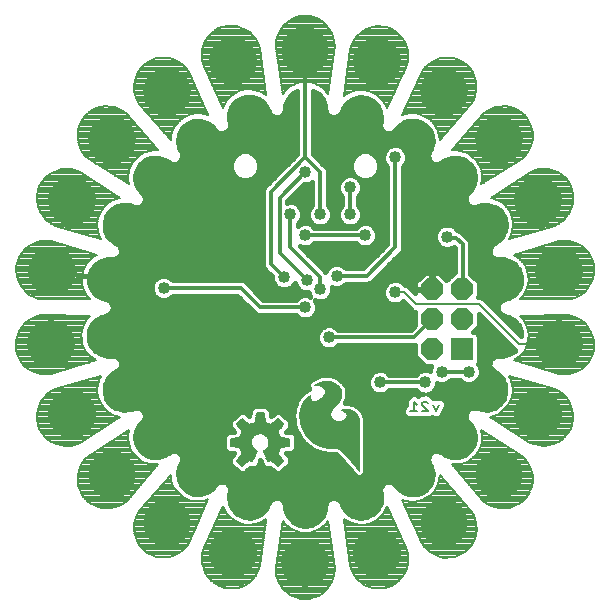
<source format=gbl>
G75*
%MOIN*%
%OFA0B0*%
%FSLAX25Y25*%
%IPPOS*%
%LPD*%
%AMOC8*
5,1,8,0,0,1.08239X$1,22.5*
%
%ADD10C,0.00800*%
%ADD11C,0.16000*%
%ADD12R,0.07400X0.07400*%
%ADD13OC8,0.07400*%
%ADD14C,0.00039*%
%ADD15C,0.00591*%
%ADD16C,0.04000*%
%ADD17C,0.01600*%
%ADD18C,0.01200*%
D10*
X0106237Y0097684D02*
X0119698Y0097684D01*
X0119428Y0097415D02*
X0118152Y0096491D01*
X0116747Y0095777D01*
X0115248Y0095292D01*
X0113692Y0095048D01*
X0112116Y0095050D01*
X0110560Y0095298D01*
X0109062Y0095787D01*
X0107659Y0096504D01*
X0106423Y0097482D01*
X0105355Y0098640D01*
X0104481Y0099951D01*
X0103824Y0101383D01*
X0103398Y0102900D01*
X0103215Y0104465D01*
X0103279Y0106039D01*
X0103588Y0107584D01*
X0104135Y0109062D01*
X0104907Y0110436D01*
X0115402Y0122412D01*
X0115576Y0120962D01*
X0115979Y0119559D01*
X0116600Y0118238D01*
X0117424Y0117033D01*
X0118430Y0115975D01*
X0119591Y0115091D01*
X0120879Y0114403D01*
X0122260Y0113929D01*
X0123698Y0113681D01*
X0125158Y0113666D01*
X0126601Y0113884D01*
X0127992Y0114329D01*
X0121472Y0099801D01*
X0120544Y0098528D01*
X0119428Y0097415D01*
X0118697Y0096885D02*
X0107178Y0096885D01*
X0108476Y0096087D02*
X0117357Y0096087D01*
X0115222Y0095288D02*
X0110624Y0095288D01*
X0105501Y0098482D02*
X0120498Y0098482D01*
X0121093Y0099281D02*
X0104928Y0099281D01*
X0104423Y0100079D02*
X0121597Y0100079D01*
X0121955Y0100878D02*
X0104056Y0100878D01*
X0103741Y0101676D02*
X0122313Y0101676D01*
X0122672Y0102475D02*
X0103517Y0102475D01*
X0103354Y0103273D02*
X0123030Y0103273D01*
X0123388Y0104072D02*
X0103261Y0104072D01*
X0103231Y0104870D02*
X0123747Y0104870D01*
X0124105Y0105669D02*
X0103264Y0105669D01*
X0103364Y0106467D02*
X0124463Y0106467D01*
X0124822Y0107266D02*
X0103524Y0107266D01*
X0103766Y0108064D02*
X0125180Y0108064D01*
X0125538Y0108863D02*
X0104061Y0108863D01*
X0104472Y0109661D02*
X0125897Y0109661D01*
X0126255Y0110460D02*
X0104928Y0110460D01*
X0105628Y0111258D02*
X0126613Y0111258D01*
X0126972Y0112057D02*
X0106327Y0112057D01*
X0107027Y0112855D02*
X0127330Y0112855D01*
X0127689Y0113654D02*
X0107727Y0113654D01*
X0108427Y0114452D02*
X0120786Y0114452D01*
X0119381Y0115251D02*
X0109127Y0115251D01*
X0109826Y0116049D02*
X0118359Y0116049D01*
X0117600Y0116848D02*
X0110526Y0116848D01*
X0111226Y0117646D02*
X0117005Y0117646D01*
X0116503Y0118445D02*
X0111926Y0118445D01*
X0112626Y0119243D02*
X0116127Y0119243D01*
X0115840Y0120042D02*
X0113325Y0120042D01*
X0114025Y0120841D02*
X0115611Y0120841D01*
X0115495Y0121639D02*
X0114725Y0121639D01*
X0110293Y0124833D02*
X0085186Y0124833D01*
X0085256Y0125039D02*
X0085989Y0126434D01*
X0086931Y0127697D01*
X0088059Y0128797D01*
X0101509Y0137322D01*
X0101266Y0135883D01*
X0101257Y0134423D01*
X0101480Y0132980D01*
X0101930Y0131592D01*
X0102596Y0130293D01*
X0103460Y0129116D01*
X0104501Y0128093D01*
X0105692Y0127248D01*
X0107002Y0126605D01*
X0108398Y0126178D01*
X0109845Y0125980D01*
X0111304Y0126014D01*
X0100947Y0113918D01*
X0099698Y0112958D01*
X0098313Y0112206D01*
X0096828Y0111679D01*
X0095279Y0111392D01*
X0093704Y0111350D01*
X0092142Y0111555D01*
X0090631Y0112002D01*
X0089208Y0112679D01*
X0087909Y0113571D01*
X0086766Y0114655D01*
X0085856Y0115942D01*
X0085159Y0117355D01*
X0084691Y0118859D01*
X0084464Y0120418D01*
X0084484Y0121994D01*
X0084750Y0123547D01*
X0085256Y0125039D01*
X0085567Y0125632D02*
X0110976Y0125632D01*
X0109609Y0124035D02*
X0084915Y0124035D01*
X0084697Y0123236D02*
X0108925Y0123236D01*
X0108242Y0122438D02*
X0084560Y0122438D01*
X0084479Y0121639D02*
X0107558Y0121639D01*
X0106874Y0120841D02*
X0084469Y0120841D01*
X0084519Y0120042D02*
X0106191Y0120042D01*
X0105507Y0119243D02*
X0084635Y0119243D01*
X0084820Y0118445D02*
X0104823Y0118445D01*
X0104140Y0117646D02*
X0085068Y0117646D01*
X0085409Y0116848D02*
X0103456Y0116848D01*
X0102772Y0116049D02*
X0085803Y0116049D01*
X0086345Y0115251D02*
X0102089Y0115251D01*
X0101405Y0114452D02*
X0086980Y0114452D01*
X0087822Y0113654D02*
X0100604Y0113654D01*
X0099509Y0112855D02*
X0088952Y0112855D01*
X0090515Y0112057D02*
X0097893Y0112057D01*
X0105732Y0127229D02*
X0086582Y0127229D01*
X0085987Y0126430D02*
X0107574Y0126430D01*
X0104594Y0128027D02*
X0087270Y0128027D01*
X0088104Y0128826D02*
X0103756Y0128826D01*
X0103087Y0129624D02*
X0089364Y0129624D01*
X0090624Y0130423D02*
X0102529Y0130423D01*
X0102120Y0131221D02*
X0091883Y0131221D01*
X0093143Y0132020D02*
X0101791Y0132020D01*
X0101532Y0132818D02*
X0094403Y0132818D01*
X0095663Y0133617D02*
X0101381Y0133617D01*
X0101258Y0134415D02*
X0096922Y0134415D01*
X0098182Y0135214D02*
X0101262Y0135214D01*
X0101288Y0136012D02*
X0099442Y0136012D01*
X0100702Y0136811D02*
X0101423Y0136811D01*
X0095582Y0140005D02*
X0071059Y0140005D01*
X0071169Y0139375D02*
X0070898Y0140927D01*
X0070874Y0142503D01*
X0071097Y0144063D01*
X0071561Y0145568D01*
X0072255Y0146983D01*
X0073161Y0148272D01*
X0074258Y0149403D01*
X0075518Y0150349D01*
X0076911Y0151085D01*
X0092221Y0155466D01*
X0091582Y0154154D01*
X0091160Y0152756D01*
X0090967Y0151309D01*
X0091007Y0149850D01*
X0091279Y0148416D01*
X0091776Y0147043D01*
X0092486Y0145768D01*
X0093390Y0144621D01*
X0094465Y0143634D01*
X0095684Y0142831D01*
X0097015Y0142232D01*
X0098425Y0141853D01*
X0085074Y0133173D01*
X0083605Y0132605D01*
X0082064Y0132274D01*
X0080491Y0132188D01*
X0078923Y0132350D01*
X0077401Y0132754D01*
X0075960Y0133392D01*
X0074636Y0134247D01*
X0073463Y0135299D01*
X0072469Y0136521D01*
X0071678Y0137884D01*
X0071169Y0139375D01*
X0071226Y0139206D02*
X0094354Y0139206D01*
X0093126Y0138408D02*
X0071499Y0138408D01*
X0071838Y0137609D02*
X0091898Y0137609D01*
X0090670Y0136811D02*
X0072301Y0136811D01*
X0072883Y0136012D02*
X0089442Y0136012D01*
X0088213Y0135214D02*
X0073558Y0135214D01*
X0074449Y0134415D02*
X0086985Y0134415D01*
X0085757Y0133617D02*
X0075612Y0133617D01*
X0077256Y0132818D02*
X0084156Y0132818D01*
X0094069Y0143997D02*
X0071088Y0143997D01*
X0070974Y0143199D02*
X0095125Y0143199D01*
X0096640Y0142400D02*
X0070876Y0142400D01*
X0070888Y0141602D02*
X0098039Y0141602D01*
X0096811Y0140803D02*
X0070920Y0140803D01*
X0071323Y0144796D02*
X0093252Y0144796D01*
X0092622Y0145594D02*
X0071574Y0145594D01*
X0071965Y0146393D02*
X0092138Y0146393D01*
X0091722Y0147191D02*
X0072401Y0147191D01*
X0072963Y0147990D02*
X0091433Y0147990D01*
X0091208Y0148788D02*
X0073662Y0148788D01*
X0074503Y0149587D02*
X0091057Y0149587D01*
X0090992Y0150385D02*
X0075588Y0150385D01*
X0077255Y0151184D02*
X0090970Y0151184D01*
X0091057Y0151982D02*
X0080046Y0151982D01*
X0082836Y0152781D02*
X0091168Y0152781D01*
X0091409Y0153579D02*
X0085627Y0153579D01*
X0088417Y0154378D02*
X0091691Y0154378D01*
X0092080Y0155177D02*
X0091207Y0155177D01*
X0090631Y0160746D02*
X0075381Y0156162D01*
X0073811Y0156030D01*
X0072240Y0156144D01*
X0070705Y0156504D01*
X0069246Y0157098D01*
X0067898Y0157914D01*
X0066694Y0158931D01*
X0065664Y0160123D01*
X0064833Y0161462D01*
X0064222Y0162914D01*
X0063846Y0164444D01*
X0063775Y0166018D01*
X0063951Y0167584D01*
X0064370Y0169103D01*
X0065022Y0170537D01*
X0065890Y0171852D01*
X0066953Y0173015D01*
X0068185Y0173998D01*
X0069555Y0174776D01*
X0071030Y0175330D01*
X0072573Y0175646D01*
X0088497Y0175554D01*
X0087516Y0174473D01*
X0086719Y0173250D01*
X0086127Y0171916D01*
X0085756Y0170504D01*
X0085614Y0169051D01*
X0085706Y0167594D01*
X0086030Y0166171D01*
X0086576Y0164817D01*
X0087330Y0163567D01*
X0088275Y0162454D01*
X0089384Y0161506D01*
X0090631Y0160746D01*
X0090599Y0160766D02*
X0065265Y0160766D01*
X0064790Y0161565D02*
X0089315Y0161565D01*
X0088381Y0162363D02*
X0064454Y0162363D01*
X0064161Y0163162D02*
X0087674Y0163162D01*
X0087093Y0163960D02*
X0063965Y0163960D01*
X0063832Y0164759D02*
X0086611Y0164759D01*
X0086277Y0165557D02*
X0063796Y0165557D01*
X0063813Y0166356D02*
X0085988Y0166356D01*
X0085806Y0167154D02*
X0063903Y0167154D01*
X0064053Y0167953D02*
X0085684Y0167953D01*
X0085633Y0168751D02*
X0064273Y0168751D01*
X0064573Y0169550D02*
X0085663Y0169550D01*
X0085741Y0170348D02*
X0064936Y0170348D01*
X0065424Y0171147D02*
X0085925Y0171147D01*
X0086140Y0171945D02*
X0065975Y0171945D01*
X0066705Y0172744D02*
X0086494Y0172744D01*
X0086909Y0173542D02*
X0067613Y0173542D01*
X0068789Y0174341D02*
X0087429Y0174341D01*
X0088121Y0175139D02*
X0070523Y0175139D01*
X0071187Y0181298D02*
X0069712Y0181851D01*
X0068342Y0182629D01*
X0067110Y0183612D01*
X0066047Y0184775D01*
X0065179Y0186090D01*
X0064528Y0187525D01*
X0064109Y0189043D01*
X0063932Y0190609D01*
X0064003Y0192183D01*
X0064380Y0193713D01*
X0064991Y0195165D01*
X0065822Y0196504D01*
X0066852Y0197697D01*
X0068056Y0198713D01*
X0069404Y0199529D01*
X0070863Y0200123D01*
X0072397Y0200483D01*
X0073969Y0200598D01*
X0075539Y0200465D01*
X0090789Y0195881D01*
X0089542Y0195122D01*
X0088432Y0194173D01*
X0087488Y0193060D01*
X0086733Y0191811D01*
X0086187Y0190457D01*
X0085864Y0189033D01*
X0085772Y0187576D01*
X0085913Y0186123D01*
X0086285Y0184711D01*
X0086876Y0183377D01*
X0087673Y0182154D01*
X0088655Y0181073D01*
X0072731Y0180981D01*
X0071187Y0181298D01*
X0070575Y0181527D02*
X0088242Y0181527D01*
X0087561Y0182326D02*
X0068876Y0182326D01*
X0067721Y0183124D02*
X0087041Y0183124D01*
X0086634Y0183923D02*
X0066826Y0183923D01*
X0066096Y0184721D02*
X0086282Y0184721D01*
X0086072Y0185520D02*
X0065555Y0185520D01*
X0065076Y0186318D02*
X0085894Y0186318D01*
X0085817Y0187117D02*
X0064713Y0187117D01*
X0064420Y0187915D02*
X0085793Y0187915D01*
X0085844Y0188714D02*
X0064200Y0188714D01*
X0064056Y0189512D02*
X0085973Y0189512D01*
X0086154Y0190311D02*
X0063966Y0190311D01*
X0063955Y0191110D02*
X0086450Y0191110D01*
X0086792Y0191908D02*
X0063991Y0191908D01*
X0064132Y0192707D02*
X0087274Y0192707D01*
X0087865Y0193505D02*
X0064329Y0193505D01*
X0064628Y0194304D02*
X0088585Y0194304D01*
X0089519Y0195102D02*
X0064964Y0195102D01*
X0065447Y0195901D02*
X0090724Y0195901D01*
X0088067Y0196699D02*
X0065990Y0196699D01*
X0066680Y0197498D02*
X0085411Y0197498D01*
X0082754Y0198296D02*
X0067562Y0198296D01*
X0068687Y0199095D02*
X0080098Y0199095D01*
X0077442Y0199893D02*
X0070298Y0199893D01*
X0075518Y0206318D02*
X0076911Y0205581D01*
X0092221Y0201200D01*
X0091582Y0202513D01*
X0091160Y0203910D01*
X0090967Y0205357D01*
X0091007Y0206817D01*
X0091279Y0208251D01*
X0091776Y0209623D01*
X0092486Y0210899D01*
X0093390Y0212045D01*
X0094465Y0213033D01*
X0095684Y0213836D01*
X0097015Y0214435D01*
X0098425Y0214814D01*
X0085074Y0223494D01*
X0083605Y0224062D01*
X0082064Y0224392D01*
X0080491Y0224478D01*
X0078923Y0224317D01*
X0077401Y0223912D01*
X0075960Y0223275D01*
X0074637Y0222419D01*
X0073463Y0221368D01*
X0072469Y0220145D01*
X0071678Y0218782D01*
X0071168Y0217292D01*
X0070898Y0215739D01*
X0070874Y0214164D01*
X0071097Y0212604D01*
X0071561Y0211098D01*
X0072254Y0209683D01*
X0073161Y0208395D01*
X0074258Y0207264D01*
X0075518Y0206318D01*
X0075588Y0206281D02*
X0090992Y0206281D01*
X0090970Y0205483D02*
X0077255Y0205483D01*
X0080046Y0204684D02*
X0091057Y0204684D01*
X0091168Y0203886D02*
X0082836Y0203886D01*
X0085627Y0203087D02*
X0091409Y0203087D01*
X0091691Y0202289D02*
X0088417Y0202289D01*
X0091207Y0201490D02*
X0092080Y0201490D01*
X0091057Y0207080D02*
X0074503Y0207080D01*
X0073662Y0207878D02*
X0091208Y0207878D01*
X0091433Y0208677D02*
X0072963Y0208677D01*
X0072401Y0209475D02*
X0091722Y0209475D01*
X0092138Y0210274D02*
X0071965Y0210274D01*
X0071573Y0211072D02*
X0092622Y0211072D01*
X0093252Y0211871D02*
X0071323Y0211871D01*
X0071087Y0212669D02*
X0094069Y0212669D01*
X0095125Y0213468D02*
X0070974Y0213468D01*
X0070876Y0214266D02*
X0096640Y0214266D01*
X0096811Y0215863D02*
X0070920Y0215863D01*
X0070888Y0215065D02*
X0098039Y0215065D01*
X0095582Y0216662D02*
X0071059Y0216662D01*
X0071226Y0217460D02*
X0094354Y0217460D01*
X0093126Y0218259D02*
X0071499Y0218259D01*
X0071838Y0219057D02*
X0091898Y0219057D01*
X0090670Y0219856D02*
X0072301Y0219856D01*
X0072883Y0220654D02*
X0089442Y0220654D01*
X0088213Y0221453D02*
X0073559Y0221453D01*
X0074449Y0222251D02*
X0086985Y0222251D01*
X0085757Y0223050D02*
X0075612Y0223050D01*
X0077256Y0223848D02*
X0084156Y0223848D01*
X0088059Y0227870D02*
X0086931Y0228970D01*
X0085989Y0230233D01*
X0085256Y0231628D01*
X0084750Y0233120D01*
X0084484Y0234673D01*
X0084464Y0236248D01*
X0084691Y0237808D01*
X0085159Y0239312D01*
X0085856Y0240725D01*
X0086766Y0242011D01*
X0087910Y0243095D01*
X0089208Y0243987D01*
X0090631Y0244665D01*
X0092142Y0245112D01*
X0093704Y0245317D01*
X0095279Y0245275D01*
X0096828Y0244987D01*
X0098313Y0244461D01*
X0099698Y0243708D01*
X0100947Y0242749D01*
X0111304Y0230652D01*
X0109845Y0230687D01*
X0108398Y0230488D01*
X0107002Y0230062D01*
X0105692Y0229418D01*
X0104501Y0228574D01*
X0103460Y0227550D01*
X0102596Y0226374D01*
X0101930Y0225075D01*
X0101480Y0223686D01*
X0101257Y0222244D01*
X0101266Y0220784D01*
X0101509Y0219344D01*
X0088059Y0227870D01*
X0088104Y0227841D02*
X0103756Y0227841D01*
X0103087Y0227043D02*
X0089364Y0227043D01*
X0090624Y0226244D02*
X0102529Y0226244D01*
X0102120Y0225445D02*
X0091883Y0225445D01*
X0093143Y0224647D02*
X0101791Y0224647D01*
X0101532Y0223848D02*
X0094403Y0223848D01*
X0095663Y0223050D02*
X0101381Y0223050D01*
X0101258Y0222251D02*
X0096922Y0222251D01*
X0098182Y0221453D02*
X0101262Y0221453D01*
X0101288Y0220654D02*
X0099442Y0220654D01*
X0100702Y0219856D02*
X0101423Y0219856D01*
X0104594Y0228640D02*
X0087269Y0228640D01*
X0086581Y0229438D02*
X0105733Y0229438D01*
X0107574Y0230237D02*
X0085987Y0230237D01*
X0085567Y0231035D02*
X0110976Y0231035D01*
X0110293Y0231834D02*
X0085186Y0231834D01*
X0084915Y0232632D02*
X0109609Y0232632D01*
X0108925Y0233431D02*
X0084697Y0233431D01*
X0084560Y0234229D02*
X0108242Y0234229D01*
X0107558Y0235028D02*
X0084479Y0235028D01*
X0084469Y0235826D02*
X0106874Y0235826D01*
X0106191Y0236625D02*
X0084519Y0236625D01*
X0084635Y0237423D02*
X0105507Y0237423D01*
X0104823Y0238222D02*
X0084819Y0238222D01*
X0085068Y0239020D02*
X0104140Y0239020D01*
X0103456Y0239819D02*
X0085409Y0239819D01*
X0085803Y0240617D02*
X0102772Y0240617D01*
X0102089Y0241416D02*
X0086345Y0241416D01*
X0086980Y0242214D02*
X0101405Y0242214D01*
X0100604Y0243013D02*
X0087822Y0243013D01*
X0088952Y0243811D02*
X0099508Y0243811D01*
X0097893Y0244610D02*
X0090515Y0244610D01*
X0103627Y0249082D02*
X0104174Y0247605D01*
X0104946Y0246231D01*
X0115441Y0234255D01*
X0115615Y0235704D01*
X0116018Y0237108D01*
X0116640Y0238429D01*
X0117464Y0239634D01*
X0118469Y0240692D01*
X0119631Y0241576D01*
X0120918Y0242264D01*
X0122299Y0242738D01*
X0123738Y0242985D01*
X0125197Y0243000D01*
X0126641Y0242783D01*
X0128031Y0242337D01*
X0121511Y0256866D01*
X0120583Y0258139D01*
X0119468Y0259252D01*
X0118192Y0260176D01*
X0116787Y0260889D01*
X0115287Y0261374D01*
X0113731Y0261619D01*
X0112155Y0261617D01*
X0110599Y0261368D01*
X0109102Y0260879D01*
X0107699Y0260162D01*
X0106462Y0259185D01*
X0105394Y0258027D01*
X0104521Y0256715D01*
X0103863Y0255284D01*
X0103437Y0253767D01*
X0103254Y0252202D01*
X0103318Y0250627D01*
X0103627Y0249082D01*
X0103563Y0249401D02*
X0124861Y0249401D01*
X0124503Y0250199D02*
X0103403Y0250199D01*
X0103303Y0250998D02*
X0124144Y0250998D01*
X0123786Y0251796D02*
X0103270Y0251796D01*
X0103300Y0252595D02*
X0123428Y0252595D01*
X0123069Y0253393D02*
X0103393Y0253393D01*
X0103556Y0254192D02*
X0122711Y0254192D01*
X0122353Y0254990D02*
X0103781Y0254990D01*
X0104095Y0255789D02*
X0121994Y0255789D01*
X0121636Y0256587D02*
X0104462Y0256587D01*
X0104967Y0257386D02*
X0121132Y0257386D01*
X0120538Y0258184D02*
X0105540Y0258184D01*
X0106276Y0258983D02*
X0119737Y0258983D01*
X0118736Y0259781D02*
X0107217Y0259781D01*
X0108516Y0260580D02*
X0117396Y0260580D01*
X0115261Y0261379D02*
X0110664Y0261379D01*
X0103805Y0248602D02*
X0125219Y0248602D01*
X0125578Y0247804D02*
X0104101Y0247804D01*
X0104511Y0247005D02*
X0125936Y0247005D01*
X0126295Y0246207D02*
X0104967Y0246207D01*
X0105667Y0245408D02*
X0126653Y0245408D01*
X0127011Y0244610D02*
X0106367Y0244610D01*
X0107067Y0243811D02*
X0127370Y0243811D01*
X0127728Y0243013D02*
X0107766Y0243013D01*
X0108466Y0242214D02*
X0120825Y0242214D01*
X0119420Y0241416D02*
X0109166Y0241416D01*
X0109866Y0240617D02*
X0118398Y0240617D01*
X0117640Y0239819D02*
X0110566Y0239819D01*
X0111265Y0239020D02*
X0117044Y0239020D01*
X0116542Y0238222D02*
X0111965Y0238222D01*
X0112665Y0237423D02*
X0116167Y0237423D01*
X0115880Y0236625D02*
X0113365Y0236625D01*
X0114065Y0235826D02*
X0115650Y0235826D01*
X0115534Y0235028D02*
X0114764Y0235028D01*
X0131939Y0247005D02*
X0134002Y0247005D01*
X0134283Y0247448D02*
X0133501Y0246216D01*
X0132925Y0244874D01*
X0126238Y0259326D01*
X0125885Y0260862D01*
X0125778Y0262434D01*
X0125917Y0264004D01*
X0126300Y0265532D01*
X0126918Y0266982D01*
X0127755Y0268317D01*
X0128790Y0269504D01*
X0129998Y0270516D01*
X0131350Y0271325D01*
X0132812Y0271914D01*
X0134360Y0272205D01*
X0135935Y0272252D01*
X0137498Y0272051D01*
X0139010Y0271608D01*
X0140434Y0270934D01*
X0141735Y0270045D01*
X0142882Y0268964D01*
X0143845Y0267717D01*
X0144601Y0266335D01*
X0145131Y0264851D01*
X0147284Y0249073D01*
X0146076Y0249893D01*
X0144753Y0250510D01*
X0143348Y0250907D01*
X0141898Y0251076D01*
X0140440Y0251011D01*
X0139011Y0250715D01*
X0137647Y0250194D01*
X0136383Y0249463D01*
X0135253Y0248540D01*
X0134283Y0247448D01*
X0134599Y0247804D02*
X0131569Y0247804D01*
X0131200Y0248602D02*
X0135329Y0248602D01*
X0136307Y0249401D02*
X0130830Y0249401D01*
X0130461Y0250199D02*
X0137660Y0250199D01*
X0140375Y0250998D02*
X0130091Y0250998D01*
X0129722Y0251796D02*
X0146913Y0251796D01*
X0147022Y0250998D02*
X0142569Y0250998D01*
X0145419Y0250199D02*
X0147131Y0250199D01*
X0147239Y0249401D02*
X0146802Y0249401D01*
X0146804Y0252595D02*
X0129352Y0252595D01*
X0128983Y0253393D02*
X0146695Y0253393D01*
X0146586Y0254192D02*
X0128613Y0254192D01*
X0128244Y0254990D02*
X0146477Y0254990D01*
X0146368Y0255789D02*
X0127875Y0255789D01*
X0127505Y0256587D02*
X0146259Y0256587D01*
X0146150Y0257386D02*
X0127136Y0257386D01*
X0126766Y0258184D02*
X0146041Y0258184D01*
X0145932Y0258983D02*
X0126397Y0258983D01*
X0126133Y0259781D02*
X0145823Y0259781D01*
X0145714Y0260580D02*
X0125950Y0260580D01*
X0125850Y0261379D02*
X0145605Y0261379D01*
X0145496Y0262177D02*
X0125795Y0262177D01*
X0125826Y0262976D02*
X0145387Y0262976D01*
X0145278Y0263774D02*
X0125897Y0263774D01*
X0126060Y0264573D02*
X0145169Y0264573D01*
X0144946Y0265371D02*
X0126260Y0265371D01*
X0126572Y0266170D02*
X0144660Y0266170D01*
X0144254Y0266968D02*
X0126912Y0266968D01*
X0127410Y0267767D02*
X0143807Y0267767D01*
X0143190Y0268565D02*
X0127971Y0268565D01*
X0128667Y0269364D02*
X0142458Y0269364D01*
X0141564Y0270162D02*
X0129576Y0270162D01*
X0130741Y0270961D02*
X0140377Y0270961D01*
X0138493Y0271759D02*
X0132428Y0271759D01*
X0150698Y0267767D02*
X0169823Y0267767D01*
X0169672Y0268453D02*
X0170010Y0266914D01*
X0170103Y0265341D01*
X0167741Y0249593D01*
X0166811Y0250719D01*
X0165714Y0251682D01*
X0164478Y0252458D01*
X0163133Y0253027D01*
X0161716Y0253374D01*
X0160260Y0253491D01*
X0158805Y0253374D01*
X0157387Y0253027D01*
X0156043Y0252458D01*
X0154806Y0251682D01*
X0153709Y0250719D01*
X0152780Y0249593D01*
X0150418Y0265341D01*
X0150511Y0266914D01*
X0150849Y0268453D01*
X0151423Y0269920D01*
X0152220Y0271280D01*
X0153219Y0272498D01*
X0154397Y0273544D01*
X0155724Y0274394D01*
X0157168Y0275025D01*
X0158692Y0275423D01*
X0160260Y0275577D01*
X0161828Y0275423D01*
X0163353Y0275025D01*
X0164797Y0274394D01*
X0166124Y0273544D01*
X0167301Y0272498D01*
X0168301Y0271280D01*
X0169098Y0269920D01*
X0169672Y0268453D01*
X0169628Y0268565D02*
X0150892Y0268565D01*
X0151205Y0269364D02*
X0169316Y0269364D01*
X0168956Y0270162D02*
X0151565Y0270162D01*
X0152033Y0270961D02*
X0168488Y0270961D01*
X0167907Y0271759D02*
X0152613Y0271759D01*
X0153287Y0272558D02*
X0167234Y0272558D01*
X0166335Y0273356D02*
X0154185Y0273356D01*
X0155351Y0274155D02*
X0165170Y0274155D01*
X0163517Y0274953D02*
X0157003Y0274953D01*
X0150523Y0266968D02*
X0169998Y0266968D01*
X0170054Y0266170D02*
X0150467Y0266170D01*
X0150420Y0265371D02*
X0170101Y0265371D01*
X0169988Y0264573D02*
X0150533Y0264573D01*
X0150653Y0263774D02*
X0169868Y0263774D01*
X0169748Y0262976D02*
X0150773Y0262976D01*
X0150893Y0262177D02*
X0169628Y0262177D01*
X0169509Y0261379D02*
X0151012Y0261379D01*
X0151132Y0260580D02*
X0169389Y0260580D01*
X0169269Y0259781D02*
X0151252Y0259781D01*
X0151372Y0258983D02*
X0169149Y0258983D01*
X0169029Y0258184D02*
X0151491Y0258184D01*
X0151611Y0257386D02*
X0168910Y0257386D01*
X0168790Y0256587D02*
X0151731Y0256587D01*
X0151851Y0255789D02*
X0168670Y0255789D01*
X0168550Y0254990D02*
X0151971Y0254990D01*
X0152090Y0254192D02*
X0168431Y0254192D01*
X0168311Y0253393D02*
X0161475Y0253393D01*
X0159046Y0253393D02*
X0152210Y0253393D01*
X0152330Y0252595D02*
X0156366Y0252595D01*
X0154989Y0251796D02*
X0152450Y0251796D01*
X0152569Y0250998D02*
X0154027Y0250998D01*
X0153281Y0250199D02*
X0152689Y0250199D01*
X0164154Y0252595D02*
X0168191Y0252595D01*
X0168071Y0251796D02*
X0165532Y0251796D01*
X0166494Y0250998D02*
X0167951Y0250998D01*
X0167832Y0250199D02*
X0167240Y0250199D01*
X0173235Y0249401D02*
X0173989Y0249401D01*
X0174366Y0249657D02*
X0173158Y0248837D01*
X0175311Y0264615D01*
X0175841Y0266099D01*
X0176597Y0267481D01*
X0177560Y0268728D01*
X0178707Y0269809D01*
X0180008Y0270698D01*
X0181432Y0271372D01*
X0182944Y0271815D01*
X0184507Y0272015D01*
X0186082Y0271969D01*
X0187630Y0271677D01*
X0189092Y0271089D01*
X0190444Y0270279D01*
X0191652Y0269268D01*
X0192687Y0268080D01*
X0193524Y0266745D01*
X0194142Y0265296D01*
X0194525Y0263767D01*
X0194664Y0262198D01*
X0194557Y0260626D01*
X0194204Y0259090D01*
X0187517Y0244638D01*
X0186941Y0245980D01*
X0186159Y0247212D01*
X0185190Y0248304D01*
X0184059Y0249227D01*
X0182795Y0249958D01*
X0181432Y0250479D01*
X0180002Y0250775D01*
X0178544Y0250840D01*
X0177094Y0250671D01*
X0175689Y0250273D01*
X0174366Y0249657D01*
X0173344Y0250199D02*
X0175530Y0250199D01*
X0173453Y0250998D02*
X0190460Y0250998D01*
X0190829Y0251796D02*
X0173562Y0251796D01*
X0173671Y0252595D02*
X0191199Y0252595D01*
X0191568Y0253393D02*
X0173780Y0253393D01*
X0173888Y0254192D02*
X0191938Y0254192D01*
X0192307Y0254990D02*
X0173997Y0254990D01*
X0174106Y0255789D02*
X0192677Y0255789D01*
X0193046Y0256587D02*
X0174215Y0256587D01*
X0174324Y0257386D02*
X0193416Y0257386D01*
X0193785Y0258184D02*
X0174433Y0258184D01*
X0174542Y0258983D02*
X0194155Y0258983D01*
X0194363Y0259781D02*
X0174651Y0259781D01*
X0174760Y0260580D02*
X0194546Y0260580D01*
X0194608Y0261379D02*
X0174869Y0261379D01*
X0174978Y0262177D02*
X0194663Y0262177D01*
X0194595Y0262976D02*
X0175087Y0262976D01*
X0175196Y0263774D02*
X0194523Y0263774D01*
X0194323Y0264573D02*
X0175305Y0264573D01*
X0175581Y0265371D02*
X0194110Y0265371D01*
X0193769Y0266170D02*
X0175880Y0266170D01*
X0176317Y0266968D02*
X0193384Y0266968D01*
X0192884Y0267767D02*
X0176818Y0267767D01*
X0177434Y0268565D02*
X0192265Y0268565D01*
X0191538Y0269364D02*
X0178234Y0269364D01*
X0179224Y0270162D02*
X0190584Y0270162D01*
X0189307Y0270961D02*
X0180564Y0270961D01*
X0182755Y0271759D02*
X0187197Y0271759D01*
X0200022Y0258184D02*
X0215020Y0258184D01*
X0215166Y0258027D02*
X0216039Y0256715D01*
X0216697Y0255284D01*
X0217123Y0253767D01*
X0217306Y0252202D01*
X0217242Y0250627D01*
X0216933Y0249082D01*
X0216386Y0247605D01*
X0215614Y0246231D01*
X0205119Y0234255D01*
X0204945Y0235704D01*
X0204542Y0237108D01*
X0203921Y0238429D01*
X0203097Y0239634D01*
X0202091Y0240692D01*
X0200930Y0241576D01*
X0199642Y0242264D01*
X0198261Y0242738D01*
X0196823Y0242985D01*
X0195363Y0243000D01*
X0193919Y0242783D01*
X0192529Y0242337D01*
X0199049Y0256866D01*
X0199977Y0258139D01*
X0201093Y0259252D01*
X0202369Y0260176D01*
X0203773Y0260890D01*
X0205273Y0261374D01*
X0206829Y0261619D01*
X0208405Y0261617D01*
X0209961Y0261368D01*
X0211459Y0260879D01*
X0212862Y0260162D01*
X0214098Y0259185D01*
X0215166Y0258027D01*
X0215593Y0257386D02*
X0199428Y0257386D01*
X0198924Y0256587D02*
X0216098Y0256587D01*
X0216465Y0255789D02*
X0198566Y0255789D01*
X0198208Y0254990D02*
X0216779Y0254990D01*
X0217004Y0254192D02*
X0197849Y0254192D01*
X0197491Y0253393D02*
X0217167Y0253393D01*
X0217260Y0252595D02*
X0197132Y0252595D01*
X0196774Y0251796D02*
X0217290Y0251796D01*
X0217257Y0250998D02*
X0196416Y0250998D01*
X0196057Y0250199D02*
X0217157Y0250199D01*
X0216997Y0249401D02*
X0195699Y0249401D01*
X0195341Y0248602D02*
X0216755Y0248602D01*
X0216459Y0247804D02*
X0194982Y0247804D01*
X0194624Y0247005D02*
X0216049Y0247005D01*
X0215593Y0246207D02*
X0194266Y0246207D01*
X0193907Y0245408D02*
X0214893Y0245408D01*
X0214193Y0244610D02*
X0193549Y0244610D01*
X0193191Y0243811D02*
X0213494Y0243811D01*
X0212794Y0243013D02*
X0192832Y0243013D01*
X0187874Y0245408D02*
X0187186Y0245408D01*
X0186797Y0246207D02*
X0188243Y0246207D01*
X0188613Y0247005D02*
X0186290Y0247005D01*
X0185633Y0247804D02*
X0188982Y0247804D01*
X0189352Y0248602D02*
X0184824Y0248602D01*
X0183758Y0249401D02*
X0189721Y0249401D01*
X0190090Y0250199D02*
X0182164Y0250199D01*
X0199735Y0242214D02*
X0212094Y0242214D01*
X0211394Y0241416D02*
X0201140Y0241416D01*
X0202162Y0240617D02*
X0210694Y0240617D01*
X0209995Y0239819D02*
X0202921Y0239819D01*
X0203516Y0239020D02*
X0209295Y0239020D01*
X0208595Y0238222D02*
X0204018Y0238222D01*
X0204394Y0237423D02*
X0207895Y0237423D01*
X0207195Y0236625D02*
X0204681Y0236625D01*
X0204910Y0235826D02*
X0206496Y0235826D01*
X0205796Y0235028D02*
X0205026Y0235028D01*
X0209544Y0231035D02*
X0234954Y0231035D01*
X0235265Y0231628D02*
X0234532Y0230233D01*
X0233590Y0228970D01*
X0232462Y0227870D01*
X0219012Y0219344D01*
X0219254Y0220784D01*
X0219264Y0222244D01*
X0219041Y0223686D01*
X0218591Y0225075D01*
X0217925Y0226374D01*
X0217061Y0227550D01*
X0216020Y0228574D01*
X0214829Y0229418D01*
X0213519Y0230062D01*
X0212122Y0230488D01*
X0210676Y0230687D01*
X0209217Y0230652D01*
X0219573Y0242749D01*
X0220823Y0243708D01*
X0222207Y0244461D01*
X0223693Y0244987D01*
X0225242Y0245275D01*
X0226817Y0245317D01*
X0228379Y0245112D01*
X0229890Y0244665D01*
X0231312Y0243987D01*
X0232611Y0243095D01*
X0233755Y0242011D01*
X0234665Y0240725D01*
X0235362Y0239312D01*
X0235830Y0237808D01*
X0236057Y0236248D01*
X0236037Y0234673D01*
X0235771Y0233120D01*
X0235265Y0231628D01*
X0235335Y0231834D02*
X0210228Y0231834D01*
X0210912Y0232632D02*
X0235605Y0232632D01*
X0235824Y0233431D02*
X0211595Y0233431D01*
X0212279Y0234229D02*
X0235961Y0234229D01*
X0236041Y0235028D02*
X0212963Y0235028D01*
X0213646Y0235826D02*
X0236051Y0235826D01*
X0236002Y0236625D02*
X0214330Y0236625D01*
X0215014Y0237423D02*
X0235886Y0237423D01*
X0235701Y0238222D02*
X0215697Y0238222D01*
X0216381Y0239020D02*
X0235453Y0239020D01*
X0235112Y0239819D02*
X0217065Y0239819D01*
X0217748Y0240617D02*
X0234718Y0240617D01*
X0234176Y0241416D02*
X0218432Y0241416D01*
X0219116Y0242214D02*
X0233541Y0242214D01*
X0232699Y0243013D02*
X0219917Y0243013D01*
X0221012Y0243811D02*
X0231569Y0243811D01*
X0230006Y0244610D02*
X0222628Y0244610D01*
X0212947Y0230237D02*
X0234534Y0230237D01*
X0233939Y0229438D02*
X0214788Y0229438D01*
X0215927Y0228640D02*
X0233251Y0228640D01*
X0232417Y0227841D02*
X0216765Y0227841D01*
X0217434Y0227043D02*
X0231157Y0227043D01*
X0229897Y0226244D02*
X0217992Y0226244D01*
X0218401Y0225445D02*
X0228637Y0225445D01*
X0227378Y0224647D02*
X0218730Y0224647D01*
X0218989Y0223848D02*
X0226118Y0223848D01*
X0224858Y0223050D02*
X0219140Y0223050D01*
X0219263Y0222251D02*
X0223598Y0222251D01*
X0222339Y0221453D02*
X0219259Y0221453D01*
X0219233Y0220654D02*
X0221079Y0220654D01*
X0219819Y0219856D02*
X0219098Y0219856D01*
X0222422Y0215065D02*
X0249633Y0215065D01*
X0249622Y0215779D02*
X0249647Y0214203D01*
X0249424Y0212643D01*
X0248960Y0211138D01*
X0248266Y0209723D01*
X0247360Y0208434D01*
X0246263Y0207303D01*
X0245002Y0206357D01*
X0243610Y0205621D01*
X0228300Y0201240D01*
X0228939Y0202552D01*
X0229360Y0203950D01*
X0229554Y0205397D01*
X0229514Y0206856D01*
X0229242Y0208290D01*
X0228745Y0209663D01*
X0228035Y0210938D01*
X0227131Y0212085D01*
X0226056Y0213072D01*
X0224837Y0213875D01*
X0223506Y0214474D01*
X0222096Y0214853D01*
X0235446Y0223533D01*
X0236916Y0224101D01*
X0238457Y0224432D01*
X0240030Y0224518D01*
X0241597Y0224356D01*
X0243120Y0223952D01*
X0244561Y0223314D01*
X0245884Y0222459D01*
X0247058Y0221407D01*
X0248052Y0220185D01*
X0248843Y0218822D01*
X0249352Y0217331D01*
X0249622Y0215779D01*
X0249608Y0215863D02*
X0223650Y0215863D01*
X0224878Y0216662D02*
X0249469Y0216662D01*
X0249308Y0217460D02*
X0226106Y0217460D01*
X0227334Y0218259D02*
X0249035Y0218259D01*
X0248706Y0219057D02*
X0228562Y0219057D01*
X0229790Y0219856D02*
X0248243Y0219856D01*
X0247670Y0220654D02*
X0231019Y0220654D01*
X0232247Y0221453D02*
X0247006Y0221453D01*
X0246116Y0222251D02*
X0233475Y0222251D01*
X0234703Y0223050D02*
X0244970Y0223050D01*
X0243354Y0223848D02*
X0236262Y0223848D01*
X0226494Y0212669D02*
X0249428Y0212669D01*
X0249542Y0213468D02*
X0225455Y0213468D01*
X0223968Y0214266D02*
X0249646Y0214266D01*
X0249186Y0211871D02*
X0227300Y0211871D01*
X0227929Y0211072D02*
X0248928Y0211072D01*
X0248536Y0210274D02*
X0228405Y0210274D01*
X0228813Y0209475D02*
X0248092Y0209475D01*
X0247530Y0208677D02*
X0229102Y0208677D01*
X0229320Y0207878D02*
X0246821Y0207878D01*
X0245965Y0207080D02*
X0229471Y0207080D01*
X0229530Y0206281D02*
X0244858Y0206281D01*
X0243128Y0205483D02*
X0229551Y0205483D01*
X0229459Y0204684D02*
X0240337Y0204684D01*
X0237547Y0203886D02*
X0229341Y0203886D01*
X0229100Y0203087D02*
X0234757Y0203087D01*
X0231966Y0202289D02*
X0228811Y0202289D01*
X0229176Y0201490D02*
X0228422Y0201490D01*
X0229797Y0195901D02*
X0255074Y0195901D01*
X0254699Y0196504D02*
X0255530Y0195166D01*
X0256141Y0193713D01*
X0256518Y0192183D01*
X0256588Y0190609D01*
X0256412Y0189044D01*
X0255993Y0187525D01*
X0255341Y0186090D01*
X0254473Y0184775D01*
X0253411Y0183612D01*
X0252179Y0182629D01*
X0250809Y0181852D01*
X0249333Y0181298D01*
X0247790Y0180981D01*
X0231866Y0181073D01*
X0232848Y0182154D01*
X0233644Y0183377D01*
X0234236Y0184711D01*
X0234607Y0186123D01*
X0234749Y0187576D01*
X0234657Y0189033D01*
X0234334Y0190457D01*
X0233788Y0191811D01*
X0233033Y0193060D01*
X0232089Y0194173D01*
X0230979Y0195122D01*
X0229732Y0195881D01*
X0244982Y0200465D01*
X0246552Y0200598D01*
X0248124Y0200483D01*
X0249658Y0200124D01*
X0251117Y0199529D01*
X0252465Y0198713D01*
X0253669Y0197697D01*
X0254699Y0196504D01*
X0254531Y0196699D02*
X0232454Y0196699D01*
X0231002Y0195102D02*
X0255557Y0195102D01*
X0255893Y0194304D02*
X0231936Y0194304D01*
X0232656Y0193505D02*
X0256192Y0193505D01*
X0256389Y0192707D02*
X0233247Y0192707D01*
X0233729Y0191908D02*
X0256530Y0191908D01*
X0256566Y0191110D02*
X0234071Y0191110D01*
X0234367Y0190311D02*
X0256555Y0190311D01*
X0256465Y0189512D02*
X0234548Y0189512D01*
X0234677Y0188714D02*
X0256321Y0188714D01*
X0256101Y0187915D02*
X0234727Y0187915D01*
X0234704Y0187117D02*
X0255808Y0187117D01*
X0255445Y0186318D02*
X0234626Y0186318D01*
X0234449Y0185520D02*
X0254965Y0185520D01*
X0254425Y0184721D02*
X0234239Y0184721D01*
X0233886Y0183923D02*
X0253695Y0183923D01*
X0252799Y0183124D02*
X0233480Y0183124D01*
X0232960Y0182326D02*
X0251644Y0182326D01*
X0249945Y0181527D02*
X0232278Y0181527D01*
X0231866Y0175593D02*
X0247790Y0175685D01*
X0249333Y0175369D01*
X0250809Y0174815D01*
X0252179Y0174037D01*
X0253411Y0173055D01*
X0254474Y0171892D01*
X0255341Y0170577D01*
X0255993Y0169142D01*
X0256412Y0167623D01*
X0256588Y0166057D01*
X0256518Y0164483D01*
X0256141Y0162953D01*
X0255530Y0161501D01*
X0254699Y0160162D01*
X0253669Y0158970D01*
X0252465Y0157954D01*
X0251117Y0157138D01*
X0249658Y0156543D01*
X0248124Y0156184D01*
X0246552Y0156069D01*
X0244982Y0156201D01*
X0229732Y0160786D01*
X0230979Y0161545D01*
X0232089Y0162493D01*
X0233033Y0163607D01*
X0233788Y0164856D01*
X0234334Y0166210D01*
X0234657Y0167634D01*
X0234749Y0169090D01*
X0234607Y0170543D01*
X0234236Y0171955D01*
X0233644Y0173290D01*
X0232848Y0174513D01*
X0231866Y0175593D01*
X0232278Y0175139D02*
X0249945Y0175139D01*
X0251644Y0174341D02*
X0232960Y0174341D01*
X0233480Y0173542D02*
X0252800Y0173542D01*
X0253695Y0172744D02*
X0233886Y0172744D01*
X0234239Y0171945D02*
X0254425Y0171945D01*
X0254965Y0171147D02*
X0234449Y0171147D01*
X0234626Y0170348D02*
X0255445Y0170348D01*
X0255808Y0169550D02*
X0234704Y0169550D01*
X0234727Y0168751D02*
X0256101Y0168751D01*
X0256321Y0167953D02*
X0234677Y0167953D01*
X0234548Y0167154D02*
X0256465Y0167154D01*
X0256555Y0166356D02*
X0234367Y0166356D01*
X0234071Y0165557D02*
X0256566Y0165557D01*
X0256530Y0164759D02*
X0233729Y0164759D01*
X0233247Y0163960D02*
X0256389Y0163960D01*
X0256192Y0163162D02*
X0232656Y0163162D01*
X0231936Y0162363D02*
X0255893Y0162363D01*
X0255556Y0161565D02*
X0231002Y0161565D01*
X0229797Y0160766D02*
X0255074Y0160766D01*
X0254531Y0159968D02*
X0232454Y0159968D01*
X0235110Y0159169D02*
X0253841Y0159169D01*
X0252959Y0158371D02*
X0237766Y0158371D01*
X0240423Y0157572D02*
X0251834Y0157572D01*
X0250223Y0156774D02*
X0243079Y0156774D01*
X0237704Y0152781D02*
X0229244Y0152781D01*
X0229242Y0152796D02*
X0228821Y0154193D01*
X0228182Y0155506D01*
X0243492Y0151125D01*
X0244884Y0150388D01*
X0246145Y0149442D01*
X0247242Y0148311D01*
X0248148Y0147023D01*
X0248842Y0145608D01*
X0249306Y0144102D01*
X0249529Y0142542D01*
X0249504Y0140967D01*
X0249234Y0139414D01*
X0248725Y0137924D01*
X0247934Y0136561D01*
X0246939Y0135338D01*
X0245766Y0134287D01*
X0244443Y0133431D01*
X0243002Y0132794D01*
X0241479Y0132389D01*
X0239912Y0132228D01*
X0238339Y0132314D01*
X0236798Y0132644D01*
X0235328Y0133212D01*
X0221978Y0141892D01*
X0223388Y0142271D01*
X0224719Y0142870D01*
X0225938Y0143673D01*
X0227013Y0144661D01*
X0227917Y0145807D01*
X0228627Y0147083D01*
X0229124Y0148455D01*
X0229396Y0149889D01*
X0229436Y0151349D01*
X0229242Y0152796D01*
X0229006Y0153579D02*
X0234914Y0153579D01*
X0232123Y0154378D02*
X0228731Y0154378D01*
X0228342Y0155177D02*
X0229333Y0155177D01*
X0229351Y0151982D02*
X0240494Y0151982D01*
X0243285Y0151184D02*
X0229431Y0151184D01*
X0229409Y0150385D02*
X0244888Y0150385D01*
X0245952Y0149587D02*
X0229338Y0149587D01*
X0229187Y0148788D02*
X0246779Y0148788D01*
X0247468Y0147990D02*
X0228955Y0147990D01*
X0228666Y0147191D02*
X0248029Y0147191D01*
X0248457Y0146393D02*
X0228243Y0146393D01*
X0227749Y0145594D02*
X0248846Y0145594D01*
X0249092Y0144796D02*
X0227119Y0144796D01*
X0226291Y0143997D02*
X0249321Y0143997D01*
X0249435Y0143199D02*
X0225218Y0143199D01*
X0223675Y0142400D02*
X0249526Y0142400D01*
X0249514Y0141602D02*
X0222425Y0141602D01*
X0223653Y0140803D02*
X0249476Y0140803D01*
X0249337Y0140005D02*
X0224881Y0140005D01*
X0226109Y0139206D02*
X0249163Y0139206D01*
X0248890Y0138408D02*
X0227337Y0138408D01*
X0228565Y0137609D02*
X0248542Y0137609D01*
X0248079Y0136811D02*
X0229793Y0136811D01*
X0231022Y0136012D02*
X0247487Y0136012D01*
X0246800Y0135214D02*
X0232250Y0135214D01*
X0233478Y0134415D02*
X0245909Y0134415D01*
X0244729Y0133617D02*
X0234706Y0133617D01*
X0236348Y0132818D02*
X0243057Y0132818D01*
X0234532Y0126434D02*
X0235265Y0125039D01*
X0235771Y0123547D01*
X0236037Y0121994D01*
X0236057Y0120418D01*
X0235830Y0118859D01*
X0235362Y0117354D01*
X0234665Y0115942D01*
X0233755Y0114655D01*
X0232611Y0113571D01*
X0231312Y0112679D01*
X0229890Y0112002D01*
X0228379Y0111555D01*
X0226817Y0111350D01*
X0225242Y0111392D01*
X0223693Y0111679D01*
X0222207Y0112206D01*
X0220823Y0112958D01*
X0219573Y0113918D01*
X0209217Y0126014D01*
X0210676Y0125980D01*
X0212122Y0126178D01*
X0213519Y0126605D01*
X0214829Y0127248D01*
X0216020Y0128093D01*
X0217061Y0129116D01*
X0217925Y0130293D01*
X0218591Y0131592D01*
X0219041Y0132980D01*
X0219264Y0134423D01*
X0219254Y0135883D01*
X0219012Y0137322D01*
X0232462Y0128797D01*
X0233590Y0127697D01*
X0234532Y0126434D01*
X0234534Y0126430D02*
X0212947Y0126430D01*
X0214788Y0127229D02*
X0233939Y0127229D01*
X0233251Y0128027D02*
X0215927Y0128027D01*
X0216765Y0128826D02*
X0232417Y0128826D01*
X0231157Y0129624D02*
X0217434Y0129624D01*
X0217992Y0130423D02*
X0229897Y0130423D01*
X0228637Y0131221D02*
X0218401Y0131221D01*
X0218730Y0132020D02*
X0227378Y0132020D01*
X0226118Y0132818D02*
X0218989Y0132818D01*
X0219140Y0133617D02*
X0224858Y0133617D01*
X0223598Y0134415D02*
X0219263Y0134415D01*
X0219259Y0135214D02*
X0222339Y0135214D01*
X0221079Y0136012D02*
X0219233Y0136012D01*
X0219098Y0136811D02*
X0219819Y0136811D01*
X0209544Y0125632D02*
X0234954Y0125632D01*
X0235335Y0124833D02*
X0210228Y0124833D01*
X0210912Y0124035D02*
X0235606Y0124035D01*
X0235824Y0123236D02*
X0211595Y0123236D01*
X0212279Y0122438D02*
X0235961Y0122438D01*
X0236041Y0121639D02*
X0212963Y0121639D01*
X0213646Y0120841D02*
X0236052Y0120841D01*
X0236002Y0120042D02*
X0214330Y0120042D01*
X0215014Y0119243D02*
X0235886Y0119243D01*
X0235701Y0118445D02*
X0215697Y0118445D01*
X0216381Y0117646D02*
X0235453Y0117646D01*
X0235112Y0116848D02*
X0217065Y0116848D01*
X0217748Y0116049D02*
X0234718Y0116049D01*
X0234176Y0115251D02*
X0218432Y0115251D01*
X0219116Y0114452D02*
X0233541Y0114452D01*
X0232699Y0113654D02*
X0219917Y0113654D01*
X0221012Y0112855D02*
X0231569Y0112855D01*
X0230006Y0112057D02*
X0222628Y0112057D01*
X0216465Y0108983D02*
X0217012Y0107506D01*
X0217321Y0105961D01*
X0217385Y0104386D01*
X0217202Y0102821D01*
X0216776Y0101304D01*
X0216118Y0099872D01*
X0215245Y0098561D01*
X0214177Y0097403D01*
X0212940Y0096426D01*
X0211537Y0095709D01*
X0210040Y0095220D01*
X0208484Y0094971D01*
X0206908Y0094969D01*
X0205351Y0095214D01*
X0203852Y0095698D01*
X0202447Y0096412D01*
X0201171Y0097336D01*
X0200056Y0098449D01*
X0199128Y0099722D01*
X0192608Y0114251D01*
X0193998Y0113805D01*
X0195442Y0113587D01*
X0196901Y0113603D01*
X0198340Y0113850D01*
X0199721Y0114324D01*
X0201008Y0115012D01*
X0202170Y0115896D01*
X0203175Y0116954D01*
X0203999Y0118159D01*
X0204621Y0119480D01*
X0205023Y0120884D01*
X0205197Y0122333D01*
X0215693Y0110357D01*
X0216465Y0108983D01*
X0216509Y0108863D02*
X0195026Y0108863D01*
X0194667Y0109661D02*
X0216084Y0109661D01*
X0215603Y0110460D02*
X0194309Y0110460D01*
X0193951Y0111258D02*
X0214903Y0111258D01*
X0214203Y0112057D02*
X0193592Y0112057D01*
X0193234Y0112855D02*
X0213503Y0112855D01*
X0212804Y0113654D02*
X0197200Y0113654D01*
X0195001Y0113654D02*
X0192876Y0113654D01*
X0187874Y0111258D02*
X0187186Y0111258D01*
X0186941Y0110687D02*
X0187517Y0112028D01*
X0194204Y0097576D01*
X0194557Y0096041D01*
X0194665Y0094469D01*
X0194525Y0092899D01*
X0194142Y0091371D01*
X0193524Y0089921D01*
X0192687Y0088586D01*
X0191652Y0087398D01*
X0190444Y0086387D01*
X0189092Y0085578D01*
X0187630Y0084989D01*
X0186082Y0084697D01*
X0184507Y0084651D01*
X0182944Y0084852D01*
X0181432Y0085295D01*
X0180008Y0085969D01*
X0178707Y0086858D01*
X0177560Y0087939D01*
X0176597Y0089186D01*
X0175841Y0090568D01*
X0175311Y0092051D01*
X0173158Y0107830D01*
X0174366Y0107010D01*
X0175689Y0106393D01*
X0177094Y0105996D01*
X0178544Y0105827D01*
X0180002Y0105892D01*
X0181432Y0106188D01*
X0182795Y0106708D01*
X0184059Y0107440D01*
X0185190Y0108363D01*
X0186159Y0109455D01*
X0186941Y0110687D01*
X0186797Y0110460D02*
X0188243Y0110460D01*
X0188613Y0109661D02*
X0186290Y0109661D01*
X0185633Y0108863D02*
X0188982Y0108863D01*
X0189351Y0108064D02*
X0184824Y0108064D01*
X0183758Y0107266D02*
X0189721Y0107266D01*
X0190090Y0106467D02*
X0182164Y0106467D01*
X0175530Y0106467D02*
X0173344Y0106467D01*
X0173453Y0105669D02*
X0190460Y0105669D01*
X0190829Y0104870D02*
X0173562Y0104870D01*
X0173671Y0104072D02*
X0191199Y0104072D01*
X0191568Y0103273D02*
X0173780Y0103273D01*
X0173889Y0102475D02*
X0191938Y0102475D01*
X0192307Y0101676D02*
X0173997Y0101676D01*
X0174106Y0100878D02*
X0192677Y0100878D01*
X0193046Y0100079D02*
X0174215Y0100079D01*
X0174324Y0099281D02*
X0193416Y0099281D01*
X0193785Y0098482D02*
X0174433Y0098482D01*
X0174542Y0097684D02*
X0194155Y0097684D01*
X0194363Y0096885D02*
X0174651Y0096885D01*
X0174760Y0096087D02*
X0194546Y0096087D01*
X0194608Y0095288D02*
X0174869Y0095288D01*
X0174978Y0094490D02*
X0194663Y0094490D01*
X0194595Y0093691D02*
X0175087Y0093691D01*
X0175196Y0092893D02*
X0194523Y0092893D01*
X0194323Y0092094D02*
X0175305Y0092094D01*
X0175581Y0091296D02*
X0194110Y0091296D01*
X0193770Y0090497D02*
X0175880Y0090497D01*
X0176317Y0089699D02*
X0193385Y0089699D01*
X0192884Y0088900D02*
X0176818Y0088900D01*
X0177435Y0088102D02*
X0192265Y0088102D01*
X0191538Y0087303D02*
X0178234Y0087303D01*
X0179224Y0086505D02*
X0190584Y0086505D01*
X0189307Y0085706D02*
X0180564Y0085706D01*
X0182756Y0084908D02*
X0187197Y0084908D01*
X0200823Y0097684D02*
X0214435Y0097684D01*
X0215172Y0098482D02*
X0200031Y0098482D01*
X0199450Y0099281D02*
X0215724Y0099281D01*
X0216213Y0100079D02*
X0198968Y0100079D01*
X0198609Y0100878D02*
X0216580Y0100878D01*
X0216880Y0101676D02*
X0198251Y0101676D01*
X0197893Y0102475D02*
X0217105Y0102475D01*
X0217255Y0103273D02*
X0197534Y0103273D01*
X0197176Y0104072D02*
X0217348Y0104072D01*
X0217365Y0104870D02*
X0196818Y0104870D01*
X0196459Y0105669D02*
X0217333Y0105669D01*
X0217220Y0106467D02*
X0196101Y0106467D01*
X0195742Y0107266D02*
X0217060Y0107266D01*
X0216805Y0108064D02*
X0195384Y0108064D01*
X0199961Y0114452D02*
X0212104Y0114452D01*
X0211404Y0115251D02*
X0201322Y0115251D01*
X0202315Y0116049D02*
X0210704Y0116049D01*
X0210004Y0116848D02*
X0203074Y0116848D01*
X0203649Y0117646D02*
X0209305Y0117646D01*
X0208605Y0118445D02*
X0204134Y0118445D01*
X0204509Y0119243D02*
X0207905Y0119243D01*
X0207205Y0120042D02*
X0204782Y0120042D01*
X0205011Y0120841D02*
X0206505Y0120841D01*
X0205806Y0121639D02*
X0205114Y0121639D01*
X0203793Y0143733D02*
X0202725Y0145868D01*
X0201177Y0146402D02*
X0200643Y0146936D01*
X0199576Y0146936D01*
X0199042Y0146402D01*
X0199042Y0145868D01*
X0201177Y0143733D01*
X0199042Y0143733D01*
X0197494Y0143733D02*
X0195359Y0143733D01*
X0196427Y0143733D02*
X0196427Y0146936D01*
X0197494Y0145868D01*
X0203793Y0143733D02*
X0204860Y0145868D01*
X0231409Y0166185D02*
X0218260Y0179333D01*
X0197260Y0179333D01*
X0193260Y0183333D01*
X0190260Y0183333D01*
X0231409Y0166185D02*
X0244710Y0166185D01*
X0253841Y0197498D02*
X0235110Y0197498D01*
X0237766Y0198296D02*
X0252959Y0198296D01*
X0251835Y0199095D02*
X0240423Y0199095D01*
X0243079Y0199893D02*
X0250223Y0199893D01*
X0214284Y0258983D02*
X0200823Y0258983D01*
X0201824Y0259781D02*
X0213343Y0259781D01*
X0212044Y0260580D02*
X0203164Y0260580D01*
X0205299Y0261379D02*
X0209896Y0261379D01*
X0133497Y0246207D02*
X0132308Y0246207D01*
X0132678Y0245408D02*
X0133154Y0245408D01*
X0088041Y0159968D02*
X0065799Y0159968D01*
X0066488Y0159169D02*
X0085384Y0159169D01*
X0082728Y0158371D02*
X0067358Y0158371D01*
X0068464Y0157572D02*
X0080072Y0157572D01*
X0077415Y0156774D02*
X0070043Y0156774D01*
X0131908Y0109661D02*
X0134231Y0109661D01*
X0134362Y0109455D02*
X0135331Y0108363D01*
X0136462Y0107440D01*
X0137725Y0106708D01*
X0139089Y0106188D01*
X0140519Y0105892D01*
X0141977Y0105827D01*
X0143427Y0105996D01*
X0144832Y0106393D01*
X0146155Y0107010D01*
X0147363Y0107830D01*
X0145210Y0092051D01*
X0144680Y0090568D01*
X0143923Y0089185D01*
X0142960Y0087938D01*
X0141814Y0086857D01*
X0140513Y0085969D01*
X0139089Y0085295D01*
X0137576Y0084852D01*
X0136014Y0084651D01*
X0134439Y0084697D01*
X0132890Y0084989D01*
X0131429Y0085578D01*
X0130077Y0086387D01*
X0128869Y0087399D01*
X0127833Y0088586D01*
X0126997Y0089921D01*
X0126379Y0091371D01*
X0125996Y0092899D01*
X0125856Y0094469D01*
X0125964Y0096041D01*
X0126316Y0097576D01*
X0133004Y0112028D01*
X0133580Y0110687D01*
X0134362Y0109455D01*
X0134888Y0108863D02*
X0131539Y0108863D01*
X0131169Y0108064D02*
X0135697Y0108064D01*
X0136762Y0107266D02*
X0130800Y0107266D01*
X0130430Y0106467D02*
X0138357Y0106467D01*
X0133724Y0110460D02*
X0132278Y0110460D01*
X0132647Y0111258D02*
X0133334Y0111258D01*
X0130061Y0105669D02*
X0147068Y0105669D01*
X0147177Y0106467D02*
X0144990Y0106467D01*
X0146532Y0107266D02*
X0147286Y0107266D01*
X0146959Y0104870D02*
X0129691Y0104870D01*
X0129322Y0104072D02*
X0146850Y0104072D01*
X0146741Y0103273D02*
X0128952Y0103273D01*
X0128583Y0102475D02*
X0146632Y0102475D01*
X0146523Y0101676D02*
X0128213Y0101676D01*
X0127844Y0100878D02*
X0146414Y0100878D01*
X0146305Y0100079D02*
X0127474Y0100079D01*
X0127105Y0099281D02*
X0146197Y0099281D01*
X0146088Y0098482D02*
X0126736Y0098482D01*
X0126366Y0097684D02*
X0145979Y0097684D01*
X0145870Y0096885D02*
X0126158Y0096885D01*
X0125975Y0096087D02*
X0145761Y0096087D01*
X0145652Y0095288D02*
X0125913Y0095288D01*
X0125858Y0094490D02*
X0145543Y0094490D01*
X0145434Y0093691D02*
X0125925Y0093691D01*
X0125998Y0092893D02*
X0145325Y0092893D01*
X0145216Y0092094D02*
X0126198Y0092094D01*
X0126411Y0091296D02*
X0144940Y0091296D01*
X0144641Y0090497D02*
X0126751Y0090497D01*
X0127136Y0089699D02*
X0144204Y0089699D01*
X0143703Y0088900D02*
X0127637Y0088900D01*
X0128256Y0088102D02*
X0143086Y0088102D01*
X0142287Y0087303D02*
X0128983Y0087303D01*
X0129937Y0086505D02*
X0141297Y0086505D01*
X0139957Y0085706D02*
X0131214Y0085706D01*
X0133324Y0084908D02*
X0137766Y0084908D01*
X0150849Y0088214D02*
X0150511Y0089753D01*
X0150418Y0091325D01*
X0152780Y0107073D01*
X0153709Y0105948D01*
X0154806Y0104985D01*
X0156043Y0104209D01*
X0157387Y0103640D01*
X0158805Y0103293D01*
X0160260Y0103176D01*
X0161716Y0103293D01*
X0163133Y0103640D01*
X0164478Y0104209D01*
X0165714Y0104985D01*
X0166811Y0105948D01*
X0167741Y0107073D01*
X0170103Y0091325D01*
X0170010Y0089753D01*
X0169672Y0088214D01*
X0169098Y0086746D01*
X0168301Y0085387D01*
X0167302Y0084169D01*
X0166124Y0083122D01*
X0164797Y0082273D01*
X0163353Y0081642D01*
X0161828Y0081244D01*
X0160260Y0081089D01*
X0158692Y0081244D01*
X0157168Y0081642D01*
X0155724Y0082273D01*
X0154397Y0083123D01*
X0153219Y0084169D01*
X0152220Y0085387D01*
X0151423Y0086746D01*
X0150849Y0088214D01*
X0150892Y0088102D02*
X0169628Y0088102D01*
X0169823Y0088900D02*
X0150698Y0088900D01*
X0150523Y0089699D02*
X0169998Y0089699D01*
X0170054Y0090497D02*
X0150467Y0090497D01*
X0150420Y0091296D02*
X0170101Y0091296D01*
X0169988Y0092094D02*
X0150533Y0092094D01*
X0150653Y0092893D02*
X0169868Y0092893D01*
X0169748Y0093691D02*
X0150773Y0093691D01*
X0150893Y0094490D02*
X0169628Y0094490D01*
X0169509Y0095288D02*
X0151012Y0095288D01*
X0151132Y0096087D02*
X0169389Y0096087D01*
X0169269Y0096885D02*
X0151252Y0096885D01*
X0151372Y0097684D02*
X0169149Y0097684D01*
X0169029Y0098482D02*
X0151491Y0098482D01*
X0151611Y0099281D02*
X0168910Y0099281D01*
X0168790Y0100079D02*
X0151731Y0100079D01*
X0151851Y0100878D02*
X0168670Y0100878D01*
X0168550Y0101676D02*
X0151970Y0101676D01*
X0152090Y0102475D02*
X0168431Y0102475D01*
X0168311Y0103273D02*
X0161475Y0103273D01*
X0159046Y0103273D02*
X0152210Y0103273D01*
X0152330Y0104072D02*
X0156366Y0104072D01*
X0154989Y0104870D02*
X0152450Y0104870D01*
X0152569Y0105669D02*
X0154027Y0105669D01*
X0153281Y0106467D02*
X0152689Y0106467D01*
X0164154Y0104072D02*
X0168191Y0104072D01*
X0168071Y0104870D02*
X0165532Y0104870D01*
X0166494Y0105669D02*
X0167951Y0105669D01*
X0167832Y0106467D02*
X0167240Y0106467D01*
X0173235Y0107266D02*
X0173989Y0107266D01*
X0169316Y0087303D02*
X0151205Y0087303D01*
X0151565Y0086505D02*
X0168956Y0086505D01*
X0168488Y0085706D02*
X0152033Y0085706D01*
X0152613Y0084908D02*
X0167908Y0084908D01*
X0167234Y0084109D02*
X0153287Y0084109D01*
X0154186Y0083310D02*
X0166335Y0083310D01*
X0165170Y0082512D02*
X0155351Y0082512D01*
X0157004Y0081713D02*
X0163518Y0081713D01*
X0201794Y0096885D02*
X0213522Y0096885D01*
X0212277Y0096087D02*
X0203088Y0096087D01*
X0205121Y0095288D02*
X0210249Y0095288D01*
D11*
X0206496Y0106464D03*
X0224738Y0122466D03*
X0237869Y0142870D03*
X0244710Y0166185D03*
X0244710Y0190482D03*
X0237988Y0213875D03*
X0224738Y0234201D03*
X0206417Y0250124D03*
X0184282Y0260228D03*
X0160260Y0263648D03*
X0136160Y0260464D03*
X0114143Y0250124D03*
X0095783Y0234201D03*
X0082533Y0213836D03*
X0075810Y0190482D03*
X0075653Y0166145D03*
X0082533Y0142831D03*
X0095783Y0122466D03*
X0114104Y0106543D03*
X0136238Y0096439D03*
X0160260Y0093018D03*
X0184282Y0096439D03*
D12*
X0212505Y0164396D03*
D13*
X0212505Y0174396D03*
X0212505Y0184396D03*
X0202505Y0184396D03*
X0202505Y0174396D03*
X0202505Y0164396D03*
D14*
X0177111Y0143136D02*
X0176638Y0143570D01*
X0176087Y0143924D01*
X0175536Y0144160D01*
X0174867Y0144357D01*
X0174276Y0144475D01*
X0173725Y0144514D01*
X0173253Y0144475D01*
X0172819Y0144396D01*
X0172544Y0144318D01*
X0172347Y0144278D01*
X0172268Y0144239D01*
X0172347Y0144199D01*
X0172465Y0144121D01*
X0172701Y0144042D01*
X0172977Y0143885D01*
X0173253Y0143727D01*
X0173528Y0143491D01*
X0173764Y0143255D01*
X0176981Y0143255D01*
X0176940Y0143293D02*
X0173726Y0143293D01*
X0173688Y0143331D02*
X0176899Y0143331D01*
X0176857Y0143369D02*
X0173650Y0143369D01*
X0173612Y0143407D02*
X0176816Y0143407D01*
X0176775Y0143445D02*
X0173574Y0143445D01*
X0173536Y0143482D02*
X0176733Y0143482D01*
X0176692Y0143520D02*
X0173494Y0143520D01*
X0173449Y0143558D02*
X0176651Y0143558D01*
X0176597Y0143596D02*
X0173405Y0143596D01*
X0173361Y0143634D02*
X0176538Y0143634D01*
X0176479Y0143672D02*
X0173317Y0143672D01*
X0173273Y0143710D02*
X0176420Y0143710D01*
X0176361Y0143748D02*
X0173217Y0143748D01*
X0173150Y0143785D02*
X0176302Y0143785D01*
X0176244Y0143823D02*
X0173084Y0143823D01*
X0173018Y0143861D02*
X0176185Y0143861D01*
X0176126Y0143899D02*
X0172951Y0143899D01*
X0172885Y0143937D02*
X0176057Y0143937D01*
X0175968Y0143975D02*
X0172819Y0143975D01*
X0172752Y0144013D02*
X0175880Y0144013D01*
X0175791Y0144051D02*
X0172675Y0144051D01*
X0172562Y0144089D02*
X0175703Y0144089D01*
X0175615Y0144126D02*
X0172457Y0144126D01*
X0172400Y0144164D02*
X0175522Y0144164D01*
X0175393Y0144202D02*
X0172342Y0144202D01*
X0172347Y0144278D02*
X0175135Y0144278D01*
X0175006Y0144316D02*
X0172535Y0144316D01*
X0172670Y0144354D02*
X0174878Y0144354D01*
X0174693Y0144392D02*
X0172803Y0144392D01*
X0173002Y0144429D02*
X0174504Y0144429D01*
X0174315Y0144467D02*
X0173210Y0144467D01*
X0173615Y0144505D02*
X0173854Y0144505D01*
X0173764Y0143255D02*
X0173961Y0142979D01*
X0174040Y0142625D01*
X0174040Y0142231D01*
X0173961Y0141837D01*
X0173725Y0141444D01*
X0173410Y0141089D01*
X0172977Y0140774D01*
X0172465Y0140538D01*
X0171835Y0140420D01*
X0170890Y0140420D01*
X0170024Y0140656D01*
X0169316Y0141089D01*
X0168804Y0141719D01*
X0168528Y0142467D01*
X0168567Y0143294D01*
X0168961Y0144160D01*
X0169709Y0145066D01*
X0170733Y0146089D01*
X0171481Y0147113D01*
X0172032Y0148136D01*
X0172308Y0149160D01*
X0172308Y0150184D01*
X0171993Y0151129D01*
X0171363Y0152073D01*
X0170339Y0152940D01*
X0169001Y0153648D01*
X0167701Y0153924D01*
X0166520Y0153845D01*
X0165418Y0153609D01*
X0164552Y0153215D01*
X0163843Y0152822D01*
X0163410Y0152507D01*
X0163253Y0152388D01*
X0163331Y0152388D01*
X0163567Y0152428D01*
X0163922Y0152467D01*
X0164316Y0152467D01*
X0164827Y0152388D01*
X0165300Y0152270D01*
X0165812Y0151995D01*
X0166245Y0151640D01*
X0166481Y0151325D01*
X0166678Y0151010D01*
X0166796Y0150656D01*
X0166835Y0150341D01*
X0166796Y0149948D01*
X0166678Y0149593D01*
X0166442Y0149199D01*
X0166166Y0148766D01*
X0165812Y0148412D01*
X0165457Y0148058D01*
X0165024Y0147782D01*
X0164591Y0147507D01*
X0164158Y0147270D01*
X0163725Y0147113D01*
X0163292Y0147034D01*
X0162898Y0147034D01*
X0162465Y0147192D01*
X0162190Y0147467D01*
X0162032Y0147822D01*
X0161914Y0148176D01*
X0161914Y0148806D01*
X0161953Y0149003D01*
X0161953Y0149081D01*
X0161993Y0149121D01*
X0160969Y0148570D01*
X0160024Y0147546D01*
X0159197Y0146168D01*
X0158607Y0144475D01*
X0158331Y0142546D01*
X0158449Y0140499D01*
X0159040Y0138333D01*
X0160182Y0136168D01*
X0161008Y0135105D01*
X0161914Y0134160D01*
X0162898Y0133373D01*
X0164001Y0132664D01*
X0165221Y0132152D01*
X0166520Y0131798D01*
X0167898Y0131601D01*
X0170182Y0131601D01*
X0170890Y0131444D01*
X0171520Y0131129D01*
X0172111Y0130696D01*
X0172701Y0130144D01*
X0173331Y0129514D01*
X0174001Y0128766D01*
X0174749Y0127940D01*
X0175457Y0127192D01*
X0176127Y0126444D01*
X0176717Y0125774D01*
X0177229Y0125144D01*
X0177662Y0124633D01*
X0178016Y0124239D01*
X0178213Y0123963D01*
X0178292Y0123885D01*
X0178292Y0139003D01*
X0178253Y0140144D01*
X0178134Y0141129D01*
X0177859Y0141916D01*
X0177544Y0142585D01*
X0177111Y0143136D01*
X0177105Y0143142D02*
X0173845Y0143142D01*
X0173818Y0143179D02*
X0177064Y0143179D01*
X0177023Y0143217D02*
X0173791Y0143217D01*
X0173872Y0143104D02*
X0177137Y0143104D01*
X0177166Y0143066D02*
X0173899Y0143066D01*
X0173926Y0143028D02*
X0177196Y0143028D01*
X0177226Y0142990D02*
X0173953Y0142990D01*
X0173967Y0142952D02*
X0177256Y0142952D01*
X0177285Y0142914D02*
X0173976Y0142914D01*
X0173984Y0142876D02*
X0177315Y0142876D01*
X0177345Y0142838D02*
X0173992Y0142838D01*
X0174001Y0142801D02*
X0177375Y0142801D01*
X0177404Y0142763D02*
X0174009Y0142763D01*
X0174018Y0142725D02*
X0177434Y0142725D01*
X0177464Y0142687D02*
X0174026Y0142687D01*
X0174035Y0142649D02*
X0177494Y0142649D01*
X0177524Y0142611D02*
X0174040Y0142611D01*
X0174040Y0142573D02*
X0177550Y0142573D01*
X0177567Y0142535D02*
X0174040Y0142535D01*
X0174040Y0142498D02*
X0177585Y0142498D01*
X0177603Y0142460D02*
X0174040Y0142460D01*
X0174040Y0142422D02*
X0177621Y0142422D01*
X0177639Y0142384D02*
X0174040Y0142384D01*
X0174040Y0142346D02*
X0177656Y0142346D01*
X0177674Y0142308D02*
X0174040Y0142308D01*
X0174040Y0142270D02*
X0177692Y0142270D01*
X0177710Y0142232D02*
X0174040Y0142232D01*
X0174033Y0142194D02*
X0177728Y0142194D01*
X0177746Y0142157D02*
X0174025Y0142157D01*
X0174017Y0142119D02*
X0177763Y0142119D01*
X0177781Y0142081D02*
X0174010Y0142081D01*
X0174002Y0142043D02*
X0177799Y0142043D01*
X0177817Y0142005D02*
X0173995Y0142005D01*
X0173987Y0141967D02*
X0177835Y0141967D01*
X0177853Y0141929D02*
X0173980Y0141929D01*
X0173972Y0141891D02*
X0177867Y0141891D01*
X0177881Y0141854D02*
X0173964Y0141854D01*
X0173948Y0141816D02*
X0177894Y0141816D01*
X0177907Y0141778D02*
X0173926Y0141778D01*
X0173903Y0141740D02*
X0177920Y0141740D01*
X0177934Y0141702D02*
X0173880Y0141702D01*
X0173857Y0141664D02*
X0177947Y0141664D01*
X0177960Y0141626D02*
X0173835Y0141626D01*
X0173812Y0141588D02*
X0177973Y0141588D01*
X0177987Y0141550D02*
X0173789Y0141550D01*
X0173766Y0141513D02*
X0178000Y0141513D01*
X0178013Y0141475D02*
X0173744Y0141475D01*
X0173719Y0141437D02*
X0178027Y0141437D01*
X0178040Y0141399D02*
X0173685Y0141399D01*
X0173652Y0141361D02*
X0178053Y0141361D01*
X0178066Y0141323D02*
X0173618Y0141323D01*
X0173584Y0141285D02*
X0178080Y0141285D01*
X0178093Y0141247D02*
X0173551Y0141247D01*
X0173517Y0141210D02*
X0178106Y0141210D01*
X0178119Y0141172D02*
X0173483Y0141172D01*
X0173450Y0141134D02*
X0178133Y0141134D01*
X0178138Y0141096D02*
X0173416Y0141096D01*
X0173367Y0141058D02*
X0178143Y0141058D01*
X0178147Y0141020D02*
X0173315Y0141020D01*
X0173263Y0140982D02*
X0178152Y0140982D01*
X0178157Y0140944D02*
X0173211Y0140944D01*
X0173159Y0140907D02*
X0178161Y0140907D01*
X0178166Y0140869D02*
X0173107Y0140869D01*
X0173055Y0140831D02*
X0178170Y0140831D01*
X0178175Y0140793D02*
X0173002Y0140793D01*
X0172935Y0140755D02*
X0178179Y0140755D01*
X0178184Y0140717D02*
X0172853Y0140717D01*
X0172771Y0140679D02*
X0178188Y0140679D01*
X0178193Y0140641D02*
X0172689Y0140641D01*
X0172607Y0140603D02*
X0178197Y0140603D01*
X0178202Y0140566D02*
X0172525Y0140566D01*
X0172410Y0140528D02*
X0178207Y0140528D01*
X0178211Y0140490D02*
X0172208Y0140490D01*
X0172006Y0140452D02*
X0178216Y0140452D01*
X0178220Y0140414D02*
X0158472Y0140414D01*
X0158462Y0140452D02*
X0170773Y0140452D01*
X0170634Y0140490D02*
X0158452Y0140490D01*
X0158448Y0140528D02*
X0170495Y0140528D01*
X0170356Y0140566D02*
X0158446Y0140566D01*
X0158443Y0140603D02*
X0170217Y0140603D01*
X0170079Y0140641D02*
X0158441Y0140641D01*
X0158439Y0140679D02*
X0169986Y0140679D01*
X0169924Y0140717D02*
X0158437Y0140717D01*
X0158435Y0140755D02*
X0169862Y0140755D01*
X0169800Y0140793D02*
X0158432Y0140793D01*
X0158430Y0140831D02*
X0169739Y0140831D01*
X0169677Y0140869D02*
X0158428Y0140869D01*
X0158426Y0140907D02*
X0169615Y0140907D01*
X0169553Y0140944D02*
X0158424Y0140944D01*
X0158421Y0140982D02*
X0169491Y0140982D01*
X0169429Y0141020D02*
X0158419Y0141020D01*
X0158417Y0141058D02*
X0169367Y0141058D01*
X0169310Y0141096D02*
X0158415Y0141096D01*
X0158413Y0141134D02*
X0169279Y0141134D01*
X0169249Y0141172D02*
X0158411Y0141172D01*
X0158408Y0141210D02*
X0169218Y0141210D01*
X0169187Y0141247D02*
X0158406Y0141247D01*
X0158404Y0141285D02*
X0169156Y0141285D01*
X0169125Y0141323D02*
X0158402Y0141323D01*
X0158400Y0141361D02*
X0169095Y0141361D01*
X0169064Y0141399D02*
X0158397Y0141399D01*
X0158395Y0141437D02*
X0169033Y0141437D01*
X0169002Y0141475D02*
X0158393Y0141475D01*
X0158391Y0141513D02*
X0168972Y0141513D01*
X0168941Y0141550D02*
X0158389Y0141550D01*
X0158387Y0141588D02*
X0168910Y0141588D01*
X0168879Y0141626D02*
X0158384Y0141626D01*
X0158382Y0141664D02*
X0168848Y0141664D01*
X0168818Y0141702D02*
X0158380Y0141702D01*
X0158378Y0141740D02*
X0168796Y0141740D01*
X0168782Y0141778D02*
X0158376Y0141778D01*
X0158373Y0141816D02*
X0168768Y0141816D01*
X0168754Y0141854D02*
X0158371Y0141854D01*
X0158369Y0141891D02*
X0168740Y0141891D01*
X0168726Y0141929D02*
X0158367Y0141929D01*
X0158365Y0141967D02*
X0168712Y0141967D01*
X0168698Y0142005D02*
X0158362Y0142005D01*
X0158360Y0142043D02*
X0168684Y0142043D01*
X0168670Y0142081D02*
X0158358Y0142081D01*
X0158356Y0142119D02*
X0168657Y0142119D01*
X0168643Y0142157D02*
X0158354Y0142157D01*
X0158352Y0142194D02*
X0168629Y0142194D01*
X0168615Y0142232D02*
X0158349Y0142232D01*
X0158347Y0142270D02*
X0168601Y0142270D01*
X0168587Y0142308D02*
X0158345Y0142308D01*
X0158343Y0142346D02*
X0168573Y0142346D01*
X0168559Y0142384D02*
X0158341Y0142384D01*
X0158338Y0142422D02*
X0168545Y0142422D01*
X0168531Y0142460D02*
X0158336Y0142460D01*
X0158334Y0142498D02*
X0168530Y0142498D01*
X0168531Y0142535D02*
X0158332Y0142535D01*
X0158335Y0142573D02*
X0168533Y0142573D01*
X0168535Y0142611D02*
X0158341Y0142611D01*
X0158346Y0142649D02*
X0168537Y0142649D01*
X0168539Y0142687D02*
X0158351Y0142687D01*
X0158357Y0142725D02*
X0168540Y0142725D01*
X0168542Y0142763D02*
X0158362Y0142763D01*
X0158368Y0142801D02*
X0168544Y0142801D01*
X0168546Y0142838D02*
X0158373Y0142838D01*
X0158378Y0142876D02*
X0168548Y0142876D01*
X0168549Y0142914D02*
X0158384Y0142914D01*
X0158389Y0142952D02*
X0168551Y0142952D01*
X0168553Y0142990D02*
X0158395Y0142990D01*
X0158400Y0143028D02*
X0168555Y0143028D01*
X0168557Y0143066D02*
X0158406Y0143066D01*
X0158411Y0143104D02*
X0168558Y0143104D01*
X0168560Y0143142D02*
X0158416Y0143142D01*
X0158422Y0143179D02*
X0168562Y0143179D01*
X0168564Y0143217D02*
X0158427Y0143217D01*
X0158433Y0143255D02*
X0168566Y0143255D01*
X0168567Y0143293D02*
X0158438Y0143293D01*
X0158443Y0143331D02*
X0168584Y0143331D01*
X0168602Y0143369D02*
X0158449Y0143369D01*
X0158454Y0143407D02*
X0168619Y0143407D01*
X0168636Y0143445D02*
X0158460Y0143445D01*
X0158465Y0143482D02*
X0168653Y0143482D01*
X0168670Y0143520D02*
X0158470Y0143520D01*
X0158476Y0143558D02*
X0168688Y0143558D01*
X0168705Y0143596D02*
X0158481Y0143596D01*
X0158487Y0143634D02*
X0168722Y0143634D01*
X0168739Y0143672D02*
X0158492Y0143672D01*
X0158498Y0143710D02*
X0168756Y0143710D01*
X0168774Y0143748D02*
X0158503Y0143748D01*
X0158508Y0143785D02*
X0168791Y0143785D01*
X0168808Y0143823D02*
X0158514Y0143823D01*
X0158519Y0143861D02*
X0168825Y0143861D01*
X0168843Y0143899D02*
X0158525Y0143899D01*
X0158530Y0143937D02*
X0168860Y0143937D01*
X0168877Y0143975D02*
X0158535Y0143975D01*
X0158541Y0144013D02*
X0168894Y0144013D01*
X0168911Y0144051D02*
X0158546Y0144051D01*
X0158552Y0144089D02*
X0168929Y0144089D01*
X0168946Y0144126D02*
X0158557Y0144126D01*
X0158562Y0144164D02*
X0168965Y0144164D01*
X0168996Y0144202D02*
X0158568Y0144202D01*
X0158573Y0144240D02*
X0169027Y0144240D01*
X0169059Y0144278D02*
X0158579Y0144278D01*
X0158584Y0144316D02*
X0169090Y0144316D01*
X0169121Y0144354D02*
X0158590Y0144354D01*
X0158595Y0144392D02*
X0169152Y0144392D01*
X0169184Y0144429D02*
X0158600Y0144429D01*
X0158606Y0144467D02*
X0169215Y0144467D01*
X0169246Y0144505D02*
X0158617Y0144505D01*
X0158631Y0144543D02*
X0169278Y0144543D01*
X0169309Y0144581D02*
X0158644Y0144581D01*
X0158657Y0144619D02*
X0169340Y0144619D01*
X0169371Y0144657D02*
X0158670Y0144657D01*
X0158683Y0144695D02*
X0169403Y0144695D01*
X0169434Y0144733D02*
X0158697Y0144733D01*
X0158710Y0144770D02*
X0169465Y0144770D01*
X0169497Y0144808D02*
X0158723Y0144808D01*
X0158736Y0144846D02*
X0169528Y0144846D01*
X0169559Y0144884D02*
X0158750Y0144884D01*
X0158763Y0144922D02*
X0169591Y0144922D01*
X0169622Y0144960D02*
X0158776Y0144960D01*
X0158789Y0144998D02*
X0169653Y0144998D01*
X0169684Y0145036D02*
X0158802Y0145036D01*
X0158816Y0145073D02*
X0169717Y0145073D01*
X0169755Y0145111D02*
X0158829Y0145111D01*
X0158842Y0145149D02*
X0169793Y0145149D01*
X0169831Y0145187D02*
X0158855Y0145187D01*
X0158868Y0145225D02*
X0169869Y0145225D01*
X0169906Y0145263D02*
X0158882Y0145263D01*
X0158895Y0145301D02*
X0169944Y0145301D01*
X0169982Y0145339D02*
X0158908Y0145339D01*
X0158921Y0145377D02*
X0170020Y0145377D01*
X0170058Y0145414D02*
X0158935Y0145414D01*
X0158948Y0145452D02*
X0170096Y0145452D01*
X0170134Y0145490D02*
X0158961Y0145490D01*
X0158974Y0145528D02*
X0170172Y0145528D01*
X0170210Y0145566D02*
X0158987Y0145566D01*
X0159001Y0145604D02*
X0170247Y0145604D01*
X0170285Y0145642D02*
X0159014Y0145642D01*
X0159027Y0145680D02*
X0170323Y0145680D01*
X0170361Y0145717D02*
X0159040Y0145717D01*
X0159053Y0145755D02*
X0170399Y0145755D01*
X0170437Y0145793D02*
X0159067Y0145793D01*
X0159080Y0145831D02*
X0170475Y0145831D01*
X0170513Y0145869D02*
X0159093Y0145869D01*
X0159106Y0145907D02*
X0170550Y0145907D01*
X0170588Y0145945D02*
X0159120Y0145945D01*
X0159133Y0145983D02*
X0170626Y0145983D01*
X0170664Y0146020D02*
X0159146Y0146020D01*
X0159159Y0146058D02*
X0170702Y0146058D01*
X0170738Y0146096D02*
X0159172Y0146096D01*
X0159186Y0146134D02*
X0170766Y0146134D01*
X0170793Y0146172D02*
X0159200Y0146172D01*
X0159223Y0146210D02*
X0170821Y0146210D01*
X0170849Y0146248D02*
X0159245Y0146248D01*
X0159268Y0146286D02*
X0170876Y0146286D01*
X0170904Y0146324D02*
X0159291Y0146324D01*
X0159313Y0146361D02*
X0170932Y0146361D01*
X0170959Y0146399D02*
X0159336Y0146399D01*
X0159359Y0146437D02*
X0170987Y0146437D01*
X0171015Y0146475D02*
X0159382Y0146475D01*
X0159404Y0146513D02*
X0171042Y0146513D01*
X0171070Y0146551D02*
X0159427Y0146551D01*
X0159450Y0146589D02*
X0171098Y0146589D01*
X0171126Y0146627D02*
X0159473Y0146627D01*
X0159495Y0146664D02*
X0171153Y0146664D01*
X0171181Y0146702D02*
X0159518Y0146702D01*
X0159541Y0146740D02*
X0171209Y0146740D01*
X0171236Y0146778D02*
X0159563Y0146778D01*
X0159586Y0146816D02*
X0171264Y0146816D01*
X0171292Y0146854D02*
X0159609Y0146854D01*
X0159632Y0146892D02*
X0171319Y0146892D01*
X0171347Y0146930D02*
X0159654Y0146930D01*
X0159677Y0146968D02*
X0171375Y0146968D01*
X0171402Y0147005D02*
X0159700Y0147005D01*
X0159723Y0147043D02*
X0162873Y0147043D01*
X0162769Y0147081D02*
X0159745Y0147081D01*
X0159768Y0147119D02*
X0162665Y0147119D01*
X0162560Y0147157D02*
X0159791Y0147157D01*
X0159814Y0147195D02*
X0162462Y0147195D01*
X0162424Y0147233D02*
X0159836Y0147233D01*
X0159859Y0147271D02*
X0162386Y0147271D01*
X0162348Y0147308D02*
X0159882Y0147308D01*
X0159904Y0147346D02*
X0162310Y0147346D01*
X0162273Y0147384D02*
X0159927Y0147384D01*
X0159950Y0147422D02*
X0162235Y0147422D01*
X0162197Y0147460D02*
X0159973Y0147460D01*
X0159995Y0147498D02*
X0162176Y0147498D01*
X0162159Y0147536D02*
X0160018Y0147536D01*
X0160050Y0147574D02*
X0162142Y0147574D01*
X0162125Y0147612D02*
X0160085Y0147612D01*
X0160120Y0147649D02*
X0162109Y0147649D01*
X0162092Y0147687D02*
X0160155Y0147687D01*
X0160190Y0147725D02*
X0162075Y0147725D01*
X0162058Y0147763D02*
X0160225Y0147763D01*
X0160260Y0147801D02*
X0162041Y0147801D01*
X0162026Y0147839D02*
X0160295Y0147839D01*
X0160330Y0147877D02*
X0162014Y0147877D01*
X0162001Y0147915D02*
X0160364Y0147915D01*
X0160399Y0147952D02*
X0161988Y0147952D01*
X0161976Y0147990D02*
X0160434Y0147990D01*
X0160469Y0148028D02*
X0161963Y0148028D01*
X0161951Y0148066D02*
X0160504Y0148066D01*
X0160539Y0148104D02*
X0161938Y0148104D01*
X0161925Y0148142D02*
X0160574Y0148142D01*
X0160609Y0148180D02*
X0161914Y0148180D01*
X0161914Y0148218D02*
X0160644Y0148218D01*
X0160679Y0148255D02*
X0161914Y0148255D01*
X0161914Y0148293D02*
X0160714Y0148293D01*
X0160749Y0148331D02*
X0161914Y0148331D01*
X0161914Y0148369D02*
X0160784Y0148369D01*
X0160819Y0148407D02*
X0161914Y0148407D01*
X0161914Y0148445D02*
X0160854Y0148445D01*
X0160889Y0148483D02*
X0161914Y0148483D01*
X0161914Y0148521D02*
X0160924Y0148521D01*
X0160959Y0148559D02*
X0161914Y0148559D01*
X0161914Y0148596D02*
X0161019Y0148596D01*
X0161089Y0148634D02*
X0161914Y0148634D01*
X0161914Y0148672D02*
X0161160Y0148672D01*
X0161230Y0148710D02*
X0161914Y0148710D01*
X0161914Y0148748D02*
X0161300Y0148748D01*
X0161371Y0148786D02*
X0161914Y0148786D01*
X0161918Y0148824D02*
X0161441Y0148824D01*
X0161511Y0148862D02*
X0161925Y0148862D01*
X0161933Y0148899D02*
X0161582Y0148899D01*
X0161652Y0148937D02*
X0161940Y0148937D01*
X0161948Y0148975D02*
X0161723Y0148975D01*
X0161793Y0149013D02*
X0161953Y0149013D01*
X0161953Y0149051D02*
X0161863Y0149051D01*
X0161934Y0149089D02*
X0161961Y0149089D01*
X0163342Y0147043D02*
X0171430Y0147043D01*
X0171458Y0147081D02*
X0163551Y0147081D01*
X0163742Y0147119D02*
X0171484Y0147119D01*
X0171505Y0147157D02*
X0163846Y0147157D01*
X0163950Y0147195D02*
X0171525Y0147195D01*
X0171545Y0147233D02*
X0164055Y0147233D01*
X0164158Y0147271D02*
X0171566Y0147271D01*
X0171586Y0147308D02*
X0164228Y0147308D01*
X0164297Y0147346D02*
X0171607Y0147346D01*
X0171627Y0147384D02*
X0164367Y0147384D01*
X0164436Y0147422D02*
X0171647Y0147422D01*
X0171668Y0147460D02*
X0164506Y0147460D01*
X0164575Y0147498D02*
X0171688Y0147498D01*
X0171709Y0147536D02*
X0164637Y0147536D01*
X0164697Y0147574D02*
X0171729Y0147574D01*
X0171749Y0147612D02*
X0164756Y0147612D01*
X0164816Y0147649D02*
X0171770Y0147649D01*
X0171790Y0147687D02*
X0164875Y0147687D01*
X0164935Y0147725D02*
X0171811Y0147725D01*
X0171831Y0147763D02*
X0164994Y0147763D01*
X0165054Y0147801D02*
X0171851Y0147801D01*
X0171872Y0147839D02*
X0165113Y0147839D01*
X0165173Y0147877D02*
X0171892Y0147877D01*
X0171913Y0147915D02*
X0165232Y0147915D01*
X0165292Y0147952D02*
X0171933Y0147952D01*
X0171953Y0147990D02*
X0165351Y0147990D01*
X0165411Y0148028D02*
X0171974Y0148028D01*
X0171994Y0148066D02*
X0165466Y0148066D01*
X0165503Y0148104D02*
X0172015Y0148104D01*
X0172034Y0148142D02*
X0165541Y0148142D01*
X0165579Y0148180D02*
X0172044Y0148180D01*
X0172054Y0148218D02*
X0165617Y0148218D01*
X0165655Y0148255D02*
X0172064Y0148255D01*
X0172074Y0148293D02*
X0165693Y0148293D01*
X0165731Y0148331D02*
X0172085Y0148331D01*
X0172095Y0148369D02*
X0165769Y0148369D01*
X0165807Y0148407D02*
X0172105Y0148407D01*
X0172115Y0148445D02*
X0165844Y0148445D01*
X0165882Y0148483D02*
X0172125Y0148483D01*
X0172136Y0148521D02*
X0165920Y0148521D01*
X0165958Y0148559D02*
X0172146Y0148559D01*
X0172156Y0148596D02*
X0165996Y0148596D01*
X0166034Y0148634D02*
X0172166Y0148634D01*
X0172176Y0148672D02*
X0166072Y0148672D01*
X0166110Y0148710D02*
X0172187Y0148710D01*
X0172197Y0148748D02*
X0166147Y0148748D01*
X0166178Y0148786D02*
X0172207Y0148786D01*
X0172217Y0148824D02*
X0166202Y0148824D01*
X0166227Y0148862D02*
X0172227Y0148862D01*
X0172237Y0148899D02*
X0166251Y0148899D01*
X0166275Y0148937D02*
X0172248Y0148937D01*
X0172258Y0148975D02*
X0166299Y0148975D01*
X0166323Y0149013D02*
X0172268Y0149013D01*
X0172278Y0149051D02*
X0166347Y0149051D01*
X0166371Y0149089D02*
X0172288Y0149089D01*
X0172299Y0149127D02*
X0166395Y0149127D01*
X0166419Y0149165D02*
X0172308Y0149165D01*
X0172308Y0149203D02*
X0166443Y0149203D01*
X0166466Y0149240D02*
X0172308Y0149240D01*
X0172308Y0149278D02*
X0166489Y0149278D01*
X0166512Y0149316D02*
X0172308Y0149316D01*
X0172308Y0149354D02*
X0166534Y0149354D01*
X0166557Y0149392D02*
X0172308Y0149392D01*
X0172308Y0149430D02*
X0166580Y0149430D01*
X0166602Y0149468D02*
X0172308Y0149468D01*
X0172308Y0149506D02*
X0166625Y0149506D01*
X0166648Y0149543D02*
X0172308Y0149543D01*
X0172308Y0149581D02*
X0166671Y0149581D01*
X0166686Y0149619D02*
X0172308Y0149619D01*
X0172308Y0149657D02*
X0166699Y0149657D01*
X0166712Y0149695D02*
X0172308Y0149695D01*
X0172308Y0149733D02*
X0166724Y0149733D01*
X0166737Y0149771D02*
X0172308Y0149771D01*
X0172308Y0149809D02*
X0166750Y0149809D01*
X0166762Y0149847D02*
X0172308Y0149847D01*
X0172308Y0149884D02*
X0166775Y0149884D01*
X0166787Y0149922D02*
X0172308Y0149922D01*
X0172308Y0149960D02*
X0166797Y0149960D01*
X0166801Y0149998D02*
X0172308Y0149998D01*
X0172308Y0150036D02*
X0166805Y0150036D01*
X0166808Y0150074D02*
X0172308Y0150074D01*
X0172308Y0150112D02*
X0166812Y0150112D01*
X0166816Y0150150D02*
X0172308Y0150150D01*
X0172306Y0150187D02*
X0166820Y0150187D01*
X0166824Y0150225D02*
X0172294Y0150225D01*
X0172281Y0150263D02*
X0166827Y0150263D01*
X0166831Y0150301D02*
X0172269Y0150301D01*
X0172256Y0150339D02*
X0166835Y0150339D01*
X0166831Y0150377D02*
X0172243Y0150377D01*
X0172231Y0150415D02*
X0166826Y0150415D01*
X0166821Y0150453D02*
X0172218Y0150453D01*
X0172205Y0150491D02*
X0166817Y0150491D01*
X0166812Y0150528D02*
X0172193Y0150528D01*
X0172180Y0150566D02*
X0166807Y0150566D01*
X0166802Y0150604D02*
X0172168Y0150604D01*
X0172155Y0150642D02*
X0166798Y0150642D01*
X0166788Y0150680D02*
X0172142Y0150680D01*
X0172130Y0150718D02*
X0166775Y0150718D01*
X0166763Y0150756D02*
X0172117Y0150756D01*
X0172104Y0150794D02*
X0166750Y0150794D01*
X0166737Y0150831D02*
X0172092Y0150831D01*
X0172079Y0150869D02*
X0166725Y0150869D01*
X0166712Y0150907D02*
X0172066Y0150907D01*
X0172054Y0150945D02*
X0166700Y0150945D01*
X0166687Y0150983D02*
X0172041Y0150983D01*
X0172029Y0151021D02*
X0166671Y0151021D01*
X0166648Y0151059D02*
X0172016Y0151059D01*
X0172003Y0151097D02*
X0166624Y0151097D01*
X0166600Y0151134D02*
X0171989Y0151134D01*
X0171964Y0151172D02*
X0166577Y0151172D01*
X0166553Y0151210D02*
X0171938Y0151210D01*
X0171913Y0151248D02*
X0166529Y0151248D01*
X0166506Y0151286D02*
X0171888Y0151286D01*
X0171863Y0151324D02*
X0166482Y0151324D01*
X0166454Y0151362D02*
X0171837Y0151362D01*
X0171812Y0151400D02*
X0166425Y0151400D01*
X0166397Y0151438D02*
X0171787Y0151438D01*
X0171761Y0151475D02*
X0166368Y0151475D01*
X0166340Y0151513D02*
X0171736Y0151513D01*
X0171711Y0151551D02*
X0166312Y0151551D01*
X0166283Y0151589D02*
X0171686Y0151589D01*
X0171660Y0151627D02*
X0166255Y0151627D01*
X0166215Y0151665D02*
X0171635Y0151665D01*
X0171610Y0151703D02*
X0166169Y0151703D01*
X0166122Y0151741D02*
X0171585Y0151741D01*
X0171559Y0151778D02*
X0166076Y0151778D01*
X0166030Y0151816D02*
X0171534Y0151816D01*
X0171509Y0151854D02*
X0165983Y0151854D01*
X0165937Y0151892D02*
X0171484Y0151892D01*
X0171458Y0151930D02*
X0165891Y0151930D01*
X0165844Y0151968D02*
X0171433Y0151968D01*
X0171408Y0152006D02*
X0165791Y0152006D01*
X0165721Y0152044D02*
X0171383Y0152044D01*
X0171353Y0152082D02*
X0165650Y0152082D01*
X0165580Y0152119D02*
X0171309Y0152119D01*
X0171264Y0152157D02*
X0165510Y0152157D01*
X0165439Y0152195D02*
X0171219Y0152195D01*
X0171174Y0152233D02*
X0165369Y0152233D01*
X0165297Y0152271D02*
X0171129Y0152271D01*
X0171085Y0152309D02*
X0165146Y0152309D01*
X0164994Y0152347D02*
X0171040Y0152347D01*
X0170995Y0152385D02*
X0164843Y0152385D01*
X0164606Y0152422D02*
X0170950Y0152422D01*
X0170906Y0152460D02*
X0164360Y0152460D01*
X0163860Y0152460D02*
X0163348Y0152460D01*
X0163298Y0152422D02*
X0163535Y0152422D01*
X0163451Y0152536D02*
X0170816Y0152536D01*
X0170861Y0152498D02*
X0163399Y0152498D01*
X0163503Y0152574D02*
X0170771Y0152574D01*
X0170727Y0152612D02*
X0163555Y0152612D01*
X0163607Y0152650D02*
X0170682Y0152650D01*
X0170637Y0152688D02*
X0163659Y0152688D01*
X0163711Y0152726D02*
X0170592Y0152726D01*
X0170547Y0152763D02*
X0163763Y0152763D01*
X0163815Y0152801D02*
X0170503Y0152801D01*
X0170458Y0152839D02*
X0163875Y0152839D01*
X0163943Y0152877D02*
X0170413Y0152877D01*
X0170368Y0152915D02*
X0164011Y0152915D01*
X0164079Y0152953D02*
X0170314Y0152953D01*
X0170243Y0152991D02*
X0164148Y0152991D01*
X0164216Y0153029D02*
X0170171Y0153029D01*
X0170100Y0153066D02*
X0164284Y0153066D01*
X0164352Y0153104D02*
X0170028Y0153104D01*
X0169957Y0153142D02*
X0164420Y0153142D01*
X0164488Y0153180D02*
X0169885Y0153180D01*
X0169813Y0153218D02*
X0164558Y0153218D01*
X0164641Y0153256D02*
X0169742Y0153256D01*
X0169670Y0153294D02*
X0164724Y0153294D01*
X0164808Y0153332D02*
X0169599Y0153332D01*
X0169527Y0153369D02*
X0164891Y0153369D01*
X0164974Y0153407D02*
X0169456Y0153407D01*
X0169384Y0153445D02*
X0165058Y0153445D01*
X0165141Y0153483D02*
X0169313Y0153483D01*
X0169241Y0153521D02*
X0165224Y0153521D01*
X0165308Y0153559D02*
X0169169Y0153559D01*
X0169098Y0153597D02*
X0165391Y0153597D01*
X0165538Y0153635D02*
X0169026Y0153635D01*
X0168886Y0153673D02*
X0165715Y0153673D01*
X0165892Y0153710D02*
X0168708Y0153710D01*
X0168529Y0153748D02*
X0166068Y0153748D01*
X0166245Y0153786D02*
X0168350Y0153786D01*
X0168172Y0153824D02*
X0166422Y0153824D01*
X0166772Y0153862D02*
X0167993Y0153862D01*
X0167815Y0153900D02*
X0167341Y0153900D01*
X0172271Y0144240D02*
X0175264Y0144240D01*
X0178225Y0140376D02*
X0158483Y0140376D01*
X0158493Y0140338D02*
X0178229Y0140338D01*
X0178234Y0140300D02*
X0158503Y0140300D01*
X0158514Y0140263D02*
X0178238Y0140263D01*
X0178243Y0140225D02*
X0158524Y0140225D01*
X0158534Y0140187D02*
X0178247Y0140187D01*
X0178252Y0140149D02*
X0158545Y0140149D01*
X0158555Y0140111D02*
X0178254Y0140111D01*
X0178255Y0140073D02*
X0158565Y0140073D01*
X0158576Y0140035D02*
X0178256Y0140035D01*
X0178258Y0139997D02*
X0158586Y0139997D01*
X0158596Y0139959D02*
X0178259Y0139959D01*
X0178260Y0139922D02*
X0158607Y0139922D01*
X0158617Y0139884D02*
X0178262Y0139884D01*
X0178263Y0139846D02*
X0158627Y0139846D01*
X0158638Y0139808D02*
X0178264Y0139808D01*
X0178265Y0139770D02*
X0158648Y0139770D01*
X0158658Y0139732D02*
X0178267Y0139732D01*
X0178268Y0139694D02*
X0158669Y0139694D01*
X0158679Y0139656D02*
X0178269Y0139656D01*
X0178271Y0139619D02*
X0158689Y0139619D01*
X0158700Y0139581D02*
X0178272Y0139581D01*
X0178273Y0139543D02*
X0158710Y0139543D01*
X0158720Y0139505D02*
X0178275Y0139505D01*
X0178276Y0139467D02*
X0158731Y0139467D01*
X0158741Y0139429D02*
X0178277Y0139429D01*
X0178278Y0139391D02*
X0158751Y0139391D01*
X0158762Y0139353D02*
X0178280Y0139353D01*
X0178281Y0139315D02*
X0158772Y0139315D01*
X0158782Y0139278D02*
X0178282Y0139278D01*
X0178284Y0139240D02*
X0158793Y0139240D01*
X0158803Y0139202D02*
X0178285Y0139202D01*
X0178286Y0139164D02*
X0158813Y0139164D01*
X0158824Y0139126D02*
X0178288Y0139126D01*
X0178289Y0139088D02*
X0158834Y0139088D01*
X0158844Y0139050D02*
X0178290Y0139050D01*
X0178292Y0139012D02*
X0158855Y0139012D01*
X0158865Y0138975D02*
X0178292Y0138975D01*
X0178292Y0138937D02*
X0158875Y0138937D01*
X0158886Y0138899D02*
X0178292Y0138899D01*
X0178292Y0138861D02*
X0158896Y0138861D01*
X0158906Y0138823D02*
X0178292Y0138823D01*
X0178292Y0138785D02*
X0158917Y0138785D01*
X0158927Y0138747D02*
X0178292Y0138747D01*
X0178292Y0138709D02*
X0158937Y0138709D01*
X0158948Y0138672D02*
X0178292Y0138672D01*
X0178292Y0138634D02*
X0158958Y0138634D01*
X0158968Y0138596D02*
X0178292Y0138596D01*
X0178292Y0138558D02*
X0158979Y0138558D01*
X0158989Y0138520D02*
X0178292Y0138520D01*
X0178292Y0138482D02*
X0158999Y0138482D01*
X0159010Y0138444D02*
X0178292Y0138444D01*
X0178292Y0138406D02*
X0159020Y0138406D01*
X0159030Y0138368D02*
X0178292Y0138368D01*
X0178292Y0138331D02*
X0159041Y0138331D01*
X0159061Y0138293D02*
X0178292Y0138293D01*
X0178292Y0138255D02*
X0159081Y0138255D01*
X0159101Y0138217D02*
X0178292Y0138217D01*
X0178292Y0138179D02*
X0159121Y0138179D01*
X0159141Y0138141D02*
X0178292Y0138141D01*
X0178292Y0138103D02*
X0159161Y0138103D01*
X0159181Y0138065D02*
X0178292Y0138065D01*
X0178292Y0138028D02*
X0159201Y0138028D01*
X0159221Y0137990D02*
X0178292Y0137990D01*
X0178292Y0137952D02*
X0159241Y0137952D01*
X0159261Y0137914D02*
X0178292Y0137914D01*
X0178292Y0137876D02*
X0159281Y0137876D01*
X0159301Y0137838D02*
X0178292Y0137838D01*
X0178292Y0137800D02*
X0159321Y0137800D01*
X0159341Y0137762D02*
X0178292Y0137762D01*
X0178292Y0137724D02*
X0159361Y0137724D01*
X0159381Y0137687D02*
X0178292Y0137687D01*
X0178292Y0137649D02*
X0159401Y0137649D01*
X0159421Y0137611D02*
X0178292Y0137611D01*
X0178292Y0137573D02*
X0159441Y0137573D01*
X0159461Y0137535D02*
X0178292Y0137535D01*
X0178292Y0137497D02*
X0159481Y0137497D01*
X0159501Y0137459D02*
X0178292Y0137459D01*
X0178292Y0137421D02*
X0159521Y0137421D01*
X0159541Y0137384D02*
X0178292Y0137384D01*
X0178292Y0137346D02*
X0159561Y0137346D01*
X0159581Y0137308D02*
X0178292Y0137308D01*
X0178292Y0137270D02*
X0159601Y0137270D01*
X0159621Y0137232D02*
X0178292Y0137232D01*
X0178292Y0137194D02*
X0159641Y0137194D01*
X0159661Y0137156D02*
X0178292Y0137156D01*
X0178292Y0137118D02*
X0159681Y0137118D01*
X0159701Y0137080D02*
X0178292Y0137080D01*
X0178292Y0137043D02*
X0159721Y0137043D01*
X0159740Y0137005D02*
X0178292Y0137005D01*
X0178292Y0136967D02*
X0159760Y0136967D01*
X0159780Y0136929D02*
X0178292Y0136929D01*
X0178292Y0136891D02*
X0159800Y0136891D01*
X0159820Y0136853D02*
X0178292Y0136853D01*
X0178292Y0136815D02*
X0159840Y0136815D01*
X0159860Y0136777D02*
X0178292Y0136777D01*
X0178292Y0136740D02*
X0159880Y0136740D01*
X0159900Y0136702D02*
X0178292Y0136702D01*
X0178292Y0136664D02*
X0159920Y0136664D01*
X0159940Y0136626D02*
X0178292Y0136626D01*
X0178292Y0136588D02*
X0159960Y0136588D01*
X0159980Y0136550D02*
X0178292Y0136550D01*
X0178292Y0136512D02*
X0160000Y0136512D01*
X0160020Y0136474D02*
X0178292Y0136474D01*
X0178292Y0136437D02*
X0160040Y0136437D01*
X0160060Y0136399D02*
X0178292Y0136399D01*
X0178292Y0136361D02*
X0160080Y0136361D01*
X0160100Y0136323D02*
X0178292Y0136323D01*
X0178292Y0136285D02*
X0160120Y0136285D01*
X0160140Y0136247D02*
X0178292Y0136247D01*
X0178292Y0136209D02*
X0160160Y0136209D01*
X0160180Y0136171D02*
X0178292Y0136171D01*
X0178292Y0136133D02*
X0160209Y0136133D01*
X0160238Y0136096D02*
X0178292Y0136096D01*
X0178292Y0136058D02*
X0160267Y0136058D01*
X0160297Y0136020D02*
X0178292Y0136020D01*
X0178292Y0135982D02*
X0160326Y0135982D01*
X0160356Y0135944D02*
X0178292Y0135944D01*
X0178292Y0135906D02*
X0160385Y0135906D01*
X0160415Y0135868D02*
X0178292Y0135868D01*
X0178292Y0135830D02*
X0160444Y0135830D01*
X0160474Y0135793D02*
X0178292Y0135793D01*
X0178292Y0135755D02*
X0160503Y0135755D01*
X0160533Y0135717D02*
X0178292Y0135717D01*
X0178292Y0135679D02*
X0160562Y0135679D01*
X0160592Y0135641D02*
X0178292Y0135641D01*
X0178292Y0135603D02*
X0160621Y0135603D01*
X0160650Y0135565D02*
X0178292Y0135565D01*
X0178292Y0135527D02*
X0160680Y0135527D01*
X0160709Y0135489D02*
X0178292Y0135489D01*
X0178292Y0135452D02*
X0160739Y0135452D01*
X0160768Y0135414D02*
X0178292Y0135414D01*
X0178292Y0135376D02*
X0160798Y0135376D01*
X0160827Y0135338D02*
X0178292Y0135338D01*
X0178292Y0135300D02*
X0160857Y0135300D01*
X0160886Y0135262D02*
X0178292Y0135262D01*
X0178292Y0135224D02*
X0160916Y0135224D01*
X0160945Y0135186D02*
X0178292Y0135186D01*
X0178292Y0135149D02*
X0160975Y0135149D01*
X0161004Y0135111D02*
X0178292Y0135111D01*
X0178292Y0135073D02*
X0161039Y0135073D01*
X0161076Y0135035D02*
X0178292Y0135035D01*
X0178292Y0134997D02*
X0161112Y0134997D01*
X0161148Y0134959D02*
X0178292Y0134959D01*
X0178292Y0134921D02*
X0161185Y0134921D01*
X0161221Y0134883D02*
X0178292Y0134883D01*
X0178292Y0134845D02*
X0161257Y0134845D01*
X0161293Y0134808D02*
X0178292Y0134808D01*
X0178292Y0134770D02*
X0161330Y0134770D01*
X0161366Y0134732D02*
X0178292Y0134732D01*
X0178292Y0134694D02*
X0161402Y0134694D01*
X0161439Y0134656D02*
X0178292Y0134656D01*
X0178292Y0134618D02*
X0161475Y0134618D01*
X0161511Y0134580D02*
X0178292Y0134580D01*
X0178292Y0134542D02*
X0161548Y0134542D01*
X0161584Y0134505D02*
X0178292Y0134505D01*
X0178292Y0134467D02*
X0161620Y0134467D01*
X0161656Y0134429D02*
X0178292Y0134429D01*
X0178292Y0134391D02*
X0161693Y0134391D01*
X0161729Y0134353D02*
X0178292Y0134353D01*
X0178292Y0134315D02*
X0161765Y0134315D01*
X0161802Y0134277D02*
X0178292Y0134277D01*
X0178292Y0134239D02*
X0161838Y0134239D01*
X0161874Y0134202D02*
X0178292Y0134202D01*
X0178292Y0134164D02*
X0161911Y0134164D01*
X0161957Y0134126D02*
X0178292Y0134126D01*
X0178292Y0134088D02*
X0162004Y0134088D01*
X0162052Y0134050D02*
X0178292Y0134050D01*
X0178292Y0134012D02*
X0162099Y0134012D01*
X0162146Y0133974D02*
X0178292Y0133974D01*
X0178292Y0133936D02*
X0162194Y0133936D01*
X0162241Y0133898D02*
X0178292Y0133898D01*
X0178292Y0133861D02*
X0162288Y0133861D01*
X0162336Y0133823D02*
X0178292Y0133823D01*
X0178292Y0133785D02*
X0162383Y0133785D01*
X0162430Y0133747D02*
X0178292Y0133747D01*
X0178292Y0133709D02*
X0162478Y0133709D01*
X0162525Y0133671D02*
X0178292Y0133671D01*
X0178292Y0133633D02*
X0162572Y0133633D01*
X0162620Y0133595D02*
X0178292Y0133595D01*
X0178292Y0133558D02*
X0162667Y0133558D01*
X0162715Y0133520D02*
X0178292Y0133520D01*
X0178292Y0133482D02*
X0162762Y0133482D01*
X0162809Y0133444D02*
X0178292Y0133444D01*
X0178292Y0133406D02*
X0162857Y0133406D01*
X0162905Y0133368D02*
X0178292Y0133368D01*
X0178292Y0133330D02*
X0162964Y0133330D01*
X0163023Y0133292D02*
X0178292Y0133292D01*
X0178292Y0133254D02*
X0163082Y0133254D01*
X0163141Y0133217D02*
X0178292Y0133217D01*
X0178292Y0133179D02*
X0163200Y0133179D01*
X0163259Y0133141D02*
X0178292Y0133141D01*
X0178292Y0133103D02*
X0163318Y0133103D01*
X0163377Y0133065D02*
X0178292Y0133065D01*
X0178292Y0133027D02*
X0163436Y0133027D01*
X0163495Y0132989D02*
X0178292Y0132989D01*
X0178292Y0132951D02*
X0163554Y0132951D01*
X0163612Y0132914D02*
X0178292Y0132914D01*
X0178292Y0132876D02*
X0163671Y0132876D01*
X0163730Y0132838D02*
X0178292Y0132838D01*
X0178292Y0132800D02*
X0163789Y0132800D01*
X0163848Y0132762D02*
X0178292Y0132762D01*
X0178292Y0132724D02*
X0163907Y0132724D01*
X0163966Y0132686D02*
X0178292Y0132686D01*
X0178292Y0132648D02*
X0164038Y0132648D01*
X0164128Y0132610D02*
X0178292Y0132610D01*
X0178292Y0132573D02*
X0164219Y0132573D01*
X0164309Y0132535D02*
X0178292Y0132535D01*
X0178292Y0132497D02*
X0164399Y0132497D01*
X0164490Y0132459D02*
X0178292Y0132459D01*
X0178292Y0132421D02*
X0164580Y0132421D01*
X0164670Y0132383D02*
X0178292Y0132383D01*
X0178292Y0132345D02*
X0164761Y0132345D01*
X0164851Y0132307D02*
X0178292Y0132307D01*
X0178292Y0132270D02*
X0164941Y0132270D01*
X0165032Y0132232D02*
X0178292Y0132232D01*
X0178292Y0132194D02*
X0165122Y0132194D01*
X0165212Y0132156D02*
X0178292Y0132156D01*
X0178292Y0132118D02*
X0165346Y0132118D01*
X0165485Y0132080D02*
X0178292Y0132080D01*
X0178292Y0132042D02*
X0165624Y0132042D01*
X0165763Y0132004D02*
X0178292Y0132004D01*
X0178292Y0131966D02*
X0165902Y0131966D01*
X0166041Y0131929D02*
X0178292Y0131929D01*
X0178292Y0131891D02*
X0166180Y0131891D01*
X0166319Y0131853D02*
X0178292Y0131853D01*
X0178292Y0131815D02*
X0166458Y0131815D01*
X0166666Y0131777D02*
X0178292Y0131777D01*
X0178292Y0131739D02*
X0166931Y0131739D01*
X0167196Y0131701D02*
X0178292Y0131701D01*
X0178292Y0131663D02*
X0167461Y0131663D01*
X0167727Y0131626D02*
X0178292Y0131626D01*
X0178292Y0131588D02*
X0170242Y0131588D01*
X0170412Y0131550D02*
X0178292Y0131550D01*
X0178292Y0131512D02*
X0170583Y0131512D01*
X0170753Y0131474D02*
X0178292Y0131474D01*
X0178292Y0131436D02*
X0170905Y0131436D01*
X0170981Y0131398D02*
X0178292Y0131398D01*
X0178292Y0131360D02*
X0171057Y0131360D01*
X0171132Y0131323D02*
X0178292Y0131323D01*
X0178292Y0131285D02*
X0171208Y0131285D01*
X0171284Y0131247D02*
X0178292Y0131247D01*
X0178292Y0131209D02*
X0171360Y0131209D01*
X0171435Y0131171D02*
X0178292Y0131171D01*
X0178292Y0131133D02*
X0171511Y0131133D01*
X0171566Y0131095D02*
X0178292Y0131095D01*
X0178292Y0131057D02*
X0171617Y0131057D01*
X0171669Y0131019D02*
X0178292Y0131019D01*
X0178292Y0130982D02*
X0171721Y0130982D01*
X0171772Y0130944D02*
X0178292Y0130944D01*
X0178292Y0130906D02*
X0171824Y0130906D01*
X0171876Y0130868D02*
X0178292Y0130868D01*
X0178292Y0130830D02*
X0171927Y0130830D01*
X0171979Y0130792D02*
X0178292Y0130792D01*
X0178292Y0130754D02*
X0172031Y0130754D01*
X0172082Y0130716D02*
X0178292Y0130716D01*
X0178292Y0130679D02*
X0172129Y0130679D01*
X0172170Y0130641D02*
X0178292Y0130641D01*
X0178292Y0130603D02*
X0172210Y0130603D01*
X0172251Y0130565D02*
X0178292Y0130565D01*
X0178292Y0130527D02*
X0172291Y0130527D01*
X0172332Y0130489D02*
X0178292Y0130489D01*
X0178292Y0130451D02*
X0172373Y0130451D01*
X0172413Y0130413D02*
X0178292Y0130413D01*
X0178292Y0130375D02*
X0172454Y0130375D01*
X0172494Y0130338D02*
X0178292Y0130338D01*
X0178292Y0130300D02*
X0172535Y0130300D01*
X0172575Y0130262D02*
X0178292Y0130262D01*
X0178292Y0130224D02*
X0172616Y0130224D01*
X0172657Y0130186D02*
X0178292Y0130186D01*
X0178292Y0130148D02*
X0172697Y0130148D01*
X0172735Y0130110D02*
X0178292Y0130110D01*
X0178292Y0130072D02*
X0172773Y0130072D01*
X0172811Y0130035D02*
X0178292Y0130035D01*
X0178292Y0129997D02*
X0172849Y0129997D01*
X0172887Y0129959D02*
X0178292Y0129959D01*
X0178292Y0129921D02*
X0172925Y0129921D01*
X0172963Y0129883D02*
X0178292Y0129883D01*
X0178292Y0129845D02*
X0173001Y0129845D01*
X0173038Y0129807D02*
X0178292Y0129807D01*
X0178292Y0129769D02*
X0173076Y0129769D01*
X0173114Y0129731D02*
X0178292Y0129731D01*
X0178292Y0129694D02*
X0173152Y0129694D01*
X0173190Y0129656D02*
X0178292Y0129656D01*
X0178292Y0129618D02*
X0173228Y0129618D01*
X0173266Y0129580D02*
X0178292Y0129580D01*
X0178292Y0129542D02*
X0173304Y0129542D01*
X0173340Y0129504D02*
X0178292Y0129504D01*
X0178292Y0129466D02*
X0173374Y0129466D01*
X0173408Y0129428D02*
X0178292Y0129428D01*
X0178292Y0129391D02*
X0173442Y0129391D01*
X0173476Y0129353D02*
X0178292Y0129353D01*
X0178292Y0129315D02*
X0173510Y0129315D01*
X0173544Y0129277D02*
X0178292Y0129277D01*
X0178292Y0129239D02*
X0173578Y0129239D01*
X0173612Y0129201D02*
X0178292Y0129201D01*
X0178292Y0129163D02*
X0173645Y0129163D01*
X0173679Y0129125D02*
X0178292Y0129125D01*
X0178292Y0129088D02*
X0173713Y0129088D01*
X0173747Y0129050D02*
X0178292Y0129050D01*
X0178292Y0129012D02*
X0173781Y0129012D01*
X0173815Y0128974D02*
X0178292Y0128974D01*
X0178292Y0128936D02*
X0173849Y0128936D01*
X0173883Y0128898D02*
X0178292Y0128898D01*
X0178292Y0128860D02*
X0173917Y0128860D01*
X0173951Y0128822D02*
X0178292Y0128822D01*
X0178292Y0128784D02*
X0173984Y0128784D01*
X0174019Y0128747D02*
X0178292Y0128747D01*
X0178292Y0128709D02*
X0174053Y0128709D01*
X0174087Y0128671D02*
X0178292Y0128671D01*
X0178292Y0128633D02*
X0174121Y0128633D01*
X0174156Y0128595D02*
X0178292Y0128595D01*
X0178292Y0128557D02*
X0174190Y0128557D01*
X0174224Y0128519D02*
X0178292Y0128519D01*
X0178292Y0128481D02*
X0174258Y0128481D01*
X0174293Y0128444D02*
X0178292Y0128444D01*
X0178292Y0128406D02*
X0174327Y0128406D01*
X0174361Y0128368D02*
X0178292Y0128368D01*
X0178292Y0128330D02*
X0174396Y0128330D01*
X0174430Y0128292D02*
X0178292Y0128292D01*
X0178292Y0128254D02*
X0174464Y0128254D01*
X0174498Y0128216D02*
X0178292Y0128216D01*
X0178292Y0128178D02*
X0174533Y0128178D01*
X0174567Y0128140D02*
X0178292Y0128140D01*
X0178292Y0128103D02*
X0174601Y0128103D01*
X0174635Y0128065D02*
X0178292Y0128065D01*
X0178292Y0128027D02*
X0174670Y0128027D01*
X0174704Y0127989D02*
X0178292Y0127989D01*
X0178292Y0127951D02*
X0174738Y0127951D01*
X0174774Y0127913D02*
X0178292Y0127913D01*
X0178292Y0127875D02*
X0174810Y0127875D01*
X0174845Y0127837D02*
X0178292Y0127837D01*
X0178292Y0127800D02*
X0174881Y0127800D01*
X0174917Y0127762D02*
X0178292Y0127762D01*
X0178292Y0127724D02*
X0174953Y0127724D01*
X0174989Y0127686D02*
X0178292Y0127686D01*
X0178292Y0127648D02*
X0175025Y0127648D01*
X0175061Y0127610D02*
X0178292Y0127610D01*
X0178292Y0127572D02*
X0175097Y0127572D01*
X0175133Y0127534D02*
X0178292Y0127534D01*
X0178292Y0127496D02*
X0175168Y0127496D01*
X0175204Y0127459D02*
X0178292Y0127459D01*
X0178292Y0127421D02*
X0175240Y0127421D01*
X0175276Y0127383D02*
X0178292Y0127383D01*
X0178292Y0127345D02*
X0175312Y0127345D01*
X0175348Y0127307D02*
X0178292Y0127307D01*
X0178292Y0127269D02*
X0175384Y0127269D01*
X0175420Y0127231D02*
X0178292Y0127231D01*
X0178292Y0127193D02*
X0175456Y0127193D01*
X0175490Y0127156D02*
X0178292Y0127156D01*
X0178292Y0127118D02*
X0175523Y0127118D01*
X0175557Y0127080D02*
X0178292Y0127080D01*
X0178292Y0127042D02*
X0175591Y0127042D01*
X0175625Y0127004D02*
X0178292Y0127004D01*
X0178292Y0126966D02*
X0175659Y0126966D01*
X0175693Y0126928D02*
X0178292Y0126928D01*
X0178292Y0126890D02*
X0175727Y0126890D01*
X0175761Y0126853D02*
X0178292Y0126853D01*
X0178292Y0126815D02*
X0175795Y0126815D01*
X0175828Y0126777D02*
X0178292Y0126777D01*
X0178292Y0126739D02*
X0175862Y0126739D01*
X0175896Y0126701D02*
X0178292Y0126701D01*
X0178292Y0126663D02*
X0175930Y0126663D01*
X0175964Y0126625D02*
X0178292Y0126625D01*
X0178292Y0126587D02*
X0175998Y0126587D01*
X0176032Y0126549D02*
X0178292Y0126549D01*
X0178292Y0126512D02*
X0176066Y0126512D01*
X0176100Y0126474D02*
X0178292Y0126474D01*
X0178292Y0126436D02*
X0176133Y0126436D01*
X0176167Y0126398D02*
X0178292Y0126398D01*
X0178292Y0126360D02*
X0176200Y0126360D01*
X0176234Y0126322D02*
X0178292Y0126322D01*
X0178292Y0126284D02*
X0176267Y0126284D01*
X0176301Y0126246D02*
X0178292Y0126246D01*
X0178292Y0126209D02*
X0176334Y0126209D01*
X0176367Y0126171D02*
X0178292Y0126171D01*
X0178292Y0126133D02*
X0176401Y0126133D01*
X0176434Y0126095D02*
X0178292Y0126095D01*
X0178292Y0126057D02*
X0176468Y0126057D01*
X0176501Y0126019D02*
X0178292Y0126019D01*
X0178292Y0125981D02*
X0176534Y0125981D01*
X0176568Y0125943D02*
X0178292Y0125943D01*
X0178292Y0125905D02*
X0176601Y0125905D01*
X0176635Y0125868D02*
X0178292Y0125868D01*
X0178292Y0125830D02*
X0176668Y0125830D01*
X0176702Y0125792D02*
X0178292Y0125792D01*
X0178292Y0125754D02*
X0176734Y0125754D01*
X0176764Y0125716D02*
X0178292Y0125716D01*
X0178292Y0125678D02*
X0176795Y0125678D01*
X0176826Y0125640D02*
X0178292Y0125640D01*
X0178292Y0125602D02*
X0176857Y0125602D01*
X0176888Y0125565D02*
X0178292Y0125565D01*
X0178292Y0125527D02*
X0176918Y0125527D01*
X0176949Y0125489D02*
X0178292Y0125489D01*
X0178292Y0125451D02*
X0176980Y0125451D01*
X0177011Y0125413D02*
X0178292Y0125413D01*
X0178292Y0125375D02*
X0177041Y0125375D01*
X0177072Y0125337D02*
X0178292Y0125337D01*
X0178292Y0125299D02*
X0177103Y0125299D01*
X0177134Y0125261D02*
X0178292Y0125261D01*
X0178292Y0125224D02*
X0177165Y0125224D01*
X0177195Y0125186D02*
X0178292Y0125186D01*
X0178292Y0125148D02*
X0177226Y0125148D01*
X0177258Y0125110D02*
X0178292Y0125110D01*
X0178292Y0125072D02*
X0177290Y0125072D01*
X0177322Y0125034D02*
X0178292Y0125034D01*
X0178292Y0124996D02*
X0177354Y0124996D01*
X0177386Y0124958D02*
X0178292Y0124958D01*
X0178292Y0124921D02*
X0177418Y0124921D01*
X0177450Y0124883D02*
X0178292Y0124883D01*
X0178292Y0124845D02*
X0177482Y0124845D01*
X0177514Y0124807D02*
X0178292Y0124807D01*
X0178292Y0124769D02*
X0177546Y0124769D01*
X0177579Y0124731D02*
X0178292Y0124731D01*
X0178292Y0124693D02*
X0177611Y0124693D01*
X0177643Y0124655D02*
X0178292Y0124655D01*
X0178292Y0124618D02*
X0177676Y0124618D01*
X0177710Y0124580D02*
X0178292Y0124580D01*
X0178292Y0124542D02*
X0177744Y0124542D01*
X0177778Y0124504D02*
X0178292Y0124504D01*
X0178292Y0124466D02*
X0177812Y0124466D01*
X0177846Y0124428D02*
X0178292Y0124428D01*
X0178292Y0124390D02*
X0177880Y0124390D01*
X0177914Y0124352D02*
X0178292Y0124352D01*
X0178292Y0124314D02*
X0177948Y0124314D01*
X0177982Y0124277D02*
X0178292Y0124277D01*
X0178292Y0124239D02*
X0178016Y0124239D01*
X0178043Y0124201D02*
X0178292Y0124201D01*
X0178292Y0124163D02*
X0178071Y0124163D01*
X0178098Y0124125D02*
X0178292Y0124125D01*
X0178292Y0124087D02*
X0178125Y0124087D01*
X0178152Y0124049D02*
X0178292Y0124049D01*
X0178292Y0124011D02*
X0178179Y0124011D01*
X0178206Y0123974D02*
X0178292Y0123974D01*
X0178292Y0123936D02*
X0178241Y0123936D01*
X0178279Y0123898D02*
X0178292Y0123898D01*
D15*
X0155030Y0132134D02*
X0151854Y0131811D01*
X0151512Y0130744D01*
X0150999Y0129748D01*
X0153016Y0127273D01*
X0151320Y0125577D01*
X0148846Y0127595D01*
X0147850Y0127081D01*
X0146438Y0130492D01*
X0146969Y0130776D01*
X0147436Y0131158D01*
X0147818Y0131624D01*
X0148102Y0132156D01*
X0148277Y0132733D01*
X0148336Y0133333D01*
X0148272Y0133962D01*
X0148080Y0134563D01*
X0147769Y0135113D01*
X0147353Y0135588D01*
X0146848Y0135968D01*
X0146276Y0136237D01*
X0145662Y0136383D01*
X0145031Y0136401D01*
X0144409Y0136289D01*
X0143823Y0136053D01*
X0143298Y0135702D01*
X0142856Y0135251D01*
X0142515Y0134720D01*
X0142289Y0134130D01*
X0142189Y0133506D01*
X0142219Y0132875D01*
X0142377Y0132263D01*
X0142656Y0131697D01*
X0143045Y0131199D01*
X0143528Y0130792D01*
X0144083Y0130492D01*
X0142671Y0127081D01*
X0141675Y0127595D01*
X0139201Y0125577D01*
X0137505Y0127273D01*
X0139522Y0129748D01*
X0139009Y0130744D01*
X0138667Y0131811D01*
X0135491Y0132134D01*
X0135491Y0134533D01*
X0138667Y0134855D01*
X0139009Y0135923D01*
X0139522Y0136919D01*
X0137505Y0139393D01*
X0139201Y0141089D01*
X0141675Y0139072D01*
X0142671Y0139585D01*
X0143738Y0139927D01*
X0144061Y0143103D01*
X0146460Y0143103D01*
X0146782Y0139927D01*
X0147850Y0139585D01*
X0148846Y0139072D01*
X0151320Y0141089D01*
X0153016Y0139393D01*
X0150999Y0136919D01*
X0151512Y0135923D01*
X0151854Y0134855D01*
X0155030Y0134533D01*
X0155030Y0132134D01*
X0155030Y0132386D02*
X0148172Y0132386D01*
X0148301Y0132976D02*
X0155030Y0132976D01*
X0155030Y0133565D02*
X0148313Y0133565D01*
X0148210Y0134154D02*
X0155030Y0134154D01*
X0152964Y0134743D02*
X0147978Y0134743D01*
X0147577Y0135332D02*
X0151701Y0135332D01*
X0151513Y0135921D02*
X0146911Y0135921D01*
X0143626Y0135921D02*
X0139008Y0135921D01*
X0138820Y0135332D02*
X0142935Y0135332D01*
X0142529Y0134743D02*
X0137557Y0134743D01*
X0135491Y0134154D02*
X0142299Y0134154D01*
X0142199Y0133565D02*
X0135491Y0133565D01*
X0135491Y0132976D02*
X0142214Y0132976D01*
X0142345Y0132386D02*
X0135491Y0132386D01*
X0138672Y0131797D02*
X0142606Y0131797D01*
X0143038Y0131208D02*
X0138860Y0131208D01*
X0139073Y0130619D02*
X0143847Y0130619D01*
X0143892Y0130030D02*
X0139376Y0130030D01*
X0139272Y0129441D02*
X0143648Y0129441D01*
X0143404Y0128852D02*
X0138792Y0128852D01*
X0138311Y0128263D02*
X0143160Y0128263D01*
X0142916Y0127674D02*
X0137831Y0127674D01*
X0137693Y0127085D02*
X0141049Y0127085D01*
X0140327Y0126496D02*
X0138282Y0126496D01*
X0138871Y0125907D02*
X0139604Y0125907D01*
X0142664Y0127085D02*
X0142672Y0127085D01*
X0147117Y0128852D02*
X0151729Y0128852D01*
X0151249Y0129441D02*
X0146873Y0129441D01*
X0146629Y0130030D02*
X0151145Y0130030D01*
X0151448Y0130619D02*
X0146676Y0130619D01*
X0147477Y0131208D02*
X0151661Y0131208D01*
X0151849Y0131797D02*
X0147910Y0131797D01*
X0151210Y0136510D02*
X0139311Y0136510D01*
X0139375Y0137099D02*
X0151146Y0137099D01*
X0151626Y0137688D02*
X0138895Y0137688D01*
X0138415Y0138277D02*
X0152106Y0138277D01*
X0152587Y0138866D02*
X0137934Y0138866D01*
X0137567Y0139455D02*
X0141205Y0139455D01*
X0140482Y0140044D02*
X0138156Y0140044D01*
X0138745Y0140633D02*
X0139760Y0140633D01*
X0142419Y0139455D02*
X0148102Y0139455D01*
X0149316Y0139455D02*
X0152954Y0139455D01*
X0152365Y0140044D02*
X0150039Y0140044D01*
X0150761Y0140633D02*
X0151776Y0140633D01*
X0146771Y0140044D02*
X0143750Y0140044D01*
X0143810Y0140633D02*
X0146711Y0140633D01*
X0146651Y0141222D02*
X0143870Y0141222D01*
X0143930Y0141811D02*
X0146591Y0141811D01*
X0146531Y0142401D02*
X0143990Y0142401D01*
X0144049Y0142990D02*
X0146471Y0142990D01*
X0147361Y0128263D02*
X0152209Y0128263D01*
X0152690Y0127674D02*
X0147605Y0127674D01*
X0147849Y0127085D02*
X0147857Y0127085D01*
X0149472Y0127085D02*
X0152828Y0127085D01*
X0152239Y0126496D02*
X0150194Y0126496D01*
X0150916Y0125907D02*
X0151650Y0125907D01*
D16*
X0185260Y0153333D03*
X0200260Y0153333D03*
X0205760Y0156833D03*
X0214760Y0156833D03*
X0200260Y0138333D03*
X0168160Y0168333D03*
X0160260Y0178333D03*
X0165260Y0184333D03*
X0160760Y0187333D03*
X0153260Y0188333D03*
X0160260Y0202333D03*
X0155260Y0209333D03*
X0145260Y0209333D03*
X0135260Y0209333D03*
X0160260Y0223333D03*
X0165260Y0209333D03*
X0175260Y0209333D03*
X0180260Y0202333D03*
X0170760Y0188833D03*
X0182760Y0177833D03*
X0190260Y0183333D03*
X0207505Y0201955D03*
X0190260Y0228333D03*
X0175260Y0218333D03*
X0133860Y0179333D03*
X0113060Y0184833D03*
X0098493Y0183555D03*
X0113060Y0153633D03*
D17*
X0105677Y0144434D02*
X0105561Y0144490D01*
X0105467Y0144578D01*
X0105063Y0144729D01*
X0104674Y0144917D01*
X0104545Y0144924D01*
X0104424Y0144969D01*
X0103993Y0144955D01*
X0103561Y0144979D01*
X0103440Y0144936D01*
X0103311Y0144932D01*
X0102918Y0144753D01*
X0102510Y0144611D01*
X0102487Y0144590D01*
X0101700Y0144313D01*
X0099376Y0144132D01*
X0097452Y0144667D01*
X0096920Y0144906D01*
X0095613Y0145838D01*
X0095155Y0146259D01*
X0094956Y0146511D01*
X0094239Y0147553D01*
X0093967Y0148042D01*
X0093757Y0148622D01*
X0093482Y0149680D01*
X0093401Y0150108D01*
X0093380Y0150872D01*
X0093501Y0152152D01*
X0093514Y0152248D01*
X0093758Y0153059D01*
X0094515Y0154654D01*
X0094551Y0154719D01*
X0094551Y0154721D01*
X0096201Y0156352D01*
X0096943Y0156774D01*
X0096995Y0156782D01*
X0097349Y0156992D01*
X0097723Y0157164D01*
X0097825Y0157273D01*
X0097953Y0157349D01*
X0098200Y0157679D01*
X0098480Y0157981D01*
X0098532Y0158121D01*
X0098622Y0158240D01*
X0098724Y0158639D01*
X0098867Y0159025D01*
X0098861Y0159175D01*
X0098898Y0159319D01*
X0098840Y0159727D01*
X0098824Y0160139D01*
X0098762Y0160274D01*
X0098741Y0160422D01*
X0098531Y0160776D01*
X0098359Y0161151D01*
X0098250Y0161252D01*
X0098174Y0161381D01*
X0097844Y0161628D01*
X0097542Y0161908D01*
X0097402Y0161959D01*
X0097283Y0162049D01*
X0096884Y0162151D01*
X0096497Y0162294D01*
X0096348Y0162289D01*
X0096204Y0162326D01*
X0095796Y0162267D01*
X0095384Y0162252D01*
X0095336Y0162230D01*
X0094483Y0162183D01*
X0092198Y0162663D01*
X0090464Y0163740D01*
X0090077Y0164071D01*
X0089011Y0165427D01*
X0088729Y0165893D01*
X0088675Y0166027D01*
X0088184Y0167523D01*
X0088090Y0167938D01*
X0088059Y0168419D01*
X0088104Y0169856D01*
X0088126Y0170080D01*
X0088296Y0170728D01*
X0088862Y0172143D01*
X0089267Y0172766D01*
X0090538Y0174189D01*
X0092594Y0175294D01*
X0093392Y0175482D01*
X0093405Y0175479D01*
X0093842Y0175578D01*
X0094285Y0175643D01*
X0094382Y0175700D01*
X0094492Y0175725D01*
X0094858Y0175983D01*
X0095242Y0176213D01*
X0095310Y0176303D01*
X0095402Y0176368D01*
X0095641Y0176746D01*
X0095909Y0177105D01*
X0095936Y0177214D01*
X0095996Y0177309D01*
X0096072Y0177751D01*
X0096182Y0178185D01*
X0096166Y0178296D01*
X0096185Y0178407D01*
X0096086Y0178844D01*
X0096022Y0179287D01*
X0095964Y0179384D01*
X0095940Y0179494D01*
X0095681Y0179860D01*
X0095452Y0180244D01*
X0095362Y0180312D01*
X0095297Y0180404D01*
X0094918Y0180643D01*
X0094559Y0180911D01*
X0094450Y0180938D01*
X0094355Y0180998D01*
X0093914Y0181074D01*
X0093480Y0181184D01*
X0093465Y0181182D01*
X0092693Y0181384D01*
X0090695Y0182510D01*
X0089191Y0184241D01*
X0088356Y0186377D01*
X0088286Y0188669D01*
X0088991Y0190851D01*
X0090388Y0192670D01*
X0092314Y0193914D01*
X0094546Y0194439D01*
X0095333Y0194418D01*
X0095336Y0194417D01*
X0095794Y0194398D01*
X0096250Y0194347D01*
X0096348Y0194375D01*
X0096449Y0194371D01*
X0096880Y0194529D01*
X0097320Y0194656D01*
X0097400Y0194719D01*
X0097495Y0194754D01*
X0097832Y0195065D01*
X0098191Y0195351D01*
X0098240Y0195440D01*
X0098314Y0195508D01*
X0098507Y0195925D01*
X0098729Y0196326D01*
X0098740Y0196427D01*
X0098783Y0196519D01*
X0098802Y0196977D01*
X0098853Y0197433D01*
X0098825Y0197531D01*
X0098829Y0197632D01*
X0098671Y0198063D01*
X0098544Y0198503D01*
X0098481Y0198583D01*
X0098446Y0198678D01*
X0098135Y0199015D01*
X0097849Y0199374D01*
X0097760Y0199423D01*
X0097692Y0199498D01*
X0097275Y0199691D01*
X0096874Y0199912D01*
X0096872Y0199912D01*
X0096171Y0200315D01*
X0094554Y0201922D01*
X0094551Y0201947D01*
X0094364Y0202285D01*
X0093790Y0203503D01*
X0093514Y0204419D01*
X0093442Y0204959D01*
X0093376Y0205666D01*
X0093401Y0206559D01*
X0093524Y0207210D01*
X0093707Y0207907D01*
X0093967Y0208625D01*
X0094303Y0209228D01*
X0094853Y0210026D01*
X0095155Y0210408D01*
X0095669Y0210880D01*
X0096887Y0211745D01*
X0097489Y0212016D01*
X0099374Y0212538D01*
X0101699Y0212355D01*
X0102484Y0212078D01*
X0102506Y0212058D01*
X0102915Y0211914D01*
X0103310Y0211735D01*
X0103437Y0211731D01*
X0103557Y0211688D01*
X0103990Y0211712D01*
X0104423Y0211697D01*
X0104542Y0211742D01*
X0104669Y0211749D01*
X0105060Y0211936D01*
X0105466Y0212088D01*
X0105559Y0212175D01*
X0105674Y0212230D01*
X0105963Y0212553D01*
X0106280Y0212849D01*
X0106332Y0212965D01*
X0106417Y0213059D01*
X0106561Y0213468D01*
X0106741Y0213863D01*
X0106745Y0213990D01*
X0106787Y0214110D01*
X0106764Y0214543D01*
X0106778Y0214976D01*
X0106734Y0215095D01*
X0106727Y0215222D01*
X0106540Y0215613D01*
X0106387Y0216019D01*
X0106300Y0216112D01*
X0106245Y0216227D01*
X0105923Y0216516D01*
X0105627Y0216833D01*
X0105599Y0216845D01*
X0105037Y0217445D01*
X0103939Y0219481D01*
X0103663Y0221321D01*
X0103658Y0222067D01*
X0103668Y0222132D01*
X0103935Y0223477D01*
X0104153Y0224152D01*
X0104376Y0224586D01*
X0104897Y0225453D01*
X0105280Y0225974D01*
X0105757Y0226443D01*
X0106499Y0227048D01*
X0106923Y0227349D01*
X0107605Y0227684D01*
X0108715Y0228076D01*
X0108915Y0228137D01*
X0109719Y0228247D01*
X0111408Y0228237D01*
X0111551Y0228226D01*
X0113694Y0227441D01*
X0114357Y0226977D01*
X0114718Y0226715D01*
X0115073Y0226419D01*
X0115166Y0226389D01*
X0115246Y0226331D01*
X0115695Y0226224D01*
X0116136Y0226085D01*
X0116234Y0226094D01*
X0116329Y0226071D01*
X0116785Y0226143D01*
X0117245Y0226184D01*
X0117332Y0226230D01*
X0117429Y0226245D01*
X0117823Y0226487D01*
X0118232Y0226701D01*
X0118295Y0226776D01*
X0118379Y0226827D01*
X0118651Y0227201D01*
X0118947Y0227555D01*
X0118976Y0227649D01*
X0119034Y0227728D01*
X0119142Y0228177D01*
X0119280Y0228618D01*
X0119271Y0228716D01*
X0119294Y0228811D01*
X0119222Y0229267D01*
X0119181Y0229727D01*
X0119135Y0229815D01*
X0119120Y0229912D01*
X0118879Y0230305D01*
X0118670Y0230704D01*
X0118312Y0231421D01*
X0117843Y0233676D01*
X0118142Y0235808D01*
X0118211Y0236048D01*
X0119179Y0237891D01*
X0119279Y0238037D01*
X0120913Y0239536D01*
X0120931Y0239550D01*
X0120958Y0239564D01*
X0123002Y0240423D01*
X0123167Y0240452D01*
X0125259Y0240564D01*
X0125488Y0240529D01*
X0127562Y0239908D01*
X0129416Y0238541D01*
X0129933Y0237897D01*
X0129944Y0237860D01*
X0130213Y0237530D01*
X0130450Y0237177D01*
X0130563Y0237102D01*
X0130649Y0236997D01*
X0131023Y0236796D01*
X0131377Y0236560D01*
X0131510Y0236534D01*
X0131630Y0236470D01*
X0132053Y0236427D01*
X0132470Y0236345D01*
X0132603Y0236371D01*
X0132738Y0236358D01*
X0133145Y0236480D01*
X0133562Y0236564D01*
X0133675Y0236639D01*
X0133805Y0236679D01*
X0134134Y0236947D01*
X0134487Y0237184D01*
X0134563Y0237297D01*
X0134668Y0237383D01*
X0134869Y0237758D01*
X0135105Y0238112D01*
X0135131Y0238245D01*
X0135195Y0238364D01*
X0135238Y0238787D01*
X0135320Y0239204D01*
X0135293Y0239338D01*
X0135307Y0239473D01*
X0135184Y0239880D01*
X0135101Y0240297D01*
X0135075Y0240334D01*
X0134922Y0241041D01*
X0134972Y0243152D01*
X0135674Y0245143D01*
X0136959Y0246818D01*
X0138626Y0247960D01*
X0140207Y0248452D01*
X0140727Y0248605D01*
X0142837Y0248541D01*
X0144823Y0247824D01*
X0146489Y0246527D01*
X0147670Y0244777D01*
X0147924Y0244097D01*
X0147923Y0244047D01*
X0148078Y0243655D01*
X0148193Y0243250D01*
X0148280Y0243140D01*
X0148331Y0243011D01*
X0148624Y0242707D01*
X0148886Y0242377D01*
X0149008Y0242309D01*
X0149104Y0242209D01*
X0149491Y0242041D01*
X0149859Y0241836D01*
X0149998Y0241820D01*
X0150126Y0241764D01*
X0150547Y0241757D01*
X0150966Y0241708D01*
X0151100Y0241747D01*
X0151240Y0241744D01*
X0151632Y0241899D01*
X0152037Y0242014D01*
X0152146Y0242101D01*
X0152276Y0242152D01*
X0152579Y0242445D01*
X0152910Y0242707D01*
X0152977Y0242829D01*
X0153078Y0242925D01*
X0153246Y0243312D01*
X0153451Y0243680D01*
X0153467Y0243819D01*
X0153522Y0243947D01*
X0153530Y0244368D01*
X0153578Y0244787D01*
X0153566Y0244828D01*
X0153653Y0245655D01*
X0154471Y0247813D01*
X0155775Y0249338D01*
X0156157Y0249674D01*
X0157660Y0250533D01*
X0157660Y0229410D01*
X0146556Y0218306D01*
X0146160Y0217351D01*
X0146160Y0192316D01*
X0146556Y0191361D01*
X0147288Y0190629D01*
X0149260Y0188656D01*
X0149260Y0187538D01*
X0149869Y0186068D01*
X0150995Y0184942D01*
X0152465Y0184333D01*
X0154056Y0184333D01*
X0155526Y0184942D01*
X0156651Y0186068D01*
X0156803Y0186434D01*
X0157369Y0185068D01*
X0158495Y0183942D01*
X0159965Y0183333D01*
X0161345Y0183333D01*
X0161869Y0182068D01*
X0161991Y0181946D01*
X0161056Y0182333D01*
X0159465Y0182333D01*
X0157995Y0181724D01*
X0157204Y0180933D01*
X0146337Y0180933D01*
X0140965Y0186306D01*
X0140233Y0187037D01*
X0139278Y0187433D01*
X0116117Y0187433D01*
X0115326Y0188224D01*
X0113856Y0188833D01*
X0112265Y0188833D01*
X0110795Y0188224D01*
X0109669Y0187099D01*
X0109060Y0185629D01*
X0109060Y0184038D01*
X0109669Y0182568D01*
X0110795Y0181442D01*
X0112265Y0180833D01*
X0113856Y0180833D01*
X0115326Y0181442D01*
X0116117Y0182233D01*
X0137683Y0182233D01*
X0143788Y0176129D01*
X0144743Y0175733D01*
X0157204Y0175733D01*
X0157995Y0174942D01*
X0159465Y0174333D01*
X0161056Y0174333D01*
X0162526Y0174942D01*
X0163651Y0176068D01*
X0164260Y0177538D01*
X0164260Y0179129D01*
X0163651Y0180599D01*
X0163530Y0180720D01*
X0164465Y0180333D01*
X0166056Y0180333D01*
X0167526Y0180942D01*
X0168651Y0182068D01*
X0169260Y0183538D01*
X0169260Y0185125D01*
X0169965Y0184833D01*
X0171556Y0184833D01*
X0173026Y0185442D01*
X0173817Y0186233D01*
X0180243Y0186233D01*
X0181278Y0186233D01*
X0182233Y0186629D01*
X0191733Y0196129D01*
X0192465Y0196861D01*
X0192860Y0197816D01*
X0192860Y0225276D01*
X0193651Y0226068D01*
X0194260Y0227538D01*
X0194260Y0229129D01*
X0193651Y0230599D01*
X0192526Y0231724D01*
X0191056Y0232333D01*
X0189465Y0232333D01*
X0187995Y0231724D01*
X0186869Y0230599D01*
X0186260Y0229129D01*
X0186260Y0227538D01*
X0186869Y0226068D01*
X0187660Y0225276D01*
X0187660Y0199410D01*
X0179683Y0191433D01*
X0173817Y0191433D01*
X0173026Y0192224D01*
X0171556Y0192833D01*
X0169965Y0192833D01*
X0168495Y0192224D01*
X0167369Y0191099D01*
X0167019Y0190252D01*
X0166733Y0190537D01*
X0158564Y0198706D01*
X0159465Y0198333D01*
X0161056Y0198333D01*
X0162526Y0198942D01*
X0163317Y0199733D01*
X0177204Y0199733D01*
X0177995Y0198942D01*
X0179465Y0198333D01*
X0181056Y0198333D01*
X0182526Y0198942D01*
X0183651Y0200068D01*
X0184260Y0201538D01*
X0184260Y0203129D01*
X0183651Y0204599D01*
X0182526Y0205724D01*
X0181056Y0206333D01*
X0179465Y0206333D01*
X0177995Y0205724D01*
X0177204Y0204933D01*
X0163317Y0204933D01*
X0162526Y0205724D01*
X0161056Y0206333D01*
X0159465Y0206333D01*
X0157995Y0205724D01*
X0157860Y0205590D01*
X0157860Y0206276D01*
X0158651Y0207068D01*
X0159260Y0208538D01*
X0159260Y0210129D01*
X0158651Y0211599D01*
X0157526Y0212724D01*
X0156056Y0213333D01*
X0154465Y0213333D01*
X0154360Y0213290D01*
X0154360Y0213756D01*
X0159937Y0219333D01*
X0161056Y0219333D01*
X0162526Y0219942D01*
X0162660Y0220076D01*
X0162660Y0212390D01*
X0161869Y0211599D01*
X0161260Y0210129D01*
X0161260Y0208538D01*
X0161869Y0207068D01*
X0162995Y0205942D01*
X0164465Y0205333D01*
X0166056Y0205333D01*
X0167526Y0205942D01*
X0168651Y0207068D01*
X0169260Y0208538D01*
X0169260Y0210129D01*
X0168651Y0211599D01*
X0167860Y0212390D01*
X0167860Y0223851D01*
X0167465Y0224806D01*
X0162860Y0229410D01*
X0162860Y0250530D01*
X0164348Y0249688D01*
X0164731Y0249352D01*
X0166036Y0247837D01*
X0166864Y0245683D01*
X0166975Y0244661D01*
X0166990Y0244455D01*
X0167001Y0243975D01*
X0167033Y0243902D01*
X0167039Y0243824D01*
X0167256Y0243395D01*
X0167450Y0242955D01*
X0167507Y0242901D01*
X0167542Y0242830D01*
X0167907Y0242518D01*
X0168255Y0242185D01*
X0168328Y0242156D01*
X0168388Y0242105D01*
X0168845Y0241956D01*
X0169293Y0241782D01*
X0169372Y0241783D01*
X0169447Y0241759D01*
X0169926Y0241796D01*
X0170407Y0241806D01*
X0170479Y0241838D01*
X0170557Y0241844D01*
X0170986Y0242061D01*
X0171426Y0242255D01*
X0171480Y0242312D01*
X0171551Y0242348D01*
X0171864Y0242712D01*
X0172196Y0243060D01*
X0172225Y0243133D01*
X0172276Y0243193D01*
X0172425Y0243650D01*
X0172501Y0243845D01*
X0172899Y0244782D01*
X0174303Y0246595D01*
X0176235Y0247832D01*
X0178470Y0248348D01*
X0180748Y0248083D01*
X0182805Y0247068D01*
X0184402Y0245421D01*
X0185352Y0243333D01*
X0185546Y0241048D01*
X0185410Y0240268D01*
X0185406Y0240262D01*
X0185322Y0239815D01*
X0185206Y0239375D01*
X0185220Y0239271D01*
X0185201Y0239167D01*
X0185295Y0238722D01*
X0185356Y0238271D01*
X0185409Y0238180D01*
X0185431Y0238077D01*
X0185688Y0237702D01*
X0185917Y0237309D01*
X0186000Y0237245D01*
X0186060Y0237158D01*
X0186441Y0236910D01*
X0186803Y0236634D01*
X0186905Y0236607D01*
X0186993Y0236550D01*
X0187440Y0236466D01*
X0187880Y0236350D01*
X0187984Y0236364D01*
X0188088Y0236345D01*
X0188533Y0236439D01*
X0188984Y0236500D01*
X0189075Y0236553D01*
X0189178Y0236574D01*
X0189553Y0236831D01*
X0189946Y0237060D01*
X0190010Y0237144D01*
X0190097Y0237204D01*
X0190345Y0237585D01*
X0190621Y0237947D01*
X0190623Y0237953D01*
X0191120Y0238587D01*
X0192896Y0239926D01*
X0192936Y0239924D01*
X0193323Y0240071D01*
X0194468Y0240438D01*
X0195531Y0240599D01*
X0196605Y0240587D01*
X0197664Y0240405D01*
X0198681Y0240056D01*
X0199629Y0239550D01*
X0200445Y0238929D01*
X0200531Y0238849D01*
X0201224Y0238120D01*
X0201726Y0237386D01*
X0202069Y0236725D01*
X0202288Y0236260D01*
X0202502Y0235515D01*
X0202741Y0233722D01*
X0202245Y0231453D01*
X0201869Y0230724D01*
X0201852Y0230710D01*
X0201649Y0230319D01*
X0201414Y0229946D01*
X0201394Y0229828D01*
X0201338Y0229722D01*
X0201300Y0229283D01*
X0201225Y0228848D01*
X0201252Y0228732D01*
X0201242Y0228612D01*
X0201374Y0228192D01*
X0201472Y0227762D01*
X0201541Y0227664D01*
X0201577Y0227550D01*
X0201860Y0227212D01*
X0202115Y0226853D01*
X0202216Y0226789D01*
X0202293Y0226697D01*
X0202684Y0226493D01*
X0203057Y0226258D01*
X0203175Y0226238D01*
X0203281Y0226183D01*
X0203720Y0226145D01*
X0204155Y0226070D01*
X0204272Y0226097D01*
X0204391Y0226086D01*
X0204811Y0226219D01*
X0205241Y0226316D01*
X0205339Y0226385D01*
X0205453Y0226421D01*
X0205791Y0226705D01*
X0206151Y0226959D01*
X0206162Y0226978D01*
X0206831Y0227447D01*
X0208940Y0228224D01*
X0209270Y0228249D01*
X0210712Y0228260D01*
X0211605Y0228137D01*
X0212174Y0227963D01*
X0212786Y0227748D01*
X0213598Y0227349D01*
X0214250Y0226887D01*
X0214617Y0226587D01*
X0215241Y0225974D01*
X0215745Y0225287D01*
X0216017Y0224835D01*
X0216367Y0224152D01*
X0216630Y0223340D01*
X0216794Y0222511D01*
X0216863Y0222067D01*
X0216857Y0221229D01*
X0216612Y0219609D01*
X0216578Y0219457D01*
X0215491Y0217449D01*
X0214924Y0216847D01*
X0214894Y0216833D01*
X0214600Y0216518D01*
X0214279Y0216232D01*
X0214222Y0216114D01*
X0214133Y0216019D01*
X0213982Y0215616D01*
X0213795Y0215228D01*
X0213788Y0215098D01*
X0213742Y0214976D01*
X0213757Y0214546D01*
X0213733Y0214116D01*
X0213776Y0213993D01*
X0213780Y0213863D01*
X0213958Y0213471D01*
X0214100Y0213064D01*
X0214187Y0212967D01*
X0214241Y0212849D01*
X0214556Y0212555D01*
X0214842Y0212234D01*
X0214960Y0212177D01*
X0215055Y0212088D01*
X0215458Y0211937D01*
X0215846Y0211750D01*
X0215976Y0211743D01*
X0216098Y0211697D01*
X0216528Y0211712D01*
X0216958Y0211688D01*
X0217081Y0211731D01*
X0217211Y0211735D01*
X0217603Y0211913D01*
X0218010Y0212055D01*
X0218034Y0212077D01*
X0218822Y0212355D01*
X0221147Y0212538D01*
X0223259Y0211953D01*
X0223484Y0211853D01*
X0225042Y0210745D01*
X0225366Y0210447D01*
X0225448Y0210343D01*
X0226331Y0209065D01*
X0226554Y0208664D01*
X0226777Y0208049D01*
X0227024Y0207107D01*
X0192860Y0207107D01*
X0192860Y0208705D02*
X0226531Y0208705D01*
X0227024Y0207107D02*
X0227120Y0206598D01*
X0227145Y0205675D01*
X0227091Y0205086D01*
X0227007Y0204458D01*
X0226698Y0203433D01*
X0226680Y0203394D01*
X0226170Y0202348D01*
X0225970Y0201987D01*
X0225962Y0201921D01*
X0225959Y0201915D01*
X0224350Y0200315D01*
X0223643Y0199909D01*
X0223634Y0199908D01*
X0223240Y0199688D01*
X0222829Y0199498D01*
X0222756Y0199418D01*
X0222662Y0199365D01*
X0222381Y0199011D01*
X0222075Y0198678D01*
X0222038Y0198576D01*
X0221971Y0198492D01*
X0221847Y0198057D01*
X0221692Y0197632D01*
X0221696Y0197524D01*
X0221667Y0197420D01*
X0221719Y0196971D01*
X0221738Y0196519D01*
X0221783Y0196421D01*
X0221796Y0196314D01*
X0222016Y0195919D01*
X0222206Y0195508D01*
X0222286Y0195435D01*
X0222339Y0195341D01*
X0222693Y0195060D01*
X0223026Y0194754D01*
X0223127Y0194717D01*
X0223212Y0194650D01*
X0223647Y0194527D01*
X0224072Y0194371D01*
X0224180Y0194375D01*
X0224284Y0194346D01*
X0224733Y0194398D01*
X0225185Y0194417D01*
X0225194Y0194421D01*
X0225991Y0194445D01*
X0228231Y0193927D01*
X0230047Y0192761D01*
X0230223Y0192611D01*
X0231510Y0190940D01*
X0231584Y0190817D01*
X0232274Y0188683D01*
X0232276Y0188651D01*
X0232208Y0186436D01*
X0232164Y0186269D01*
X0231405Y0184336D01*
X0231264Y0184119D01*
X0229853Y0182504D01*
X0227845Y0181382D01*
X0226931Y0181147D01*
X0226643Y0181081D01*
X0226178Y0181003D01*
X0226103Y0180956D01*
X0226017Y0180936D01*
X0225633Y0180662D01*
X0225233Y0180413D01*
X0225182Y0180341D01*
X0225110Y0180289D01*
X0224860Y0179890D01*
X0224587Y0179506D01*
X0224567Y0179420D01*
X0224520Y0179345D01*
X0224442Y0178880D01*
X0224336Y0178420D01*
X0224351Y0178333D01*
X0222655Y0178333D01*
X0224336Y0178246D02*
X0224442Y0177787D01*
X0224520Y0177322D01*
X0224567Y0177247D01*
X0224587Y0177161D01*
X0224860Y0176777D01*
X0225110Y0176377D01*
X0225182Y0176326D01*
X0225233Y0176254D01*
X0225633Y0176004D01*
X0226017Y0175730D01*
X0226103Y0175710D01*
X0226178Y0175664D01*
X0226643Y0175586D01*
X0226931Y0175519D01*
X0227845Y0175284D01*
X0229853Y0174163D01*
X0231264Y0172547D01*
X0231405Y0172331D01*
X0232164Y0170398D01*
X0232208Y0170230D01*
X0232254Y0168734D01*
X0219620Y0181368D01*
X0218738Y0181733D01*
X0217902Y0181733D01*
X0218204Y0182035D01*
X0218204Y0186757D01*
X0215360Y0189601D01*
X0215360Y0199851D01*
X0214965Y0200806D01*
X0214233Y0201537D01*
X0211977Y0203793D01*
X0211022Y0204189D01*
X0210909Y0204189D01*
X0210896Y0204221D01*
X0209770Y0205346D01*
X0208300Y0205955D01*
X0206709Y0205955D01*
X0205239Y0205346D01*
X0204113Y0204221D01*
X0203505Y0202751D01*
X0203505Y0201160D01*
X0204113Y0199690D01*
X0205239Y0198564D01*
X0206709Y0197955D01*
X0208300Y0197955D01*
X0209770Y0198564D01*
X0209811Y0198605D01*
X0210160Y0198256D01*
X0210160Y0190096D01*
X0210143Y0190096D01*
X0207363Y0187316D01*
X0204783Y0189896D01*
X0202705Y0189896D01*
X0202705Y0184596D01*
X0202304Y0184596D01*
X0202304Y0184196D01*
X0197005Y0184196D01*
X0197005Y0182983D01*
X0194620Y0185368D01*
X0193738Y0185733D01*
X0193517Y0185733D01*
X0192526Y0186724D01*
X0191056Y0187333D01*
X0189465Y0187333D01*
X0187995Y0186724D01*
X0186869Y0185599D01*
X0186260Y0184129D01*
X0186260Y0182538D01*
X0186869Y0181068D01*
X0187995Y0179942D01*
X0189465Y0179333D01*
X0191056Y0179333D01*
X0192526Y0179942D01*
X0192892Y0180308D01*
X0195226Y0177974D01*
X0195901Y0177299D01*
X0196783Y0176933D01*
X0196981Y0176933D01*
X0196805Y0176757D01*
X0196805Y0172354D01*
X0195383Y0170933D01*
X0171217Y0170933D01*
X0170426Y0171724D01*
X0168956Y0172333D01*
X0167365Y0172333D01*
X0165895Y0171724D01*
X0164769Y0170599D01*
X0164160Y0169129D01*
X0164160Y0167538D01*
X0164769Y0166068D01*
X0165895Y0164942D01*
X0167365Y0164333D01*
X0168956Y0164333D01*
X0170426Y0164942D01*
X0171217Y0165733D01*
X0196805Y0165733D01*
X0196805Y0162035D01*
X0200143Y0158696D01*
X0202203Y0158696D01*
X0201760Y0157629D01*
X0201760Y0157042D01*
X0201056Y0157333D01*
X0199465Y0157333D01*
X0197995Y0156724D01*
X0197204Y0155933D01*
X0188317Y0155933D01*
X0187526Y0156724D01*
X0186056Y0157333D01*
X0184465Y0157333D01*
X0182995Y0156724D01*
X0181869Y0155599D01*
X0181260Y0154129D01*
X0181260Y0152538D01*
X0181869Y0151068D01*
X0182995Y0149942D01*
X0184465Y0149333D01*
X0186056Y0149333D01*
X0187526Y0149942D01*
X0188317Y0150733D01*
X0197204Y0150733D01*
X0197995Y0149942D01*
X0199458Y0149336D01*
X0199098Y0149336D01*
X0198216Y0148971D01*
X0198001Y0148755D01*
X0197786Y0148971D01*
X0196904Y0149336D01*
X0195949Y0149336D01*
X0195573Y0149180D01*
X0195067Y0148971D01*
X0195067Y0148971D01*
X0195057Y0148960D01*
X0194392Y0148296D01*
X0194027Y0147413D01*
X0194027Y0145779D01*
X0193999Y0145768D01*
X0193324Y0145093D01*
X0192959Y0144211D01*
X0192959Y0143256D01*
X0193324Y0142374D01*
X0193999Y0141699D01*
X0194882Y0141333D01*
X0197972Y0141333D01*
X0198268Y0141456D01*
X0198565Y0141333D01*
X0201655Y0141333D01*
X0202495Y0141682D01*
X0202581Y0141607D01*
X0202872Y0141510D01*
X0203147Y0141373D01*
X0203321Y0141361D01*
X0203487Y0141306D01*
X0203793Y0141327D01*
X0204099Y0141306D01*
X0204265Y0141361D01*
X0204439Y0141373D01*
X0204714Y0141510D01*
X0205005Y0141607D01*
X0205137Y0141722D01*
X0205293Y0141800D01*
X0205494Y0142032D01*
X0205726Y0142233D01*
X0205804Y0142389D01*
X0205919Y0142521D01*
X0206016Y0142813D01*
X0207221Y0145222D01*
X0207288Y0146175D01*
X0206986Y0147080D01*
X0206361Y0147802D01*
X0205507Y0148229D01*
X0204554Y0148296D01*
X0203793Y0148042D01*
X0203031Y0148296D01*
X0202701Y0148273D01*
X0202003Y0148971D01*
X0201121Y0149336D01*
X0201063Y0149336D01*
X0202526Y0149942D01*
X0203651Y0151068D01*
X0204260Y0152538D01*
X0204260Y0153125D01*
X0204965Y0152833D01*
X0206556Y0152833D01*
X0208026Y0153442D01*
X0208817Y0154233D01*
X0211704Y0154233D01*
X0212495Y0153442D01*
X0213965Y0152833D01*
X0215556Y0152833D01*
X0217026Y0153442D01*
X0218151Y0154568D01*
X0218760Y0156038D01*
X0218760Y0157629D01*
X0218151Y0159099D01*
X0217794Y0159457D01*
X0218204Y0159868D01*
X0218204Y0168925D01*
X0217033Y0170096D01*
X0216265Y0170096D01*
X0218204Y0172035D01*
X0218204Y0175995D01*
X0230049Y0164150D01*
X0230236Y0164073D01*
X0230223Y0164056D01*
X0230048Y0163906D01*
X0228231Y0162739D01*
X0225991Y0162221D01*
X0225006Y0162251D01*
X0224756Y0162266D01*
X0224284Y0162321D01*
X0224203Y0162298D01*
X0224119Y0162303D01*
X0223670Y0162147D01*
X0223212Y0162017D01*
X0223146Y0161965D01*
X0223067Y0161937D01*
X0222712Y0161621D01*
X0222339Y0161326D01*
X0222298Y0161252D01*
X0222235Y0161197D01*
X0222028Y0160768D01*
X0221796Y0160353D01*
X0221786Y0160270D01*
X0221750Y0160194D01*
X0221722Y0159719D01*
X0221667Y0159247D01*
X0221690Y0159166D01*
X0221685Y0159082D01*
X0221841Y0158633D01*
X0221971Y0158175D01*
X0222023Y0158109D01*
X0222050Y0158030D01*
X0222367Y0157674D01*
X0222662Y0157301D01*
X0222735Y0157260D01*
X0222791Y0157198D01*
X0223219Y0156990D01*
X0223436Y0156869D01*
X0224287Y0156362D01*
X0225851Y0154767D01*
X0225852Y0154759D01*
X0226030Y0154437D01*
X0226642Y0153106D01*
X0226889Y0152287D01*
X0226907Y0152153D01*
X0227021Y0150838D01*
X0227002Y0150147D01*
X0226954Y0149894D01*
X0226582Y0148484D01*
X0226436Y0148081D01*
X0226278Y0147797D01*
X0225244Y0146295D01*
X0224965Y0146039D01*
X0223384Y0144901D01*
X0223148Y0144795D01*
X0221076Y0144201D01*
X0218773Y0144352D01*
X0217918Y0144639D01*
X0217593Y0144756D01*
X0217164Y0144942D01*
X0217072Y0144944D01*
X0216985Y0144975D01*
X0216518Y0144953D01*
X0216051Y0144961D01*
X0215965Y0144927D01*
X0215873Y0144923D01*
X0215449Y0144724D01*
X0215014Y0144553D01*
X0214948Y0144489D01*
X0214865Y0144449D01*
X0214550Y0144104D01*
X0214213Y0143779D01*
X0214177Y0143694D01*
X0214115Y0143626D01*
X0213956Y0143186D01*
X0213770Y0142757D01*
X0213768Y0142665D01*
X0213737Y0142578D01*
X0213759Y0142111D01*
X0213750Y0141643D01*
X0213784Y0141557D01*
X0213789Y0141465D01*
X0213988Y0141042D01*
X0214159Y0140607D01*
X0214223Y0140541D01*
X0214262Y0140457D01*
X0214608Y0140142D01*
X0214849Y0139893D01*
X0215458Y0139234D01*
X0216539Y0137201D01*
X0216860Y0135000D01*
X0216861Y0134872D01*
X0216419Y0132676D01*
X0216415Y0132662D01*
X0215230Y0130694D01*
X0213467Y0129254D01*
X0213400Y0129220D01*
X0211365Y0128497D01*
X0211143Y0128466D01*
X0208977Y0128470D01*
X0206811Y0129249D01*
X0206141Y0129710D01*
X0206128Y0129731D01*
X0205767Y0129980D01*
X0205429Y0130258D01*
X0205312Y0130294D01*
X0205211Y0130364D01*
X0204783Y0130456D01*
X0204364Y0130583D01*
X0204241Y0130572D01*
X0204121Y0130597D01*
X0203691Y0130518D01*
X0203255Y0130476D01*
X0203147Y0130418D01*
X0203026Y0130396D01*
X0202658Y0130158D01*
X0202272Y0129952D01*
X0202194Y0129858D01*
X0202091Y0129791D01*
X0201842Y0129431D01*
X0201564Y0129093D01*
X0201528Y0128975D01*
X0201458Y0128874D01*
X0201366Y0128446D01*
X0201239Y0128027D01*
X0201250Y0127905D01*
X0201225Y0127785D01*
X0201304Y0127354D01*
X0201346Y0126918D01*
X0201404Y0126810D01*
X0201426Y0126689D01*
X0201664Y0126322D01*
X0201870Y0125935D01*
X0201895Y0125915D01*
X0202230Y0125295D01*
X0202770Y0123264D01*
X0202668Y0121400D01*
X0202664Y0121361D01*
X0202469Y0120683D01*
X0202169Y0119906D01*
X0201910Y0119355D01*
X0201331Y0118509D01*
X0201266Y0118429D01*
X0200563Y0117689D01*
X0199708Y0117038D01*
X0198760Y0116531D01*
X0197743Y0116183D01*
X0196684Y0116000D01*
X0195609Y0115989D01*
X0194547Y0116150D01*
X0193401Y0116517D01*
X0193015Y0116663D01*
X0193005Y0116663D01*
X0192716Y0116775D01*
X0191088Y0118104D01*
X0190661Y0118665D01*
X0190653Y0118696D01*
X0190385Y0119043D01*
X0190148Y0119411D01*
X0190047Y0119481D01*
X0189973Y0119578D01*
X0189593Y0119797D01*
X0189233Y0120046D01*
X0189113Y0120072D01*
X0189007Y0120133D01*
X0188572Y0120189D01*
X0188144Y0120282D01*
X0188023Y0120260D01*
X0187902Y0120276D01*
X0187479Y0120162D01*
X0187048Y0120084D01*
X0186945Y0120017D01*
X0186827Y0119985D01*
X0186480Y0119718D01*
X0186111Y0119481D01*
X0186042Y0119380D01*
X0185944Y0119305D01*
X0185726Y0118925D01*
X0185477Y0118566D01*
X0185451Y0118446D01*
X0185390Y0118339D01*
X0185333Y0117905D01*
X0185241Y0117477D01*
X0185262Y0117356D01*
X0185247Y0117235D01*
X0185361Y0116812D01*
X0185439Y0116381D01*
X0185453Y0116360D01*
X0185597Y0115556D01*
X0185412Y0113258D01*
X0185404Y0113237D01*
X0184628Y0111522D01*
X0184261Y0110944D01*
X0183146Y0109793D01*
X0182690Y0109420D01*
X0182565Y0109348D01*
X0181120Y0108638D01*
X0180756Y0108499D01*
X0180423Y0108430D01*
X0178708Y0108237D01*
X0178630Y0108233D01*
X0178158Y0108288D01*
X0176427Y0108697D01*
X0175996Y0108898D01*
X0174298Y0110003D01*
X0172901Y0111842D01*
X0172582Y0112615D01*
X0172431Y0113004D01*
X0172291Y0113446D01*
X0172229Y0113520D01*
X0172194Y0113610D01*
X0171873Y0113944D01*
X0171576Y0114299D01*
X0171490Y0114344D01*
X0171423Y0114414D01*
X0170999Y0114600D01*
X0170588Y0114814D01*
X0170492Y0114822D01*
X0170403Y0114861D01*
X0169940Y0114871D01*
X0169478Y0114911D01*
X0169386Y0114882D01*
X0169290Y0114884D01*
X0168858Y0114716D01*
X0168416Y0114577D01*
X0168342Y0114515D01*
X0168252Y0114480D01*
X0167917Y0114159D01*
X0167562Y0113861D01*
X0167518Y0113776D01*
X0167448Y0113709D01*
X0167262Y0113284D01*
X0167048Y0112874D01*
X0167039Y0112777D01*
X0167000Y0112689D01*
X0166991Y0112225D01*
X0166954Y0111809D01*
X0166865Y0110981D01*
X0166041Y0108827D01*
X0164777Y0107356D01*
X0164317Y0106952D01*
X0162903Y0106148D01*
X0162376Y0105925D01*
X0162171Y0105875D01*
X0160696Y0105618D01*
X0160260Y0105583D01*
X0159825Y0105618D01*
X0158350Y0105875D01*
X0158145Y0105925D01*
X0157618Y0106148D01*
X0156204Y0106952D01*
X0155743Y0107356D01*
X0154480Y0108827D01*
X0153656Y0110981D01*
X0153557Y0111903D01*
X0153530Y0112219D01*
X0153521Y0112689D01*
X0153484Y0112771D01*
X0153477Y0112861D01*
X0153262Y0113279D01*
X0153073Y0113709D01*
X0153008Y0113771D01*
X0152966Y0113851D01*
X0152608Y0114155D01*
X0152269Y0114480D01*
X0152185Y0114513D01*
X0152116Y0114571D01*
X0151669Y0114714D01*
X0151231Y0114884D01*
X0151141Y0114883D01*
X0151055Y0114910D01*
X0150587Y0114871D01*
X0150118Y0114861D01*
X0150035Y0114825D01*
X0149945Y0114817D01*
X0149528Y0114602D01*
X0149098Y0114414D01*
X0149035Y0114348D01*
X0148955Y0114307D01*
X0148652Y0113949D01*
X0148327Y0113610D01*
X0148294Y0113526D01*
X0148235Y0113457D01*
X0148092Y0113009D01*
X0147977Y0112712D01*
X0147621Y0111859D01*
X0146221Y0110029D01*
X0144339Y0108812D01*
X0144245Y0108768D01*
X0142047Y0108251D01*
X0142041Y0108251D01*
X0139754Y0108510D01*
X0137729Y0109504D01*
X0137620Y0109593D01*
X0136170Y0111085D01*
X0136001Y0111351D01*
X0135125Y0113274D01*
X0134932Y0115570D01*
X0135101Y0116535D01*
X0135153Y0116788D01*
X0135275Y0117247D01*
X0135264Y0117331D01*
X0135281Y0117415D01*
X0135190Y0117881D01*
X0135127Y0118351D01*
X0135084Y0118425D01*
X0135068Y0118508D01*
X0134806Y0118904D01*
X0134568Y0119315D01*
X0134501Y0119366D01*
X0134454Y0119437D01*
X0134060Y0119703D01*
X0133683Y0119991D01*
X0133601Y0120013D01*
X0133530Y0120060D01*
X0133065Y0120155D01*
X0132606Y0120277D01*
X0132522Y0120266D01*
X0132439Y0120283D01*
X0131973Y0120192D01*
X0131502Y0120129D01*
X0131429Y0120087D01*
X0131345Y0120070D01*
X0130949Y0119808D01*
X0130539Y0119570D01*
X0130487Y0119503D01*
X0130416Y0119456D01*
X0130151Y0119062D01*
X0129994Y0118857D01*
X0129379Y0118096D01*
X0127523Y0116735D01*
X0125565Y0116155D01*
X0125142Y0116091D01*
X0123216Y0116200D01*
X0122928Y0116249D01*
X0120935Y0117094D01*
X0120892Y0117117D01*
X0120886Y0117121D01*
X0119220Y0118659D01*
X0119194Y0118697D01*
X0118148Y0120702D01*
X0118142Y0120723D01*
X0117830Y0122990D01*
X0118306Y0125242D01*
X0118663Y0125952D01*
X0118668Y0125956D01*
X0118878Y0126360D01*
X0119117Y0126747D01*
X0119134Y0126851D01*
X0119182Y0126944D01*
X0119222Y0127397D01*
X0119294Y0127847D01*
X0119270Y0127949D01*
X0119279Y0128053D01*
X0119143Y0128488D01*
X0119037Y0128931D01*
X0118976Y0129016D01*
X0118945Y0129116D01*
X0118652Y0129465D01*
X0118385Y0129834D01*
X0118296Y0129889D01*
X0118229Y0129969D01*
X0117825Y0130179D01*
X0117437Y0130418D01*
X0117334Y0130435D01*
X0117241Y0130483D01*
X0116787Y0130523D01*
X0116337Y0130596D01*
X0116235Y0130572D01*
X0116131Y0130581D01*
X0115697Y0130444D01*
X0115253Y0130339D01*
X0115169Y0130277D01*
X0115069Y0130246D01*
X0114720Y0129953D01*
X0114350Y0129686D01*
X0114347Y0129681D01*
X0113691Y0129221D01*
X0111574Y0128442D01*
X0111289Y0128420D01*
X0109788Y0128410D01*
X0108915Y0128530D01*
X0108435Y0128676D01*
X0107704Y0128934D01*
X0106923Y0129318D01*
X0106325Y0129742D01*
X0105869Y0130114D01*
X0105280Y0130693D01*
X0104804Y0131340D01*
X0104473Y0131891D01*
X0104153Y0132515D01*
X0103901Y0133294D01*
X0103712Y0134247D01*
X0103658Y0134599D01*
X0103663Y0135416D01*
X0103917Y0137095D01*
X0103941Y0137203D01*
X0105031Y0139219D01*
X0105597Y0139820D01*
X0105626Y0139833D01*
X0105921Y0140148D01*
X0106243Y0140436D01*
X0106299Y0140552D01*
X0106387Y0140646D01*
X0106538Y0141051D01*
X0106726Y0141440D01*
X0106733Y0141568D01*
X0136433Y0141568D01*
X0135964Y0141098D02*
X0135317Y0140571D01*
X0135304Y0140438D01*
X0135209Y0140344D01*
X0135209Y0139510D01*
X0135125Y0138680D01*
X0135209Y0138576D01*
X0135209Y0138442D01*
X0135799Y0137852D01*
X0136538Y0136946D01*
X0135375Y0136828D01*
X0134540Y0136828D01*
X0134446Y0136734D01*
X0134313Y0136720D01*
X0133786Y0136074D01*
X0133196Y0135484D01*
X0133196Y0135350D01*
X0133112Y0135247D01*
X0133196Y0134417D01*
X0133196Y0132250D01*
X0133112Y0131420D01*
X0133196Y0131316D01*
X0133196Y0131183D01*
X0133786Y0130593D01*
X0134313Y0129946D01*
X0134446Y0129933D01*
X0134540Y0129838D01*
X0135375Y0129838D01*
X0136538Y0129720D01*
X0135799Y0128814D01*
X0135209Y0128224D01*
X0135209Y0128091D01*
X0135125Y0127987D01*
X0135209Y0127157D01*
X0135209Y0126323D01*
X0135304Y0126228D01*
X0135317Y0126095D01*
X0135964Y0125568D01*
X0137495Y0124037D01*
X0138023Y0123390D01*
X0138155Y0123377D01*
X0138250Y0123282D01*
X0139084Y0123282D01*
X0139914Y0123198D01*
X0140018Y0123282D01*
X0140151Y0123282D01*
X0140741Y0123872D01*
X0141960Y0124866D01*
X0142464Y0124606D01*
X0142569Y0124639D01*
X0142671Y0124597D01*
X0143461Y0124924D01*
X0144275Y0125185D01*
X0144326Y0125283D01*
X0144427Y0125325D01*
X0144755Y0126115D01*
X0145146Y0126875D01*
X0145113Y0126980D01*
X0145260Y0127336D01*
X0145408Y0126980D01*
X0145374Y0126875D01*
X0145766Y0126115D01*
X0146093Y0125325D01*
X0146195Y0125283D01*
X0146246Y0125185D01*
X0147060Y0124924D01*
X0147850Y0124597D01*
X0147952Y0124639D01*
X0148057Y0124606D01*
X0148561Y0124866D01*
X0149780Y0123872D01*
X0150370Y0123282D01*
X0150503Y0123282D01*
X0150607Y0123198D01*
X0151437Y0123282D01*
X0152271Y0123282D01*
X0152365Y0123377D01*
X0152498Y0123390D01*
X0153026Y0124037D01*
X0154557Y0125568D01*
X0155204Y0126095D01*
X0155217Y0126228D01*
X0155312Y0126323D01*
X0155312Y0127157D01*
X0155396Y0127987D01*
X0155312Y0128091D01*
X0155312Y0128224D01*
X0154722Y0128814D01*
X0153983Y0129720D01*
X0155146Y0129838D01*
X0155980Y0129838D01*
X0156075Y0129933D01*
X0156207Y0129946D01*
X0156735Y0130593D01*
X0157325Y0131183D01*
X0157325Y0131316D01*
X0157409Y0131420D01*
X0157325Y0132250D01*
X0157325Y0134417D01*
X0157409Y0135247D01*
X0157325Y0135350D01*
X0157325Y0135484D01*
X0156735Y0136074D01*
X0156207Y0136720D01*
X0156075Y0136734D01*
X0155980Y0136828D01*
X0155146Y0136828D01*
X0153983Y0136946D01*
X0154722Y0137852D01*
X0155312Y0138442D01*
X0155312Y0138576D01*
X0155396Y0138680D01*
X0155312Y0139510D01*
X0155312Y0140344D01*
X0155217Y0140438D01*
X0155204Y0140571D01*
X0154557Y0141098D01*
X0153026Y0142630D01*
X0152498Y0143277D01*
X0152365Y0143290D01*
X0152271Y0143384D01*
X0151437Y0143384D01*
X0150607Y0143469D01*
X0150503Y0143384D01*
X0150370Y0143384D01*
X0149780Y0142795D01*
X0148873Y0142056D01*
X0148755Y0143219D01*
X0148755Y0144053D01*
X0148661Y0144148D01*
X0148648Y0144280D01*
X0148001Y0144808D01*
X0147411Y0145398D01*
X0147277Y0145398D01*
X0147174Y0145482D01*
X0146344Y0145398D01*
X0144177Y0145398D01*
X0143347Y0145482D01*
X0143243Y0145398D01*
X0143110Y0145398D01*
X0142520Y0144808D01*
X0141873Y0144280D01*
X0141860Y0144148D01*
X0141766Y0144053D01*
X0141766Y0143219D01*
X0141647Y0142056D01*
X0140741Y0142795D01*
X0140151Y0143384D01*
X0140018Y0143384D01*
X0139914Y0143469D01*
X0139084Y0143384D01*
X0138250Y0143384D01*
X0138155Y0143290D01*
X0138023Y0143277D01*
X0137495Y0142630D01*
X0135964Y0141098D01*
X0135209Y0139969D02*
X0105753Y0139969D01*
X0106733Y0141568D02*
X0106778Y0141689D01*
X0106764Y0142121D01*
X0106788Y0142552D01*
X0106745Y0142674D01*
X0106741Y0142802D01*
X0106562Y0143196D01*
X0106420Y0143603D01*
X0106334Y0143699D01*
X0106281Y0143817D01*
X0105965Y0144112D01*
X0105677Y0144434D01*
X0104990Y0144765D02*
X0142467Y0144765D01*
X0141760Y0143166D02*
X0140370Y0143166D01*
X0137932Y0143166D02*
X0106576Y0143166D01*
X0102942Y0144765D02*
X0097235Y0144765D01*
X0095073Y0146363D02*
X0157067Y0146363D01*
X0157092Y0146263D02*
X0157035Y0146490D01*
X0157359Y0147029D01*
X0157566Y0147623D01*
X0157776Y0147724D01*
X0157982Y0148068D01*
X0157973Y0148301D01*
X0158399Y0148763D01*
X0158723Y0149302D01*
X0158949Y0149359D01*
X0159169Y0149597D01*
X0159275Y0149951D01*
X0159714Y0150188D01*
X0160052Y0150554D01*
X0160422Y0150569D01*
X0160774Y0150758D01*
X0161117Y0151101D01*
X0161117Y0151101D01*
X0161156Y0151140D01*
X0161483Y0151140D01*
X0161552Y0151177D01*
X0161477Y0151231D01*
X0161461Y0151323D01*
X0161233Y0151552D01*
X0161233Y0151715D01*
X0161135Y0151846D01*
X0161233Y0152532D01*
X0161233Y0152694D01*
X0161202Y0152882D01*
X0161233Y0152925D01*
X0161233Y0153225D01*
X0161348Y0153341D01*
X0161371Y0153502D01*
X0161543Y0153631D01*
X0161546Y0153648D01*
X0161950Y0153942D01*
X0161982Y0153974D01*
X0162174Y0154243D01*
X0162266Y0154258D01*
X0162416Y0154408D01*
X0162540Y0154408D01*
X0162691Y0154492D01*
X0162867Y0154624D01*
X0162885Y0154622D01*
X0162936Y0154659D01*
X0162954Y0154708D01*
X0163083Y0154766D01*
X0163332Y0154947D01*
X0163442Y0154929D01*
X0163642Y0155020D01*
X0164085Y0155266D01*
X0164177Y0155408D01*
X0164781Y0155538D01*
X0165344Y0155794D01*
X0165493Y0155738D01*
X0165551Y0155805D01*
X0166240Y0155851D01*
X0166915Y0155995D01*
X0167049Y0155909D01*
X0167302Y0156073D01*
X0167846Y0155958D01*
X0168402Y0155995D01*
X0168635Y0155790D01*
X0168907Y0155733D01*
X0169206Y0155825D01*
X0169696Y0155565D01*
X0170238Y0155450D01*
X0170408Y0155188D01*
X0170761Y0155001D01*
X0171005Y0155022D01*
X0171477Y0154622D01*
X0172023Y0154333D01*
X0172095Y0154099D01*
X0172270Y0153952D01*
X0172579Y0153890D01*
X0172885Y0153431D01*
X0173306Y0153075D01*
X0173332Y0152760D01*
X0173376Y0152695D01*
X0173644Y0152561D01*
X0173823Y0152024D01*
X0174137Y0151553D01*
X0174080Y0151267D01*
X0174327Y0151020D01*
X0174327Y0150511D01*
X0174488Y0150029D01*
X0174327Y0149707D01*
X0174327Y0149700D01*
X0174475Y0149443D01*
X0174327Y0148893D01*
X0174327Y0148324D01*
X0174141Y0148137D01*
X0174207Y0147916D01*
X0173921Y0147385D01*
X0173765Y0146804D01*
X0173589Y0146702D01*
X0173605Y0146597D01*
X0173601Y0146591D01*
X0173714Y0146612D01*
X0173776Y0146569D01*
X0173852Y0146620D01*
X0174092Y0146572D01*
X0174391Y0146597D01*
X0174522Y0146486D01*
X0174544Y0146481D01*
X0174634Y0146531D01*
X0174887Y0146456D01*
X0175255Y0146430D01*
X0175350Y0146320D01*
X0175351Y0146320D01*
X0175448Y0146300D01*
X0175563Y0146346D01*
X0175863Y0146217D01*
X0176083Y0146173D01*
X0176130Y0146103D01*
X0176221Y0146064D01*
X0176307Y0146039D01*
X0176476Y0146075D01*
X0176723Y0145916D01*
X0176908Y0145862D01*
X0176963Y0145762D01*
X0177038Y0145714D01*
X0177261Y0145618D01*
X0177386Y0145624D01*
X0177508Y0145512D01*
X0177652Y0145451D01*
X0177696Y0145340D01*
X0177876Y0145175D01*
X0178060Y0145057D01*
X0178182Y0145042D01*
X0178284Y0144913D01*
X0178434Y0144816D01*
X0178463Y0144685D01*
X0178597Y0144514D01*
X0178887Y0144248D01*
X0179015Y0144202D01*
X0179074Y0144076D01*
X0179092Y0144060D01*
X0179093Y0144036D01*
X0179274Y0143653D01*
X0179649Y0143175D01*
X0179626Y0142982D01*
X0179731Y0142682D01*
X0179909Y0142303D01*
X0180040Y0142200D01*
X0180113Y0141588D01*
X0180317Y0141006D01*
X0180249Y0140864D01*
X0180268Y0140300D01*
X0180357Y0139554D01*
X0180312Y0139496D01*
X0180312Y0139037D01*
X0180339Y0138236D01*
X0180312Y0138207D01*
X0180312Y0124500D01*
X0180343Y0124456D01*
X0180312Y0124269D01*
X0180312Y0123048D01*
X0179128Y0121865D01*
X0178750Y0121865D01*
X0178706Y0121834D01*
X0178518Y0121865D01*
X0177455Y0121865D01*
X0177243Y0122077D01*
X0177056Y0122109D01*
X0176667Y0122653D01*
X0176193Y0123127D01*
X0176193Y0123221D01*
X0176189Y0123221D01*
X0175949Y0123516D01*
X0175601Y0123903D01*
X0175603Y0123939D01*
X0175147Y0124478D01*
X0175148Y0124499D01*
X0174616Y0125103D01*
X0173971Y0125823D01*
X0173839Y0125963D01*
X0173812Y0125964D01*
X0173266Y0126568D01*
X0172707Y0127158D01*
X0172708Y0127182D01*
X0172500Y0127415D01*
X0171942Y0128032D01*
X0171942Y0128038D01*
X0171864Y0128126D01*
X0171298Y0128692D01*
X0170820Y0129137D01*
X0170464Y0129399D01*
X0170209Y0129526D01*
X0169960Y0129581D01*
X0168571Y0129581D01*
X0168441Y0129483D01*
X0167755Y0129581D01*
X0167062Y0129581D01*
X0166946Y0129697D01*
X0166921Y0129701D01*
X0166796Y0129629D01*
X0166110Y0129816D01*
X0165406Y0129917D01*
X0165332Y0130016D01*
X0165211Y0129966D01*
X0164562Y0130239D01*
X0163883Y0130424D01*
X0163808Y0130555D01*
X0163807Y0130555D01*
X0163612Y0130513D01*
X0163057Y0130870D01*
X0162448Y0131125D01*
X0162383Y0131283D01*
X0162290Y0131273D01*
X0161718Y0131730D01*
X0161102Y0132126D01*
X0161096Y0132157D01*
X0161035Y0132159D01*
X0160548Y0132666D01*
X0159999Y0133106D01*
X0159989Y0133197D01*
X0159928Y0133205D01*
X0159478Y0133783D01*
X0158971Y0134312D01*
X0158974Y0134428D01*
X0158785Y0134486D01*
X0158478Y0135069D01*
X0158074Y0135588D01*
X0158099Y0135788D01*
X0157528Y0136871D01*
X0157312Y0136995D01*
X0157150Y0137588D01*
X0156863Y0138131D01*
X0156937Y0138369D01*
X0156659Y0139389D01*
X0156481Y0139547D01*
X0156445Y0140171D01*
X0156281Y0140774D01*
X0156399Y0140981D01*
X0156350Y0141821D01*
X0156214Y0142003D01*
X0156303Y0142631D01*
X0156267Y0143265D01*
X0156418Y0143435D01*
X0156520Y0144151D01*
X0156424Y0144350D01*
X0156635Y0144955D01*
X0156726Y0145589D01*
X0156903Y0145721D01*
X0157092Y0146263D01*
X0156569Y0144765D02*
X0148054Y0144765D01*
X0148761Y0143166D02*
X0150151Y0143166D01*
X0152588Y0143166D02*
X0156272Y0143166D01*
X0156365Y0141568D02*
X0154088Y0141568D01*
X0155312Y0139969D02*
X0156457Y0139969D01*
X0156936Y0138371D02*
X0155240Y0138371D01*
X0156037Y0136772D02*
X0157580Y0136772D01*
X0157402Y0135174D02*
X0158396Y0135174D01*
X0157325Y0133575D02*
X0159640Y0133575D01*
X0161335Y0131977D02*
X0157353Y0131977D01*
X0156560Y0130378D02*
X0164051Y0130378D01*
X0171204Y0128779D02*
X0154756Y0128779D01*
X0155314Y0127181D02*
X0172708Y0127181D01*
X0174187Y0125582D02*
X0154574Y0125582D01*
X0152982Y0123984D02*
X0175565Y0123984D01*
X0176858Y0122385D02*
X0117913Y0122385D01*
X0118040Y0123984D02*
X0137538Y0123984D01*
X0135946Y0125582D02*
X0118477Y0125582D01*
X0119203Y0127181D02*
X0135207Y0127181D01*
X0135765Y0128779D02*
X0119073Y0128779D01*
X0117503Y0130378D02*
X0133961Y0130378D01*
X0133168Y0131977D02*
X0104430Y0131977D01*
X0103845Y0133575D02*
X0133196Y0133575D01*
X0133119Y0135174D02*
X0103662Y0135174D01*
X0103868Y0136772D02*
X0134484Y0136772D01*
X0135281Y0138371D02*
X0104573Y0138371D01*
X0105600Y0130378D02*
X0115419Y0130378D01*
X0112491Y0128779D02*
X0108143Y0128779D01*
X0118133Y0120787D02*
X0202499Y0120787D01*
X0202722Y0122385D02*
X0179649Y0122385D01*
X0180312Y0123984D02*
X0202578Y0123984D01*
X0202074Y0125582D02*
X0180312Y0125582D01*
X0180312Y0127181D02*
X0201321Y0127181D01*
X0201438Y0128779D02*
X0180312Y0128779D01*
X0180312Y0130378D02*
X0202998Y0130378D01*
X0205145Y0130378D02*
X0214843Y0130378D01*
X0216002Y0131977D02*
X0180312Y0131977D01*
X0180312Y0133575D02*
X0216600Y0133575D01*
X0216835Y0135174D02*
X0180312Y0135174D01*
X0180312Y0136772D02*
X0216602Y0136772D01*
X0215917Y0138371D02*
X0180335Y0138371D01*
X0180308Y0139969D02*
X0214776Y0139969D01*
X0213780Y0141568D02*
X0204885Y0141568D01*
X0206192Y0143166D02*
X0213947Y0143166D01*
X0215535Y0144765D02*
X0206992Y0144765D01*
X0207225Y0146363D02*
X0225291Y0146363D01*
X0226369Y0147962D02*
X0206041Y0147962D01*
X0203689Y0151159D02*
X0226993Y0151159D01*
X0226866Y0149560D02*
X0201604Y0149560D01*
X0198917Y0149560D02*
X0186604Y0149560D01*
X0183917Y0149560D02*
X0174408Y0149560D01*
X0174193Y0147962D02*
X0194254Y0147962D01*
X0194027Y0146363D02*
X0175312Y0146363D01*
X0178445Y0144765D02*
X0193188Y0144765D01*
X0192996Y0143166D02*
X0179648Y0143166D01*
X0180121Y0141568D02*
X0194316Y0141568D01*
X0202220Y0141568D02*
X0202701Y0141568D01*
X0204260Y0152757D02*
X0226747Y0152757D01*
X0226068Y0154356D02*
X0217940Y0154356D01*
X0218726Y0155954D02*
X0224687Y0155954D01*
X0222463Y0157553D02*
X0218760Y0157553D01*
X0218099Y0159151D02*
X0221689Y0159151D01*
X0222017Y0160750D02*
X0218204Y0160750D01*
X0218204Y0162348D02*
X0226540Y0162348D01*
X0228654Y0165545D02*
X0218204Y0165545D01*
X0218204Y0163947D02*
X0230095Y0163947D01*
X0227056Y0167144D02*
X0218204Y0167144D01*
X0218204Y0168742D02*
X0225457Y0168742D01*
X0223859Y0170341D02*
X0216510Y0170341D01*
X0218108Y0171939D02*
X0222260Y0171939D01*
X0220662Y0173538D02*
X0218204Y0173538D01*
X0218204Y0175136D02*
X0219063Y0175136D01*
X0221056Y0179932D02*
X0224887Y0179932D01*
X0224351Y0178333D02*
X0224336Y0178246D01*
X0224253Y0176735D02*
X0224887Y0176735D01*
X0225852Y0175136D02*
X0228110Y0175136D01*
X0227450Y0173538D02*
X0230399Y0173538D01*
X0231558Y0171939D02*
X0229049Y0171939D01*
X0230647Y0170341D02*
X0232179Y0170341D01*
X0232246Y0168742D02*
X0232254Y0168742D01*
X0228110Y0181530D02*
X0219228Y0181530D01*
X0218204Y0183129D02*
X0230399Y0183129D01*
X0231559Y0184727D02*
X0218204Y0184727D01*
X0218204Y0186326D02*
X0232179Y0186326D01*
X0232254Y0187924D02*
X0217037Y0187924D01*
X0215439Y0189523D02*
X0232003Y0189523D01*
X0231370Y0191121D02*
X0215360Y0191121D01*
X0215360Y0192720D02*
X0230095Y0192720D01*
X0226540Y0194318D02*
X0215360Y0194318D01*
X0215360Y0195917D02*
X0222017Y0195917D01*
X0221694Y0197515D02*
X0215360Y0197515D01*
X0215360Y0199114D02*
X0222463Y0199114D01*
X0224750Y0200712D02*
X0215003Y0200712D01*
X0213460Y0202311D02*
X0226150Y0202311D01*
X0226842Y0203910D02*
X0211697Y0203910D01*
X0209380Y0205508D02*
X0227130Y0205508D01*
X0225475Y0210304D02*
X0192860Y0210304D01*
X0192860Y0211902D02*
X0215531Y0211902D01*
X0217579Y0211902D02*
X0223374Y0211902D01*
X0213945Y0213501D02*
X0192860Y0213501D01*
X0192860Y0215099D02*
X0213788Y0215099D01*
X0214767Y0216698D02*
X0192860Y0216698D01*
X0192860Y0218296D02*
X0215950Y0218296D01*
X0216655Y0219895D02*
X0192860Y0219895D01*
X0192860Y0221493D02*
X0216859Y0221493D01*
X0216680Y0223092D02*
X0192860Y0223092D01*
X0192860Y0224690D02*
X0216091Y0224690D01*
X0214921Y0226289D02*
X0205120Y0226289D01*
X0203009Y0226289D02*
X0193743Y0226289D01*
X0194260Y0227887D02*
X0201443Y0227887D01*
X0201318Y0229486D02*
X0194113Y0229486D01*
X0193166Y0231084D02*
X0202054Y0231084D01*
X0202513Y0232683D02*
X0162860Y0232683D01*
X0162860Y0234281D02*
X0202666Y0234281D01*
X0202398Y0235880D02*
X0162860Y0235880D01*
X0162860Y0237478D02*
X0185818Y0237478D01*
X0185220Y0239077D02*
X0162860Y0239077D01*
X0162860Y0240675D02*
X0185481Y0240675D01*
X0185442Y0242274D02*
X0171444Y0242274D01*
X0172513Y0243872D02*
X0185106Y0243872D01*
X0184353Y0245471D02*
X0173433Y0245471D01*
X0175044Y0247069D02*
X0182802Y0247069D01*
X0191770Y0239077D02*
X0200250Y0239077D01*
X0201663Y0237478D02*
X0190276Y0237478D01*
X0187354Y0231084D02*
X0162860Y0231084D01*
X0162860Y0229486D02*
X0177443Y0229486D01*
X0177566Y0229609D02*
X0176229Y0228271D01*
X0175505Y0226523D01*
X0175505Y0224631D01*
X0176229Y0222883D01*
X0177290Y0221822D01*
X0176056Y0222333D01*
X0174465Y0222333D01*
X0172995Y0221724D01*
X0171869Y0220599D01*
X0171260Y0219129D01*
X0171260Y0217538D01*
X0171869Y0216068D01*
X0172660Y0215276D01*
X0172660Y0212390D01*
X0171869Y0211599D01*
X0171260Y0210129D01*
X0171260Y0208538D01*
X0171869Y0207068D01*
X0172995Y0205942D01*
X0174465Y0205333D01*
X0176056Y0205333D01*
X0177526Y0205942D01*
X0178651Y0207068D01*
X0179260Y0208538D01*
X0179260Y0210129D01*
X0178651Y0211599D01*
X0177860Y0212390D01*
X0177860Y0215276D01*
X0178651Y0216068D01*
X0179260Y0217538D01*
X0179260Y0219129D01*
X0178651Y0220599D01*
X0177803Y0221448D01*
X0179314Y0220822D01*
X0181206Y0220822D01*
X0182954Y0221546D01*
X0184292Y0222883D01*
X0185016Y0224631D01*
X0185016Y0226523D01*
X0184292Y0228271D01*
X0182954Y0229609D01*
X0181206Y0230333D01*
X0179314Y0230333D01*
X0177566Y0229609D01*
X0176069Y0227887D02*
X0164383Y0227887D01*
X0165982Y0226289D02*
X0175505Y0226289D01*
X0175505Y0224690D02*
X0167513Y0224690D01*
X0167860Y0223092D02*
X0176142Y0223092D01*
X0172763Y0221493D02*
X0167860Y0221493D01*
X0167860Y0219895D02*
X0171578Y0219895D01*
X0171260Y0218296D02*
X0167860Y0218296D01*
X0167860Y0216698D02*
X0171608Y0216698D01*
X0172660Y0215099D02*
X0167860Y0215099D01*
X0167860Y0213501D02*
X0172660Y0213501D01*
X0172172Y0211902D02*
X0168349Y0211902D01*
X0169188Y0210304D02*
X0171333Y0210304D01*
X0171260Y0208705D02*
X0169260Y0208705D01*
X0168668Y0207107D02*
X0171853Y0207107D01*
X0174043Y0205508D02*
X0166478Y0205508D01*
X0164043Y0205508D02*
X0162743Y0205508D01*
X0161853Y0207107D02*
X0158668Y0207107D01*
X0159260Y0208705D02*
X0161260Y0208705D01*
X0161333Y0210304D02*
X0159188Y0210304D01*
X0158349Y0211902D02*
X0162172Y0211902D01*
X0162660Y0213501D02*
X0154360Y0213501D01*
X0155703Y0215099D02*
X0162660Y0215099D01*
X0162660Y0216698D02*
X0157302Y0216698D01*
X0158900Y0218296D02*
X0162660Y0218296D01*
X0162660Y0219895D02*
X0162411Y0219895D01*
X0154539Y0226289D02*
X0145016Y0226289D01*
X0145016Y0226523D02*
X0144292Y0228271D01*
X0142954Y0229609D01*
X0141206Y0230333D01*
X0139314Y0230333D01*
X0137566Y0229609D01*
X0136229Y0228271D01*
X0135505Y0226523D01*
X0135505Y0224631D01*
X0136229Y0222883D01*
X0137566Y0221546D01*
X0139314Y0220822D01*
X0141206Y0220822D01*
X0142954Y0221546D01*
X0144292Y0222883D01*
X0145016Y0224631D01*
X0145016Y0226523D01*
X0144451Y0227887D02*
X0156137Y0227887D01*
X0157660Y0229486D02*
X0143078Y0229486D01*
X0145016Y0224690D02*
X0152940Y0224690D01*
X0151342Y0223092D02*
X0144379Y0223092D01*
X0142828Y0221493D02*
X0149743Y0221493D01*
X0148145Y0219895D02*
X0103877Y0219895D01*
X0103662Y0221493D02*
X0137693Y0221493D01*
X0136142Y0223092D02*
X0103858Y0223092D01*
X0104439Y0224690D02*
X0135505Y0224690D01*
X0135505Y0226289D02*
X0117500Y0226289D01*
X0115424Y0226289D02*
X0105600Y0226289D01*
X0108181Y0227887D02*
X0112476Y0227887D01*
X0118480Y0231084D02*
X0157660Y0231084D01*
X0157660Y0232683D02*
X0118050Y0232683D01*
X0117928Y0234281D02*
X0157660Y0234281D01*
X0157660Y0235880D02*
X0118163Y0235880D01*
X0118962Y0237478D02*
X0130248Y0237478D01*
X0128689Y0239077D02*
X0120412Y0239077D01*
X0119202Y0229486D02*
X0137443Y0229486D01*
X0136069Y0227887D02*
X0119072Y0227887D01*
X0105753Y0216698D02*
X0146160Y0216698D01*
X0146160Y0215099D02*
X0106734Y0215099D01*
X0106576Y0213501D02*
X0146160Y0213501D01*
X0146160Y0211902D02*
X0104989Y0211902D01*
X0102942Y0211902D02*
X0097235Y0211902D01*
X0095073Y0210304D02*
X0146160Y0210304D01*
X0146160Y0208705D02*
X0094012Y0208705D01*
X0093505Y0207107D02*
X0146160Y0207107D01*
X0146160Y0205508D02*
X0093391Y0205508D01*
X0093667Y0203910D02*
X0146160Y0203910D01*
X0146160Y0202311D02*
X0094351Y0202311D01*
X0095771Y0200712D02*
X0146160Y0200712D01*
X0146160Y0199114D02*
X0098057Y0199114D01*
X0098829Y0197515D02*
X0146160Y0197515D01*
X0146160Y0195917D02*
X0098504Y0195917D01*
X0094034Y0194318D02*
X0146160Y0194318D01*
X0146160Y0192720D02*
X0090465Y0192720D01*
X0089199Y0191121D02*
X0146795Y0191121D01*
X0148394Y0189523D02*
X0088562Y0189523D01*
X0088309Y0187924D02*
X0110495Y0187924D01*
X0109349Y0186326D02*
X0088376Y0186326D01*
X0089001Y0184727D02*
X0109060Y0184727D01*
X0109437Y0183129D02*
X0090157Y0183129D01*
X0092434Y0181530D02*
X0110707Y0181530D01*
X0115414Y0181530D02*
X0138386Y0181530D01*
X0139985Y0179932D02*
X0095638Y0179932D01*
X0096172Y0178333D02*
X0141583Y0178333D01*
X0143182Y0176735D02*
X0095633Y0176735D01*
X0092301Y0175136D02*
X0157801Y0175136D01*
X0162720Y0175136D02*
X0196805Y0175136D01*
X0196805Y0173538D02*
X0089957Y0173538D01*
X0088780Y0171939D02*
X0166413Y0171939D01*
X0164662Y0170341D02*
X0088195Y0170341D01*
X0088069Y0168742D02*
X0164160Y0168742D01*
X0164324Y0167144D02*
X0088308Y0167144D01*
X0088939Y0165545D02*
X0165292Y0165545D01*
X0171029Y0165545D02*
X0196805Y0165545D01*
X0196805Y0163947D02*
X0090222Y0163947D01*
X0093697Y0162348D02*
X0196805Y0162348D01*
X0198090Y0160750D02*
X0098547Y0160750D01*
X0098862Y0159151D02*
X0199689Y0159151D01*
X0201760Y0157553D02*
X0098106Y0157553D01*
X0095799Y0155954D02*
X0166723Y0155954D01*
X0166979Y0155954D02*
X0167119Y0155954D01*
X0168448Y0155954D02*
X0182224Y0155954D01*
X0181354Y0154356D02*
X0171981Y0154356D01*
X0173334Y0152757D02*
X0181260Y0152757D01*
X0181832Y0151159D02*
X0174189Y0151159D01*
X0162363Y0154356D02*
X0094373Y0154356D01*
X0093667Y0152757D02*
X0161222Y0152757D01*
X0161517Y0151159D02*
X0093407Y0151159D01*
X0093513Y0149560D02*
X0159135Y0149560D01*
X0157918Y0147962D02*
X0094012Y0147962D01*
X0118937Y0119188D02*
X0130236Y0119188D01*
X0128689Y0117590D02*
X0120378Y0117590D01*
X0134641Y0119188D02*
X0185877Y0119188D01*
X0185265Y0117590D02*
X0135247Y0117590D01*
X0135006Y0115991D02*
X0185519Y0115991D01*
X0185504Y0114393D02*
X0171443Y0114393D01*
X0172512Y0112794D02*
X0185204Y0112794D01*
X0184421Y0111196D02*
X0173392Y0111196D01*
X0174921Y0109597D02*
X0182907Y0109597D01*
X0191718Y0117590D02*
X0200433Y0117590D01*
X0201796Y0119188D02*
X0190292Y0119188D01*
X0195596Y0115991D02*
X0195810Y0115991D01*
X0208117Y0128779D02*
X0212160Y0128779D01*
X0217573Y0144765D02*
X0223042Y0144765D01*
X0197224Y0155954D02*
X0188296Y0155954D01*
X0196389Y0171939D02*
X0169907Y0171939D01*
X0163928Y0176735D02*
X0196805Y0176735D01*
X0194866Y0178333D02*
X0164260Y0178333D01*
X0163928Y0179932D02*
X0188020Y0179932D01*
X0186678Y0181530D02*
X0168114Y0181530D01*
X0169091Y0183129D02*
X0186260Y0183129D01*
X0186508Y0184727D02*
X0169260Y0184727D01*
X0166733Y0190537D02*
X0166733Y0190537D01*
X0166149Y0191121D02*
X0167392Y0191121D01*
X0169691Y0192720D02*
X0164551Y0192720D01*
X0162952Y0194318D02*
X0182569Y0194318D01*
X0180970Y0192720D02*
X0171830Y0192720D01*
X0177823Y0199114D02*
X0162698Y0199114D01*
X0159755Y0197515D02*
X0185766Y0197515D01*
X0184167Y0195917D02*
X0161354Y0195917D01*
X0156848Y0186326D02*
X0156758Y0186326D01*
X0157709Y0184727D02*
X0155007Y0184727D01*
X0151513Y0184727D02*
X0142543Y0184727D01*
X0140965Y0186306D02*
X0140965Y0186306D01*
X0140945Y0186326D02*
X0149762Y0186326D01*
X0149260Y0187924D02*
X0115626Y0187924D01*
X0098493Y0183555D02*
X0094260Y0187833D01*
X0075810Y0190482D01*
X0104578Y0218296D02*
X0146552Y0218296D01*
X0157660Y0237478D02*
X0134719Y0237478D01*
X0135295Y0239077D02*
X0157660Y0239077D01*
X0157660Y0240675D02*
X0135002Y0240675D01*
X0134951Y0242274D02*
X0149042Y0242274D01*
X0147992Y0243872D02*
X0135226Y0243872D01*
X0135926Y0245471D02*
X0147202Y0245471D01*
X0145793Y0247069D02*
X0137327Y0247069D01*
X0152402Y0242274D02*
X0157660Y0242274D01*
X0157660Y0243872D02*
X0153490Y0243872D01*
X0153633Y0245471D02*
X0157660Y0245471D01*
X0157660Y0247069D02*
X0154189Y0247069D01*
X0155202Y0248668D02*
X0157660Y0248668D01*
X0157660Y0250266D02*
X0157194Y0250266D01*
X0162860Y0250266D02*
X0163326Y0250266D01*
X0162860Y0248668D02*
X0165320Y0248668D01*
X0166331Y0247069D02*
X0162860Y0247069D01*
X0162860Y0245471D02*
X0166887Y0245471D01*
X0167035Y0243872D02*
X0162860Y0243872D01*
X0162860Y0242274D02*
X0168162Y0242274D01*
X0183078Y0229486D02*
X0186408Y0229486D01*
X0186260Y0227887D02*
X0184451Y0227887D01*
X0185016Y0226289D02*
X0186778Y0226289D01*
X0187660Y0224690D02*
X0185016Y0224690D01*
X0184379Y0223092D02*
X0187660Y0223092D01*
X0187660Y0221493D02*
X0182828Y0221493D01*
X0178943Y0219895D02*
X0187660Y0219895D01*
X0187660Y0218296D02*
X0179260Y0218296D01*
X0178912Y0216698D02*
X0187660Y0216698D01*
X0187660Y0215099D02*
X0177860Y0215099D01*
X0177860Y0213501D02*
X0187660Y0213501D01*
X0187660Y0211902D02*
X0178349Y0211902D01*
X0179188Y0210304D02*
X0187660Y0210304D01*
X0187660Y0208705D02*
X0179260Y0208705D01*
X0178668Y0207107D02*
X0187660Y0207107D01*
X0187660Y0205508D02*
X0182743Y0205508D01*
X0183937Y0203910D02*
X0187660Y0203910D01*
X0187660Y0202311D02*
X0184260Y0202311D01*
X0183919Y0200712D02*
X0187660Y0200712D01*
X0187364Y0199114D02*
X0182698Y0199114D01*
X0177778Y0205508D02*
X0176478Y0205508D01*
X0192860Y0205508D02*
X0205629Y0205508D01*
X0203984Y0203910D02*
X0192860Y0203910D01*
X0192860Y0202311D02*
X0203505Y0202311D01*
X0203690Y0200712D02*
X0192860Y0200712D01*
X0192860Y0199114D02*
X0204689Y0199114D01*
X0210160Y0197515D02*
X0192736Y0197515D01*
X0191521Y0195917D02*
X0210160Y0195917D01*
X0210160Y0194318D02*
X0189922Y0194318D01*
X0188324Y0192720D02*
X0210160Y0192720D01*
X0210160Y0191121D02*
X0186725Y0191121D01*
X0185127Y0189523D02*
X0199853Y0189523D01*
X0200226Y0189896D02*
X0197005Y0186674D01*
X0197004Y0184596D01*
X0202304Y0184596D01*
X0202304Y0189896D01*
X0200226Y0189896D01*
X0202304Y0189523D02*
X0202705Y0189523D01*
X0202705Y0187924D02*
X0202304Y0187924D01*
X0202304Y0186326D02*
X0202705Y0186326D01*
X0202705Y0184727D02*
X0202304Y0184727D01*
X0198254Y0187924D02*
X0183528Y0187924D01*
X0181501Y0186326D02*
X0187596Y0186326D01*
X0192925Y0186326D02*
X0197005Y0186326D01*
X0197005Y0184727D02*
X0195260Y0184727D01*
X0196859Y0183129D02*
X0197005Y0183129D01*
X0193268Y0179932D02*
X0192501Y0179932D01*
X0205156Y0189523D02*
X0209570Y0189523D01*
X0207972Y0187924D02*
X0206755Y0187924D01*
X0208026Y0227887D02*
X0212390Y0227887D01*
X0161430Y0183129D02*
X0144142Y0183129D01*
X0145740Y0181530D02*
X0157801Y0181530D01*
X0145325Y0127181D02*
X0145196Y0127181D01*
X0144534Y0125582D02*
X0145987Y0125582D01*
X0149642Y0123984D02*
X0140878Y0123984D01*
X0135031Y0114393D02*
X0149078Y0114393D01*
X0148009Y0112794D02*
X0135344Y0112794D01*
X0136100Y0111196D02*
X0147113Y0111196D01*
X0145554Y0109597D02*
X0137615Y0109597D01*
X0152360Y0114393D02*
X0168161Y0114393D01*
X0167041Y0112794D02*
X0153482Y0112794D01*
X0153633Y0111196D02*
X0166888Y0111196D01*
X0166336Y0109597D02*
X0154185Y0109597D01*
X0155191Y0107999D02*
X0165330Y0107999D01*
X0163347Y0106400D02*
X0157174Y0106400D01*
D18*
X0185260Y0153333D02*
X0200260Y0153333D01*
X0205760Y0156833D02*
X0214760Y0156833D01*
X0202523Y0174396D02*
X0196460Y0168333D01*
X0168160Y0168333D01*
X0160260Y0178333D02*
X0145260Y0178333D01*
X0138760Y0184833D01*
X0113060Y0184833D01*
X0112760Y0184833D01*
X0148760Y0192833D02*
X0148760Y0216833D01*
X0160260Y0228333D01*
X0165260Y0223333D01*
X0165260Y0209333D01*
X0160260Y0202333D02*
X0180260Y0202333D01*
X0175260Y0209333D02*
X0175260Y0218333D01*
X0160260Y0223333D02*
X0151760Y0214833D01*
X0151760Y0196333D01*
X0160760Y0187333D01*
X0165260Y0188333D02*
X0165260Y0184333D01*
X0165260Y0188333D02*
X0155260Y0198333D01*
X0155260Y0209333D01*
X0148760Y0192833D02*
X0153260Y0188333D01*
X0170760Y0188833D02*
X0180760Y0188833D01*
X0190260Y0198333D01*
X0190260Y0228333D01*
X0160260Y0228333D02*
X0160260Y0263648D01*
X0207505Y0201955D02*
X0207505Y0201589D01*
X0210505Y0201589D01*
X0212760Y0199333D01*
X0212760Y0184652D01*
X0212505Y0184396D01*
X0202560Y0174433D02*
X0202523Y0174396D01*
X0202505Y0174396D01*
M02*

</source>
